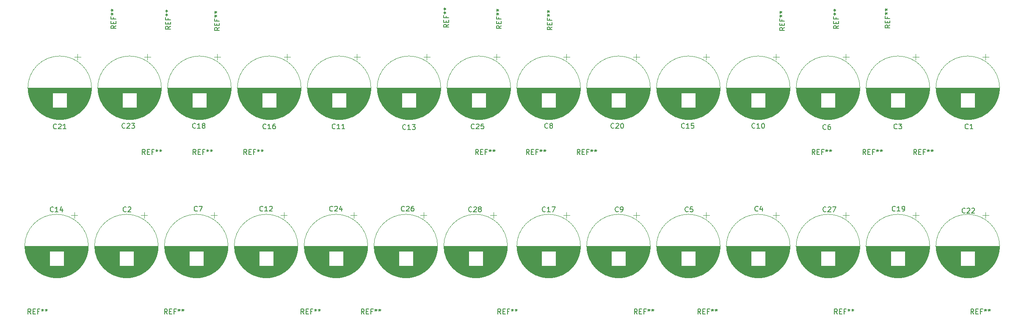
<source format=gto>
G04 #@! TF.GenerationSoftware,KiCad,Pcbnew,(5.1.9)-1*
G04 #@! TF.CreationDate,2021-04-16T15:08:48+02:00*
G04 #@! TF.ProjectId,dc_link,64635f6c-696e-46b2-9e6b-696361645f70,rev?*
G04 #@! TF.SameCoordinates,Original*
G04 #@! TF.FileFunction,Legend,Top*
G04 #@! TF.FilePolarity,Positive*
%FSLAX46Y46*%
G04 Gerber Fmt 4.6, Leading zero omitted, Abs format (unit mm)*
G04 Created by KiCad (PCBNEW (5.1.9)-1) date 2021-04-16 15:08:48*
%MOMM*%
%LPD*%
G01*
G04 APERTURE LIST*
%ADD10C,0.120000*%
%ADD11C,0.150000*%
G04 APERTURE END LIST*
D10*
X69235000Y-100925000D02*
G75*
G03*
X69235000Y-100925000I-6370000J0D01*
G01*
X69195000Y-100925000D02*
X56535000Y-100925000D01*
X69195000Y-100965000D02*
X56535000Y-100965000D01*
X69195000Y-101005000D02*
X56535000Y-101005000D01*
X69194000Y-101045000D02*
X56536000Y-101045000D01*
X69193000Y-101085000D02*
X56537000Y-101085000D01*
X69192000Y-101125000D02*
X56538000Y-101125000D01*
X69191000Y-101165000D02*
X56539000Y-101165000D01*
X69189000Y-101205000D02*
X56541000Y-101205000D01*
X69187000Y-101245000D02*
X56543000Y-101245000D01*
X69185000Y-101285000D02*
X56545000Y-101285000D01*
X69183000Y-101325000D02*
X56547000Y-101325000D01*
X69180000Y-101365000D02*
X56550000Y-101365000D01*
X69177000Y-101405000D02*
X56553000Y-101405000D01*
X69174000Y-101445000D02*
X56556000Y-101445000D01*
X69171000Y-101485000D02*
X56559000Y-101485000D01*
X69167000Y-101525000D02*
X56563000Y-101525000D01*
X69163000Y-101565000D02*
X56567000Y-101565000D01*
X69159000Y-101605000D02*
X56571000Y-101605000D01*
X69155000Y-101646000D02*
X56575000Y-101646000D01*
X69150000Y-101686000D02*
X56580000Y-101686000D01*
X69145000Y-101726000D02*
X56585000Y-101726000D01*
X69140000Y-101766000D02*
X56590000Y-101766000D01*
X69134000Y-101806000D02*
X56596000Y-101806000D01*
X69129000Y-101846000D02*
X56601000Y-101846000D01*
X69123000Y-101886000D02*
X56607000Y-101886000D01*
X69117000Y-101926000D02*
X56613000Y-101926000D01*
X69110000Y-101966000D02*
X56620000Y-101966000D01*
X69103000Y-102006000D02*
X64305000Y-102006000D01*
X61425000Y-102006000D02*
X56627000Y-102006000D01*
X69096000Y-102046000D02*
X64305000Y-102046000D01*
X61425000Y-102046000D02*
X56634000Y-102046000D01*
X69089000Y-102086000D02*
X64305000Y-102086000D01*
X61425000Y-102086000D02*
X56641000Y-102086000D01*
X69081000Y-102126000D02*
X64305000Y-102126000D01*
X61425000Y-102126000D02*
X56649000Y-102126000D01*
X69074000Y-102166000D02*
X64305000Y-102166000D01*
X61425000Y-102166000D02*
X56656000Y-102166000D01*
X69066000Y-102206000D02*
X64305000Y-102206000D01*
X61425000Y-102206000D02*
X56664000Y-102206000D01*
X69057000Y-102246000D02*
X64305000Y-102246000D01*
X61425000Y-102246000D02*
X56673000Y-102246000D01*
X69049000Y-102286000D02*
X64305000Y-102286000D01*
X61425000Y-102286000D02*
X56681000Y-102286000D01*
X69040000Y-102326000D02*
X64305000Y-102326000D01*
X61425000Y-102326000D02*
X56690000Y-102326000D01*
X69031000Y-102366000D02*
X64305000Y-102366000D01*
X61425000Y-102366000D02*
X56699000Y-102366000D01*
X69021000Y-102406000D02*
X64305000Y-102406000D01*
X61425000Y-102406000D02*
X56709000Y-102406000D01*
X69011000Y-102446000D02*
X64305000Y-102446000D01*
X61425000Y-102446000D02*
X56719000Y-102446000D01*
X69002000Y-102486000D02*
X64305000Y-102486000D01*
X61425000Y-102486000D02*
X56728000Y-102486000D01*
X68991000Y-102526000D02*
X64305000Y-102526000D01*
X61425000Y-102526000D02*
X56739000Y-102526000D01*
X68981000Y-102566000D02*
X64305000Y-102566000D01*
X61425000Y-102566000D02*
X56749000Y-102566000D01*
X68970000Y-102606000D02*
X64305000Y-102606000D01*
X61425000Y-102606000D02*
X56760000Y-102606000D01*
X68959000Y-102646000D02*
X64305000Y-102646000D01*
X61425000Y-102646000D02*
X56771000Y-102646000D01*
X68948000Y-102686000D02*
X64305000Y-102686000D01*
X61425000Y-102686000D02*
X56782000Y-102686000D01*
X68936000Y-102726000D02*
X64305000Y-102726000D01*
X61425000Y-102726000D02*
X56794000Y-102726000D01*
X68924000Y-102766000D02*
X64305000Y-102766000D01*
X61425000Y-102766000D02*
X56806000Y-102766000D01*
X68912000Y-102806000D02*
X64305000Y-102806000D01*
X61425000Y-102806000D02*
X56818000Y-102806000D01*
X68899000Y-102846000D02*
X64305000Y-102846000D01*
X61425000Y-102846000D02*
X56831000Y-102846000D01*
X68886000Y-102886000D02*
X64305000Y-102886000D01*
X61425000Y-102886000D02*
X56844000Y-102886000D01*
X68873000Y-102926000D02*
X64305000Y-102926000D01*
X61425000Y-102926000D02*
X56857000Y-102926000D01*
X68860000Y-102966000D02*
X64305000Y-102966000D01*
X61425000Y-102966000D02*
X56870000Y-102966000D01*
X68846000Y-103006000D02*
X64305000Y-103006000D01*
X61425000Y-103006000D02*
X56884000Y-103006000D01*
X68832000Y-103046000D02*
X64305000Y-103046000D01*
X61425000Y-103046000D02*
X56898000Y-103046000D01*
X68818000Y-103086000D02*
X64305000Y-103086000D01*
X61425000Y-103086000D02*
X56912000Y-103086000D01*
X68804000Y-103126000D02*
X64305000Y-103126000D01*
X61425000Y-103126000D02*
X56926000Y-103126000D01*
X68789000Y-103166000D02*
X64305000Y-103166000D01*
X61425000Y-103166000D02*
X56941000Y-103166000D01*
X68773000Y-103206000D02*
X64305000Y-103206000D01*
X61425000Y-103206000D02*
X56957000Y-103206000D01*
X68758000Y-103246000D02*
X64305000Y-103246000D01*
X61425000Y-103246000D02*
X56972000Y-103246000D01*
X68742000Y-103286000D02*
X64305000Y-103286000D01*
X61425000Y-103286000D02*
X56988000Y-103286000D01*
X68726000Y-103326000D02*
X64305000Y-103326000D01*
X61425000Y-103326000D02*
X57004000Y-103326000D01*
X68710000Y-103366000D02*
X64305000Y-103366000D01*
X61425000Y-103366000D02*
X57020000Y-103366000D01*
X68693000Y-103406000D02*
X64305000Y-103406000D01*
X61425000Y-103406000D02*
X57037000Y-103406000D01*
X68676000Y-103446000D02*
X64305000Y-103446000D01*
X61425000Y-103446000D02*
X57054000Y-103446000D01*
X68658000Y-103486000D02*
X64305000Y-103486000D01*
X61425000Y-103486000D02*
X57072000Y-103486000D01*
X68641000Y-103526000D02*
X64305000Y-103526000D01*
X61425000Y-103526000D02*
X57089000Y-103526000D01*
X68623000Y-103566000D02*
X64305000Y-103566000D01*
X61425000Y-103566000D02*
X57107000Y-103566000D01*
X68604000Y-103606000D02*
X64305000Y-103606000D01*
X61425000Y-103606000D02*
X57126000Y-103606000D01*
X68586000Y-103646000D02*
X64305000Y-103646000D01*
X61425000Y-103646000D02*
X57144000Y-103646000D01*
X68567000Y-103686000D02*
X64305000Y-103686000D01*
X61425000Y-103686000D02*
X57163000Y-103686000D01*
X68547000Y-103726000D02*
X64305000Y-103726000D01*
X61425000Y-103726000D02*
X57183000Y-103726000D01*
X68527000Y-103766000D02*
X64305000Y-103766000D01*
X61425000Y-103766000D02*
X57203000Y-103766000D01*
X68507000Y-103806000D02*
X64305000Y-103806000D01*
X61425000Y-103806000D02*
X57223000Y-103806000D01*
X68487000Y-103846000D02*
X64305000Y-103846000D01*
X61425000Y-103846000D02*
X57243000Y-103846000D01*
X68466000Y-103886000D02*
X64305000Y-103886000D01*
X61425000Y-103886000D02*
X57264000Y-103886000D01*
X68445000Y-103926000D02*
X64305000Y-103926000D01*
X61425000Y-103926000D02*
X57285000Y-103926000D01*
X68423000Y-103966000D02*
X64305000Y-103966000D01*
X61425000Y-103966000D02*
X57307000Y-103966000D01*
X68401000Y-104006000D02*
X64305000Y-104006000D01*
X61425000Y-104006000D02*
X57329000Y-104006000D01*
X68379000Y-104046000D02*
X64305000Y-104046000D01*
X61425000Y-104046000D02*
X57351000Y-104046000D01*
X68356000Y-104086000D02*
X64305000Y-104086000D01*
X61425000Y-104086000D02*
X57374000Y-104086000D01*
X68333000Y-104126000D02*
X64305000Y-104126000D01*
X61425000Y-104126000D02*
X57397000Y-104126000D01*
X68310000Y-104166000D02*
X64305000Y-104166000D01*
X61425000Y-104166000D02*
X57420000Y-104166000D01*
X68286000Y-104206000D02*
X64305000Y-104206000D01*
X61425000Y-104206000D02*
X57444000Y-104206000D01*
X68262000Y-104246000D02*
X64305000Y-104246000D01*
X61425000Y-104246000D02*
X57468000Y-104246000D01*
X68237000Y-104286000D02*
X64305000Y-104286000D01*
X61425000Y-104286000D02*
X57493000Y-104286000D01*
X68212000Y-104326000D02*
X64305000Y-104326000D01*
X61425000Y-104326000D02*
X57518000Y-104326000D01*
X68187000Y-104366000D02*
X64305000Y-104366000D01*
X61425000Y-104366000D02*
X57543000Y-104366000D01*
X68161000Y-104406000D02*
X64305000Y-104406000D01*
X61425000Y-104406000D02*
X57569000Y-104406000D01*
X68135000Y-104446000D02*
X64305000Y-104446000D01*
X61425000Y-104446000D02*
X57595000Y-104446000D01*
X68108000Y-104486000D02*
X64305000Y-104486000D01*
X61425000Y-104486000D02*
X57622000Y-104486000D01*
X68081000Y-104526000D02*
X64305000Y-104526000D01*
X61425000Y-104526000D02*
X57649000Y-104526000D01*
X68053000Y-104566000D02*
X64305000Y-104566000D01*
X61425000Y-104566000D02*
X57677000Y-104566000D01*
X68025000Y-104606000D02*
X64305000Y-104606000D01*
X61425000Y-104606000D02*
X57705000Y-104606000D01*
X67996000Y-104646000D02*
X64305000Y-104646000D01*
X61425000Y-104646000D02*
X57734000Y-104646000D01*
X67967000Y-104686000D02*
X64305000Y-104686000D01*
X61425000Y-104686000D02*
X57763000Y-104686000D01*
X67938000Y-104726000D02*
X64305000Y-104726000D01*
X61425000Y-104726000D02*
X57792000Y-104726000D01*
X67908000Y-104766000D02*
X64305000Y-104766000D01*
X61425000Y-104766000D02*
X57822000Y-104766000D01*
X67877000Y-104806000D02*
X64305000Y-104806000D01*
X61425000Y-104806000D02*
X57853000Y-104806000D01*
X67847000Y-104846000D02*
X64305000Y-104846000D01*
X61425000Y-104846000D02*
X57883000Y-104846000D01*
X67815000Y-104886000D02*
X57915000Y-104886000D01*
X67783000Y-104926000D02*
X57947000Y-104926000D01*
X67750000Y-104966000D02*
X57980000Y-104966000D01*
X67717000Y-105006000D02*
X58013000Y-105006000D01*
X67684000Y-105046000D02*
X58046000Y-105046000D01*
X67650000Y-105086000D02*
X58080000Y-105086000D01*
X67615000Y-105126000D02*
X58115000Y-105126000D01*
X67579000Y-105166000D02*
X58151000Y-105166000D01*
X67543000Y-105206000D02*
X58187000Y-105206000D01*
X67507000Y-105246000D02*
X58223000Y-105246000D01*
X67470000Y-105286000D02*
X58260000Y-105286000D01*
X67432000Y-105326000D02*
X58298000Y-105326000D01*
X67393000Y-105366000D02*
X58337000Y-105366000D01*
X67354000Y-105406000D02*
X58376000Y-105406000D01*
X67314000Y-105446000D02*
X58416000Y-105446000D01*
X67273000Y-105486000D02*
X58457000Y-105486000D01*
X67232000Y-105526000D02*
X58498000Y-105526000D01*
X67190000Y-105566000D02*
X58540000Y-105566000D01*
X67147000Y-105606000D02*
X58583000Y-105606000D01*
X67103000Y-105646000D02*
X58627000Y-105646000D01*
X67059000Y-105686000D02*
X58671000Y-105686000D01*
X67013000Y-105726000D02*
X58717000Y-105726000D01*
X66967000Y-105766000D02*
X58763000Y-105766000D01*
X66920000Y-105806000D02*
X58810000Y-105806000D01*
X66872000Y-105846000D02*
X58858000Y-105846000D01*
X66822000Y-105886000D02*
X58908000Y-105886000D01*
X66772000Y-105926000D02*
X58958000Y-105926000D01*
X66721000Y-105966000D02*
X59009000Y-105966000D01*
X66669000Y-106006000D02*
X59061000Y-106006000D01*
X66615000Y-106046000D02*
X59115000Y-106046000D01*
X66561000Y-106086000D02*
X59169000Y-106086000D01*
X66505000Y-106126000D02*
X59225000Y-106126000D01*
X66448000Y-106166000D02*
X59282000Y-106166000D01*
X66389000Y-106206000D02*
X59341000Y-106206000D01*
X66329000Y-106246000D02*
X59401000Y-106246000D01*
X66267000Y-106286000D02*
X59463000Y-106286000D01*
X66204000Y-106326000D02*
X59526000Y-106326000D01*
X66140000Y-106366000D02*
X59590000Y-106366000D01*
X66073000Y-106406000D02*
X59657000Y-106406000D01*
X66005000Y-106446000D02*
X59725000Y-106446000D01*
X65934000Y-106486000D02*
X59796000Y-106486000D01*
X65861000Y-106526000D02*
X59869000Y-106526000D01*
X65786000Y-106566000D02*
X59944000Y-106566000D01*
X65709000Y-106606000D02*
X60021000Y-106606000D01*
X65629000Y-106646000D02*
X60101000Y-106646000D01*
X65546000Y-106686000D02*
X60184000Y-106686000D01*
X65459000Y-106726000D02*
X60271000Y-106726000D01*
X65369000Y-106766000D02*
X60361000Y-106766000D01*
X65275000Y-106806000D02*
X60455000Y-106806000D01*
X65177000Y-106846000D02*
X60553000Y-106846000D01*
X65074000Y-106886000D02*
X60656000Y-106886000D01*
X64965000Y-106926000D02*
X60765000Y-106926000D01*
X64849000Y-106966000D02*
X60881000Y-106966000D01*
X64726000Y-107006000D02*
X61004000Y-107006000D01*
X64593000Y-107046000D02*
X61137000Y-107046000D01*
X64448000Y-107086000D02*
X61282000Y-107086000D01*
X64287000Y-107126000D02*
X61443000Y-107126000D01*
X64106000Y-107166000D02*
X61624000Y-107166000D01*
X63893000Y-107206000D02*
X61837000Y-107206000D01*
X63622000Y-107246000D02*
X62108000Y-107246000D01*
X63182000Y-107286000D02*
X62548000Y-107286000D01*
X66440000Y-94107918D02*
X66440000Y-95357918D01*
X67065000Y-94732918D02*
X65815000Y-94732918D01*
X55265000Y-100925000D02*
G75*
G03*
X55265000Y-100925000I-6370000J0D01*
G01*
X55225000Y-100925000D02*
X42565000Y-100925000D01*
X55225000Y-100965000D02*
X42565000Y-100965000D01*
X55225000Y-101005000D02*
X42565000Y-101005000D01*
X55224000Y-101045000D02*
X42566000Y-101045000D01*
X55223000Y-101085000D02*
X42567000Y-101085000D01*
X55222000Y-101125000D02*
X42568000Y-101125000D01*
X55221000Y-101165000D02*
X42569000Y-101165000D01*
X55219000Y-101205000D02*
X42571000Y-101205000D01*
X55217000Y-101245000D02*
X42573000Y-101245000D01*
X55215000Y-101285000D02*
X42575000Y-101285000D01*
X55213000Y-101325000D02*
X42577000Y-101325000D01*
X55210000Y-101365000D02*
X42580000Y-101365000D01*
X55207000Y-101405000D02*
X42583000Y-101405000D01*
X55204000Y-101445000D02*
X42586000Y-101445000D01*
X55201000Y-101485000D02*
X42589000Y-101485000D01*
X55197000Y-101525000D02*
X42593000Y-101525000D01*
X55193000Y-101565000D02*
X42597000Y-101565000D01*
X55189000Y-101605000D02*
X42601000Y-101605000D01*
X55185000Y-101646000D02*
X42605000Y-101646000D01*
X55180000Y-101686000D02*
X42610000Y-101686000D01*
X55175000Y-101726000D02*
X42615000Y-101726000D01*
X55170000Y-101766000D02*
X42620000Y-101766000D01*
X55164000Y-101806000D02*
X42626000Y-101806000D01*
X55159000Y-101846000D02*
X42631000Y-101846000D01*
X55153000Y-101886000D02*
X42637000Y-101886000D01*
X55147000Y-101926000D02*
X42643000Y-101926000D01*
X55140000Y-101966000D02*
X42650000Y-101966000D01*
X55133000Y-102006000D02*
X50335000Y-102006000D01*
X47455000Y-102006000D02*
X42657000Y-102006000D01*
X55126000Y-102046000D02*
X50335000Y-102046000D01*
X47455000Y-102046000D02*
X42664000Y-102046000D01*
X55119000Y-102086000D02*
X50335000Y-102086000D01*
X47455000Y-102086000D02*
X42671000Y-102086000D01*
X55111000Y-102126000D02*
X50335000Y-102126000D01*
X47455000Y-102126000D02*
X42679000Y-102126000D01*
X55104000Y-102166000D02*
X50335000Y-102166000D01*
X47455000Y-102166000D02*
X42686000Y-102166000D01*
X55096000Y-102206000D02*
X50335000Y-102206000D01*
X47455000Y-102206000D02*
X42694000Y-102206000D01*
X55087000Y-102246000D02*
X50335000Y-102246000D01*
X47455000Y-102246000D02*
X42703000Y-102246000D01*
X55079000Y-102286000D02*
X50335000Y-102286000D01*
X47455000Y-102286000D02*
X42711000Y-102286000D01*
X55070000Y-102326000D02*
X50335000Y-102326000D01*
X47455000Y-102326000D02*
X42720000Y-102326000D01*
X55061000Y-102366000D02*
X50335000Y-102366000D01*
X47455000Y-102366000D02*
X42729000Y-102366000D01*
X55051000Y-102406000D02*
X50335000Y-102406000D01*
X47455000Y-102406000D02*
X42739000Y-102406000D01*
X55041000Y-102446000D02*
X50335000Y-102446000D01*
X47455000Y-102446000D02*
X42749000Y-102446000D01*
X55032000Y-102486000D02*
X50335000Y-102486000D01*
X47455000Y-102486000D02*
X42758000Y-102486000D01*
X55021000Y-102526000D02*
X50335000Y-102526000D01*
X47455000Y-102526000D02*
X42769000Y-102526000D01*
X55011000Y-102566000D02*
X50335000Y-102566000D01*
X47455000Y-102566000D02*
X42779000Y-102566000D01*
X55000000Y-102606000D02*
X50335000Y-102606000D01*
X47455000Y-102606000D02*
X42790000Y-102606000D01*
X54989000Y-102646000D02*
X50335000Y-102646000D01*
X47455000Y-102646000D02*
X42801000Y-102646000D01*
X54978000Y-102686000D02*
X50335000Y-102686000D01*
X47455000Y-102686000D02*
X42812000Y-102686000D01*
X54966000Y-102726000D02*
X50335000Y-102726000D01*
X47455000Y-102726000D02*
X42824000Y-102726000D01*
X54954000Y-102766000D02*
X50335000Y-102766000D01*
X47455000Y-102766000D02*
X42836000Y-102766000D01*
X54942000Y-102806000D02*
X50335000Y-102806000D01*
X47455000Y-102806000D02*
X42848000Y-102806000D01*
X54929000Y-102846000D02*
X50335000Y-102846000D01*
X47455000Y-102846000D02*
X42861000Y-102846000D01*
X54916000Y-102886000D02*
X50335000Y-102886000D01*
X47455000Y-102886000D02*
X42874000Y-102886000D01*
X54903000Y-102926000D02*
X50335000Y-102926000D01*
X47455000Y-102926000D02*
X42887000Y-102926000D01*
X54890000Y-102966000D02*
X50335000Y-102966000D01*
X47455000Y-102966000D02*
X42900000Y-102966000D01*
X54876000Y-103006000D02*
X50335000Y-103006000D01*
X47455000Y-103006000D02*
X42914000Y-103006000D01*
X54862000Y-103046000D02*
X50335000Y-103046000D01*
X47455000Y-103046000D02*
X42928000Y-103046000D01*
X54848000Y-103086000D02*
X50335000Y-103086000D01*
X47455000Y-103086000D02*
X42942000Y-103086000D01*
X54834000Y-103126000D02*
X50335000Y-103126000D01*
X47455000Y-103126000D02*
X42956000Y-103126000D01*
X54819000Y-103166000D02*
X50335000Y-103166000D01*
X47455000Y-103166000D02*
X42971000Y-103166000D01*
X54803000Y-103206000D02*
X50335000Y-103206000D01*
X47455000Y-103206000D02*
X42987000Y-103206000D01*
X54788000Y-103246000D02*
X50335000Y-103246000D01*
X47455000Y-103246000D02*
X43002000Y-103246000D01*
X54772000Y-103286000D02*
X50335000Y-103286000D01*
X47455000Y-103286000D02*
X43018000Y-103286000D01*
X54756000Y-103326000D02*
X50335000Y-103326000D01*
X47455000Y-103326000D02*
X43034000Y-103326000D01*
X54740000Y-103366000D02*
X50335000Y-103366000D01*
X47455000Y-103366000D02*
X43050000Y-103366000D01*
X54723000Y-103406000D02*
X50335000Y-103406000D01*
X47455000Y-103406000D02*
X43067000Y-103406000D01*
X54706000Y-103446000D02*
X50335000Y-103446000D01*
X47455000Y-103446000D02*
X43084000Y-103446000D01*
X54688000Y-103486000D02*
X50335000Y-103486000D01*
X47455000Y-103486000D02*
X43102000Y-103486000D01*
X54671000Y-103526000D02*
X50335000Y-103526000D01*
X47455000Y-103526000D02*
X43119000Y-103526000D01*
X54653000Y-103566000D02*
X50335000Y-103566000D01*
X47455000Y-103566000D02*
X43137000Y-103566000D01*
X54634000Y-103606000D02*
X50335000Y-103606000D01*
X47455000Y-103606000D02*
X43156000Y-103606000D01*
X54616000Y-103646000D02*
X50335000Y-103646000D01*
X47455000Y-103646000D02*
X43174000Y-103646000D01*
X54597000Y-103686000D02*
X50335000Y-103686000D01*
X47455000Y-103686000D02*
X43193000Y-103686000D01*
X54577000Y-103726000D02*
X50335000Y-103726000D01*
X47455000Y-103726000D02*
X43213000Y-103726000D01*
X54557000Y-103766000D02*
X50335000Y-103766000D01*
X47455000Y-103766000D02*
X43233000Y-103766000D01*
X54537000Y-103806000D02*
X50335000Y-103806000D01*
X47455000Y-103806000D02*
X43253000Y-103806000D01*
X54517000Y-103846000D02*
X50335000Y-103846000D01*
X47455000Y-103846000D02*
X43273000Y-103846000D01*
X54496000Y-103886000D02*
X50335000Y-103886000D01*
X47455000Y-103886000D02*
X43294000Y-103886000D01*
X54475000Y-103926000D02*
X50335000Y-103926000D01*
X47455000Y-103926000D02*
X43315000Y-103926000D01*
X54453000Y-103966000D02*
X50335000Y-103966000D01*
X47455000Y-103966000D02*
X43337000Y-103966000D01*
X54431000Y-104006000D02*
X50335000Y-104006000D01*
X47455000Y-104006000D02*
X43359000Y-104006000D01*
X54409000Y-104046000D02*
X50335000Y-104046000D01*
X47455000Y-104046000D02*
X43381000Y-104046000D01*
X54386000Y-104086000D02*
X50335000Y-104086000D01*
X47455000Y-104086000D02*
X43404000Y-104086000D01*
X54363000Y-104126000D02*
X50335000Y-104126000D01*
X47455000Y-104126000D02*
X43427000Y-104126000D01*
X54340000Y-104166000D02*
X50335000Y-104166000D01*
X47455000Y-104166000D02*
X43450000Y-104166000D01*
X54316000Y-104206000D02*
X50335000Y-104206000D01*
X47455000Y-104206000D02*
X43474000Y-104206000D01*
X54292000Y-104246000D02*
X50335000Y-104246000D01*
X47455000Y-104246000D02*
X43498000Y-104246000D01*
X54267000Y-104286000D02*
X50335000Y-104286000D01*
X47455000Y-104286000D02*
X43523000Y-104286000D01*
X54242000Y-104326000D02*
X50335000Y-104326000D01*
X47455000Y-104326000D02*
X43548000Y-104326000D01*
X54217000Y-104366000D02*
X50335000Y-104366000D01*
X47455000Y-104366000D02*
X43573000Y-104366000D01*
X54191000Y-104406000D02*
X50335000Y-104406000D01*
X47455000Y-104406000D02*
X43599000Y-104406000D01*
X54165000Y-104446000D02*
X50335000Y-104446000D01*
X47455000Y-104446000D02*
X43625000Y-104446000D01*
X54138000Y-104486000D02*
X50335000Y-104486000D01*
X47455000Y-104486000D02*
X43652000Y-104486000D01*
X54111000Y-104526000D02*
X50335000Y-104526000D01*
X47455000Y-104526000D02*
X43679000Y-104526000D01*
X54083000Y-104566000D02*
X50335000Y-104566000D01*
X47455000Y-104566000D02*
X43707000Y-104566000D01*
X54055000Y-104606000D02*
X50335000Y-104606000D01*
X47455000Y-104606000D02*
X43735000Y-104606000D01*
X54026000Y-104646000D02*
X50335000Y-104646000D01*
X47455000Y-104646000D02*
X43764000Y-104646000D01*
X53997000Y-104686000D02*
X50335000Y-104686000D01*
X47455000Y-104686000D02*
X43793000Y-104686000D01*
X53968000Y-104726000D02*
X50335000Y-104726000D01*
X47455000Y-104726000D02*
X43822000Y-104726000D01*
X53938000Y-104766000D02*
X50335000Y-104766000D01*
X47455000Y-104766000D02*
X43852000Y-104766000D01*
X53907000Y-104806000D02*
X50335000Y-104806000D01*
X47455000Y-104806000D02*
X43883000Y-104806000D01*
X53877000Y-104846000D02*
X50335000Y-104846000D01*
X47455000Y-104846000D02*
X43913000Y-104846000D01*
X53845000Y-104886000D02*
X43945000Y-104886000D01*
X53813000Y-104926000D02*
X43977000Y-104926000D01*
X53780000Y-104966000D02*
X44010000Y-104966000D01*
X53747000Y-105006000D02*
X44043000Y-105006000D01*
X53714000Y-105046000D02*
X44076000Y-105046000D01*
X53680000Y-105086000D02*
X44110000Y-105086000D01*
X53645000Y-105126000D02*
X44145000Y-105126000D01*
X53609000Y-105166000D02*
X44181000Y-105166000D01*
X53573000Y-105206000D02*
X44217000Y-105206000D01*
X53537000Y-105246000D02*
X44253000Y-105246000D01*
X53500000Y-105286000D02*
X44290000Y-105286000D01*
X53462000Y-105326000D02*
X44328000Y-105326000D01*
X53423000Y-105366000D02*
X44367000Y-105366000D01*
X53384000Y-105406000D02*
X44406000Y-105406000D01*
X53344000Y-105446000D02*
X44446000Y-105446000D01*
X53303000Y-105486000D02*
X44487000Y-105486000D01*
X53262000Y-105526000D02*
X44528000Y-105526000D01*
X53220000Y-105566000D02*
X44570000Y-105566000D01*
X53177000Y-105606000D02*
X44613000Y-105606000D01*
X53133000Y-105646000D02*
X44657000Y-105646000D01*
X53089000Y-105686000D02*
X44701000Y-105686000D01*
X53043000Y-105726000D02*
X44747000Y-105726000D01*
X52997000Y-105766000D02*
X44793000Y-105766000D01*
X52950000Y-105806000D02*
X44840000Y-105806000D01*
X52902000Y-105846000D02*
X44888000Y-105846000D01*
X52852000Y-105886000D02*
X44938000Y-105886000D01*
X52802000Y-105926000D02*
X44988000Y-105926000D01*
X52751000Y-105966000D02*
X45039000Y-105966000D01*
X52699000Y-106006000D02*
X45091000Y-106006000D01*
X52645000Y-106046000D02*
X45145000Y-106046000D01*
X52591000Y-106086000D02*
X45199000Y-106086000D01*
X52535000Y-106126000D02*
X45255000Y-106126000D01*
X52478000Y-106166000D02*
X45312000Y-106166000D01*
X52419000Y-106206000D02*
X45371000Y-106206000D01*
X52359000Y-106246000D02*
X45431000Y-106246000D01*
X52297000Y-106286000D02*
X45493000Y-106286000D01*
X52234000Y-106326000D02*
X45556000Y-106326000D01*
X52170000Y-106366000D02*
X45620000Y-106366000D01*
X52103000Y-106406000D02*
X45687000Y-106406000D01*
X52035000Y-106446000D02*
X45755000Y-106446000D01*
X51964000Y-106486000D02*
X45826000Y-106486000D01*
X51891000Y-106526000D02*
X45899000Y-106526000D01*
X51816000Y-106566000D02*
X45974000Y-106566000D01*
X51739000Y-106606000D02*
X46051000Y-106606000D01*
X51659000Y-106646000D02*
X46131000Y-106646000D01*
X51576000Y-106686000D02*
X46214000Y-106686000D01*
X51489000Y-106726000D02*
X46301000Y-106726000D01*
X51399000Y-106766000D02*
X46391000Y-106766000D01*
X51305000Y-106806000D02*
X46485000Y-106806000D01*
X51207000Y-106846000D02*
X46583000Y-106846000D01*
X51104000Y-106886000D02*
X46686000Y-106886000D01*
X50995000Y-106926000D02*
X46795000Y-106926000D01*
X50879000Y-106966000D02*
X46911000Y-106966000D01*
X50756000Y-107006000D02*
X47034000Y-107006000D01*
X50623000Y-107046000D02*
X47167000Y-107046000D01*
X50478000Y-107086000D02*
X47312000Y-107086000D01*
X50317000Y-107126000D02*
X47473000Y-107126000D01*
X50136000Y-107166000D02*
X47654000Y-107166000D01*
X49923000Y-107206000D02*
X47867000Y-107206000D01*
X49652000Y-107246000D02*
X48138000Y-107246000D01*
X49212000Y-107286000D02*
X48578000Y-107286000D01*
X52470000Y-94107918D02*
X52470000Y-95357918D01*
X53095000Y-94732918D02*
X51845000Y-94732918D01*
X136915000Y-94732918D02*
X135665000Y-94732918D01*
X136290000Y-94107918D02*
X136290000Y-95357918D01*
X133032000Y-107286000D02*
X132398000Y-107286000D01*
X133472000Y-107246000D02*
X131958000Y-107246000D01*
X133743000Y-107206000D02*
X131687000Y-107206000D01*
X133956000Y-107166000D02*
X131474000Y-107166000D01*
X134137000Y-107126000D02*
X131293000Y-107126000D01*
X134298000Y-107086000D02*
X131132000Y-107086000D01*
X134443000Y-107046000D02*
X130987000Y-107046000D01*
X134576000Y-107006000D02*
X130854000Y-107006000D01*
X134699000Y-106966000D02*
X130731000Y-106966000D01*
X134815000Y-106926000D02*
X130615000Y-106926000D01*
X134924000Y-106886000D02*
X130506000Y-106886000D01*
X135027000Y-106846000D02*
X130403000Y-106846000D01*
X135125000Y-106806000D02*
X130305000Y-106806000D01*
X135219000Y-106766000D02*
X130211000Y-106766000D01*
X135309000Y-106726000D02*
X130121000Y-106726000D01*
X135396000Y-106686000D02*
X130034000Y-106686000D01*
X135479000Y-106646000D02*
X129951000Y-106646000D01*
X135559000Y-106606000D02*
X129871000Y-106606000D01*
X135636000Y-106566000D02*
X129794000Y-106566000D01*
X135711000Y-106526000D02*
X129719000Y-106526000D01*
X135784000Y-106486000D02*
X129646000Y-106486000D01*
X135855000Y-106446000D02*
X129575000Y-106446000D01*
X135923000Y-106406000D02*
X129507000Y-106406000D01*
X135990000Y-106366000D02*
X129440000Y-106366000D01*
X136054000Y-106326000D02*
X129376000Y-106326000D01*
X136117000Y-106286000D02*
X129313000Y-106286000D01*
X136179000Y-106246000D02*
X129251000Y-106246000D01*
X136239000Y-106206000D02*
X129191000Y-106206000D01*
X136298000Y-106166000D02*
X129132000Y-106166000D01*
X136355000Y-106126000D02*
X129075000Y-106126000D01*
X136411000Y-106086000D02*
X129019000Y-106086000D01*
X136465000Y-106046000D02*
X128965000Y-106046000D01*
X136519000Y-106006000D02*
X128911000Y-106006000D01*
X136571000Y-105966000D02*
X128859000Y-105966000D01*
X136622000Y-105926000D02*
X128808000Y-105926000D01*
X136672000Y-105886000D02*
X128758000Y-105886000D01*
X136722000Y-105846000D02*
X128708000Y-105846000D01*
X136770000Y-105806000D02*
X128660000Y-105806000D01*
X136817000Y-105766000D02*
X128613000Y-105766000D01*
X136863000Y-105726000D02*
X128567000Y-105726000D01*
X136909000Y-105686000D02*
X128521000Y-105686000D01*
X136953000Y-105646000D02*
X128477000Y-105646000D01*
X136997000Y-105606000D02*
X128433000Y-105606000D01*
X137040000Y-105566000D02*
X128390000Y-105566000D01*
X137082000Y-105526000D02*
X128348000Y-105526000D01*
X137123000Y-105486000D02*
X128307000Y-105486000D01*
X137164000Y-105446000D02*
X128266000Y-105446000D01*
X137204000Y-105406000D02*
X128226000Y-105406000D01*
X137243000Y-105366000D02*
X128187000Y-105366000D01*
X137282000Y-105326000D02*
X128148000Y-105326000D01*
X137320000Y-105286000D02*
X128110000Y-105286000D01*
X137357000Y-105246000D02*
X128073000Y-105246000D01*
X137393000Y-105206000D02*
X128037000Y-105206000D01*
X137429000Y-105166000D02*
X128001000Y-105166000D01*
X137465000Y-105126000D02*
X127965000Y-105126000D01*
X137500000Y-105086000D02*
X127930000Y-105086000D01*
X137534000Y-105046000D02*
X127896000Y-105046000D01*
X137567000Y-105006000D02*
X127863000Y-105006000D01*
X137600000Y-104966000D02*
X127830000Y-104966000D01*
X137633000Y-104926000D02*
X127797000Y-104926000D01*
X137665000Y-104886000D02*
X127765000Y-104886000D01*
X131275000Y-104846000D02*
X127733000Y-104846000D01*
X137697000Y-104846000D02*
X134155000Y-104846000D01*
X131275000Y-104806000D02*
X127703000Y-104806000D01*
X137727000Y-104806000D02*
X134155000Y-104806000D01*
X131275000Y-104766000D02*
X127672000Y-104766000D01*
X137758000Y-104766000D02*
X134155000Y-104766000D01*
X131275000Y-104726000D02*
X127642000Y-104726000D01*
X137788000Y-104726000D02*
X134155000Y-104726000D01*
X131275000Y-104686000D02*
X127613000Y-104686000D01*
X137817000Y-104686000D02*
X134155000Y-104686000D01*
X131275000Y-104646000D02*
X127584000Y-104646000D01*
X137846000Y-104646000D02*
X134155000Y-104646000D01*
X131275000Y-104606000D02*
X127555000Y-104606000D01*
X137875000Y-104606000D02*
X134155000Y-104606000D01*
X131275000Y-104566000D02*
X127527000Y-104566000D01*
X137903000Y-104566000D02*
X134155000Y-104566000D01*
X131275000Y-104526000D02*
X127499000Y-104526000D01*
X137931000Y-104526000D02*
X134155000Y-104526000D01*
X131275000Y-104486000D02*
X127472000Y-104486000D01*
X137958000Y-104486000D02*
X134155000Y-104486000D01*
X131275000Y-104446000D02*
X127445000Y-104446000D01*
X137985000Y-104446000D02*
X134155000Y-104446000D01*
X131275000Y-104406000D02*
X127419000Y-104406000D01*
X138011000Y-104406000D02*
X134155000Y-104406000D01*
X131275000Y-104366000D02*
X127393000Y-104366000D01*
X138037000Y-104366000D02*
X134155000Y-104366000D01*
X131275000Y-104326000D02*
X127368000Y-104326000D01*
X138062000Y-104326000D02*
X134155000Y-104326000D01*
X131275000Y-104286000D02*
X127343000Y-104286000D01*
X138087000Y-104286000D02*
X134155000Y-104286000D01*
X131275000Y-104246000D02*
X127318000Y-104246000D01*
X138112000Y-104246000D02*
X134155000Y-104246000D01*
X131275000Y-104206000D02*
X127294000Y-104206000D01*
X138136000Y-104206000D02*
X134155000Y-104206000D01*
X131275000Y-104166000D02*
X127270000Y-104166000D01*
X138160000Y-104166000D02*
X134155000Y-104166000D01*
X131275000Y-104126000D02*
X127247000Y-104126000D01*
X138183000Y-104126000D02*
X134155000Y-104126000D01*
X131275000Y-104086000D02*
X127224000Y-104086000D01*
X138206000Y-104086000D02*
X134155000Y-104086000D01*
X131275000Y-104046000D02*
X127201000Y-104046000D01*
X138229000Y-104046000D02*
X134155000Y-104046000D01*
X131275000Y-104006000D02*
X127179000Y-104006000D01*
X138251000Y-104006000D02*
X134155000Y-104006000D01*
X131275000Y-103966000D02*
X127157000Y-103966000D01*
X138273000Y-103966000D02*
X134155000Y-103966000D01*
X131275000Y-103926000D02*
X127135000Y-103926000D01*
X138295000Y-103926000D02*
X134155000Y-103926000D01*
X131275000Y-103886000D02*
X127114000Y-103886000D01*
X138316000Y-103886000D02*
X134155000Y-103886000D01*
X131275000Y-103846000D02*
X127093000Y-103846000D01*
X138337000Y-103846000D02*
X134155000Y-103846000D01*
X131275000Y-103806000D02*
X127073000Y-103806000D01*
X138357000Y-103806000D02*
X134155000Y-103806000D01*
X131275000Y-103766000D02*
X127053000Y-103766000D01*
X138377000Y-103766000D02*
X134155000Y-103766000D01*
X131275000Y-103726000D02*
X127033000Y-103726000D01*
X138397000Y-103726000D02*
X134155000Y-103726000D01*
X131275000Y-103686000D02*
X127013000Y-103686000D01*
X138417000Y-103686000D02*
X134155000Y-103686000D01*
X131275000Y-103646000D02*
X126994000Y-103646000D01*
X138436000Y-103646000D02*
X134155000Y-103646000D01*
X131275000Y-103606000D02*
X126976000Y-103606000D01*
X138454000Y-103606000D02*
X134155000Y-103606000D01*
X131275000Y-103566000D02*
X126957000Y-103566000D01*
X138473000Y-103566000D02*
X134155000Y-103566000D01*
X131275000Y-103526000D02*
X126939000Y-103526000D01*
X138491000Y-103526000D02*
X134155000Y-103526000D01*
X131275000Y-103486000D02*
X126922000Y-103486000D01*
X138508000Y-103486000D02*
X134155000Y-103486000D01*
X131275000Y-103446000D02*
X126904000Y-103446000D01*
X138526000Y-103446000D02*
X134155000Y-103446000D01*
X131275000Y-103406000D02*
X126887000Y-103406000D01*
X138543000Y-103406000D02*
X134155000Y-103406000D01*
X131275000Y-103366000D02*
X126870000Y-103366000D01*
X138560000Y-103366000D02*
X134155000Y-103366000D01*
X131275000Y-103326000D02*
X126854000Y-103326000D01*
X138576000Y-103326000D02*
X134155000Y-103326000D01*
X131275000Y-103286000D02*
X126838000Y-103286000D01*
X138592000Y-103286000D02*
X134155000Y-103286000D01*
X131275000Y-103246000D02*
X126822000Y-103246000D01*
X138608000Y-103246000D02*
X134155000Y-103246000D01*
X131275000Y-103206000D02*
X126807000Y-103206000D01*
X138623000Y-103206000D02*
X134155000Y-103206000D01*
X131275000Y-103166000D02*
X126791000Y-103166000D01*
X138639000Y-103166000D02*
X134155000Y-103166000D01*
X131275000Y-103126000D02*
X126776000Y-103126000D01*
X138654000Y-103126000D02*
X134155000Y-103126000D01*
X131275000Y-103086000D02*
X126762000Y-103086000D01*
X138668000Y-103086000D02*
X134155000Y-103086000D01*
X131275000Y-103046000D02*
X126748000Y-103046000D01*
X138682000Y-103046000D02*
X134155000Y-103046000D01*
X131275000Y-103006000D02*
X126734000Y-103006000D01*
X138696000Y-103006000D02*
X134155000Y-103006000D01*
X131275000Y-102966000D02*
X126720000Y-102966000D01*
X138710000Y-102966000D02*
X134155000Y-102966000D01*
X131275000Y-102926000D02*
X126707000Y-102926000D01*
X138723000Y-102926000D02*
X134155000Y-102926000D01*
X131275000Y-102886000D02*
X126694000Y-102886000D01*
X138736000Y-102886000D02*
X134155000Y-102886000D01*
X131275000Y-102846000D02*
X126681000Y-102846000D01*
X138749000Y-102846000D02*
X134155000Y-102846000D01*
X131275000Y-102806000D02*
X126668000Y-102806000D01*
X138762000Y-102806000D02*
X134155000Y-102806000D01*
X131275000Y-102766000D02*
X126656000Y-102766000D01*
X138774000Y-102766000D02*
X134155000Y-102766000D01*
X131275000Y-102726000D02*
X126644000Y-102726000D01*
X138786000Y-102726000D02*
X134155000Y-102726000D01*
X131275000Y-102686000D02*
X126632000Y-102686000D01*
X138798000Y-102686000D02*
X134155000Y-102686000D01*
X131275000Y-102646000D02*
X126621000Y-102646000D01*
X138809000Y-102646000D02*
X134155000Y-102646000D01*
X131275000Y-102606000D02*
X126610000Y-102606000D01*
X138820000Y-102606000D02*
X134155000Y-102606000D01*
X131275000Y-102566000D02*
X126599000Y-102566000D01*
X138831000Y-102566000D02*
X134155000Y-102566000D01*
X131275000Y-102526000D02*
X126589000Y-102526000D01*
X138841000Y-102526000D02*
X134155000Y-102526000D01*
X131275000Y-102486000D02*
X126578000Y-102486000D01*
X138852000Y-102486000D02*
X134155000Y-102486000D01*
X131275000Y-102446000D02*
X126569000Y-102446000D01*
X138861000Y-102446000D02*
X134155000Y-102446000D01*
X131275000Y-102406000D02*
X126559000Y-102406000D01*
X138871000Y-102406000D02*
X134155000Y-102406000D01*
X131275000Y-102366000D02*
X126549000Y-102366000D01*
X138881000Y-102366000D02*
X134155000Y-102366000D01*
X131275000Y-102326000D02*
X126540000Y-102326000D01*
X138890000Y-102326000D02*
X134155000Y-102326000D01*
X131275000Y-102286000D02*
X126531000Y-102286000D01*
X138899000Y-102286000D02*
X134155000Y-102286000D01*
X131275000Y-102246000D02*
X126523000Y-102246000D01*
X138907000Y-102246000D02*
X134155000Y-102246000D01*
X131275000Y-102206000D02*
X126514000Y-102206000D01*
X138916000Y-102206000D02*
X134155000Y-102206000D01*
X131275000Y-102166000D02*
X126506000Y-102166000D01*
X138924000Y-102166000D02*
X134155000Y-102166000D01*
X131275000Y-102126000D02*
X126499000Y-102126000D01*
X138931000Y-102126000D02*
X134155000Y-102126000D01*
X131275000Y-102086000D02*
X126491000Y-102086000D01*
X138939000Y-102086000D02*
X134155000Y-102086000D01*
X131275000Y-102046000D02*
X126484000Y-102046000D01*
X138946000Y-102046000D02*
X134155000Y-102046000D01*
X131275000Y-102006000D02*
X126477000Y-102006000D01*
X138953000Y-102006000D02*
X134155000Y-102006000D01*
X138960000Y-101966000D02*
X126470000Y-101966000D01*
X138967000Y-101926000D02*
X126463000Y-101926000D01*
X138973000Y-101886000D02*
X126457000Y-101886000D01*
X138979000Y-101846000D02*
X126451000Y-101846000D01*
X138984000Y-101806000D02*
X126446000Y-101806000D01*
X138990000Y-101766000D02*
X126440000Y-101766000D01*
X138995000Y-101726000D02*
X126435000Y-101726000D01*
X139000000Y-101686000D02*
X126430000Y-101686000D01*
X139005000Y-101646000D02*
X126425000Y-101646000D01*
X139009000Y-101605000D02*
X126421000Y-101605000D01*
X139013000Y-101565000D02*
X126417000Y-101565000D01*
X139017000Y-101525000D02*
X126413000Y-101525000D01*
X139021000Y-101485000D02*
X126409000Y-101485000D01*
X139024000Y-101445000D02*
X126406000Y-101445000D01*
X139027000Y-101405000D02*
X126403000Y-101405000D01*
X139030000Y-101365000D02*
X126400000Y-101365000D01*
X139033000Y-101325000D02*
X126397000Y-101325000D01*
X139035000Y-101285000D02*
X126395000Y-101285000D01*
X139037000Y-101245000D02*
X126393000Y-101245000D01*
X139039000Y-101205000D02*
X126391000Y-101205000D01*
X139041000Y-101165000D02*
X126389000Y-101165000D01*
X139042000Y-101125000D02*
X126388000Y-101125000D01*
X139043000Y-101085000D02*
X126387000Y-101085000D01*
X139044000Y-101045000D02*
X126386000Y-101045000D01*
X139045000Y-101005000D02*
X126385000Y-101005000D01*
X139045000Y-100965000D02*
X126385000Y-100965000D01*
X139045000Y-100925000D02*
X126385000Y-100925000D01*
X139085000Y-100925000D02*
G75*
G03*
X139085000Y-100925000I-6370000J0D01*
G01*
X207400000Y-94732918D02*
X206150000Y-94732918D01*
X206775000Y-94107918D02*
X206775000Y-95357918D01*
X203517000Y-107286000D02*
X202883000Y-107286000D01*
X203957000Y-107246000D02*
X202443000Y-107246000D01*
X204228000Y-107206000D02*
X202172000Y-107206000D01*
X204441000Y-107166000D02*
X201959000Y-107166000D01*
X204622000Y-107126000D02*
X201778000Y-107126000D01*
X204783000Y-107086000D02*
X201617000Y-107086000D01*
X204928000Y-107046000D02*
X201472000Y-107046000D01*
X205061000Y-107006000D02*
X201339000Y-107006000D01*
X205184000Y-106966000D02*
X201216000Y-106966000D01*
X205300000Y-106926000D02*
X201100000Y-106926000D01*
X205409000Y-106886000D02*
X200991000Y-106886000D01*
X205512000Y-106846000D02*
X200888000Y-106846000D01*
X205610000Y-106806000D02*
X200790000Y-106806000D01*
X205704000Y-106766000D02*
X200696000Y-106766000D01*
X205794000Y-106726000D02*
X200606000Y-106726000D01*
X205881000Y-106686000D02*
X200519000Y-106686000D01*
X205964000Y-106646000D02*
X200436000Y-106646000D01*
X206044000Y-106606000D02*
X200356000Y-106606000D01*
X206121000Y-106566000D02*
X200279000Y-106566000D01*
X206196000Y-106526000D02*
X200204000Y-106526000D01*
X206269000Y-106486000D02*
X200131000Y-106486000D01*
X206340000Y-106446000D02*
X200060000Y-106446000D01*
X206408000Y-106406000D02*
X199992000Y-106406000D01*
X206475000Y-106366000D02*
X199925000Y-106366000D01*
X206539000Y-106326000D02*
X199861000Y-106326000D01*
X206602000Y-106286000D02*
X199798000Y-106286000D01*
X206664000Y-106246000D02*
X199736000Y-106246000D01*
X206724000Y-106206000D02*
X199676000Y-106206000D01*
X206783000Y-106166000D02*
X199617000Y-106166000D01*
X206840000Y-106126000D02*
X199560000Y-106126000D01*
X206896000Y-106086000D02*
X199504000Y-106086000D01*
X206950000Y-106046000D02*
X199450000Y-106046000D01*
X207004000Y-106006000D02*
X199396000Y-106006000D01*
X207056000Y-105966000D02*
X199344000Y-105966000D01*
X207107000Y-105926000D02*
X199293000Y-105926000D01*
X207157000Y-105886000D02*
X199243000Y-105886000D01*
X207207000Y-105846000D02*
X199193000Y-105846000D01*
X207255000Y-105806000D02*
X199145000Y-105806000D01*
X207302000Y-105766000D02*
X199098000Y-105766000D01*
X207348000Y-105726000D02*
X199052000Y-105726000D01*
X207394000Y-105686000D02*
X199006000Y-105686000D01*
X207438000Y-105646000D02*
X198962000Y-105646000D01*
X207482000Y-105606000D02*
X198918000Y-105606000D01*
X207525000Y-105566000D02*
X198875000Y-105566000D01*
X207567000Y-105526000D02*
X198833000Y-105526000D01*
X207608000Y-105486000D02*
X198792000Y-105486000D01*
X207649000Y-105446000D02*
X198751000Y-105446000D01*
X207689000Y-105406000D02*
X198711000Y-105406000D01*
X207728000Y-105366000D02*
X198672000Y-105366000D01*
X207767000Y-105326000D02*
X198633000Y-105326000D01*
X207805000Y-105286000D02*
X198595000Y-105286000D01*
X207842000Y-105246000D02*
X198558000Y-105246000D01*
X207878000Y-105206000D02*
X198522000Y-105206000D01*
X207914000Y-105166000D02*
X198486000Y-105166000D01*
X207950000Y-105126000D02*
X198450000Y-105126000D01*
X207985000Y-105086000D02*
X198415000Y-105086000D01*
X208019000Y-105046000D02*
X198381000Y-105046000D01*
X208052000Y-105006000D02*
X198348000Y-105006000D01*
X208085000Y-104966000D02*
X198315000Y-104966000D01*
X208118000Y-104926000D02*
X198282000Y-104926000D01*
X208150000Y-104886000D02*
X198250000Y-104886000D01*
X201760000Y-104846000D02*
X198218000Y-104846000D01*
X208182000Y-104846000D02*
X204640000Y-104846000D01*
X201760000Y-104806000D02*
X198188000Y-104806000D01*
X208212000Y-104806000D02*
X204640000Y-104806000D01*
X201760000Y-104766000D02*
X198157000Y-104766000D01*
X208243000Y-104766000D02*
X204640000Y-104766000D01*
X201760000Y-104726000D02*
X198127000Y-104726000D01*
X208273000Y-104726000D02*
X204640000Y-104726000D01*
X201760000Y-104686000D02*
X198098000Y-104686000D01*
X208302000Y-104686000D02*
X204640000Y-104686000D01*
X201760000Y-104646000D02*
X198069000Y-104646000D01*
X208331000Y-104646000D02*
X204640000Y-104646000D01*
X201760000Y-104606000D02*
X198040000Y-104606000D01*
X208360000Y-104606000D02*
X204640000Y-104606000D01*
X201760000Y-104566000D02*
X198012000Y-104566000D01*
X208388000Y-104566000D02*
X204640000Y-104566000D01*
X201760000Y-104526000D02*
X197984000Y-104526000D01*
X208416000Y-104526000D02*
X204640000Y-104526000D01*
X201760000Y-104486000D02*
X197957000Y-104486000D01*
X208443000Y-104486000D02*
X204640000Y-104486000D01*
X201760000Y-104446000D02*
X197930000Y-104446000D01*
X208470000Y-104446000D02*
X204640000Y-104446000D01*
X201760000Y-104406000D02*
X197904000Y-104406000D01*
X208496000Y-104406000D02*
X204640000Y-104406000D01*
X201760000Y-104366000D02*
X197878000Y-104366000D01*
X208522000Y-104366000D02*
X204640000Y-104366000D01*
X201760000Y-104326000D02*
X197853000Y-104326000D01*
X208547000Y-104326000D02*
X204640000Y-104326000D01*
X201760000Y-104286000D02*
X197828000Y-104286000D01*
X208572000Y-104286000D02*
X204640000Y-104286000D01*
X201760000Y-104246000D02*
X197803000Y-104246000D01*
X208597000Y-104246000D02*
X204640000Y-104246000D01*
X201760000Y-104206000D02*
X197779000Y-104206000D01*
X208621000Y-104206000D02*
X204640000Y-104206000D01*
X201760000Y-104166000D02*
X197755000Y-104166000D01*
X208645000Y-104166000D02*
X204640000Y-104166000D01*
X201760000Y-104126000D02*
X197732000Y-104126000D01*
X208668000Y-104126000D02*
X204640000Y-104126000D01*
X201760000Y-104086000D02*
X197709000Y-104086000D01*
X208691000Y-104086000D02*
X204640000Y-104086000D01*
X201760000Y-104046000D02*
X197686000Y-104046000D01*
X208714000Y-104046000D02*
X204640000Y-104046000D01*
X201760000Y-104006000D02*
X197664000Y-104006000D01*
X208736000Y-104006000D02*
X204640000Y-104006000D01*
X201760000Y-103966000D02*
X197642000Y-103966000D01*
X208758000Y-103966000D02*
X204640000Y-103966000D01*
X201760000Y-103926000D02*
X197620000Y-103926000D01*
X208780000Y-103926000D02*
X204640000Y-103926000D01*
X201760000Y-103886000D02*
X197599000Y-103886000D01*
X208801000Y-103886000D02*
X204640000Y-103886000D01*
X201760000Y-103846000D02*
X197578000Y-103846000D01*
X208822000Y-103846000D02*
X204640000Y-103846000D01*
X201760000Y-103806000D02*
X197558000Y-103806000D01*
X208842000Y-103806000D02*
X204640000Y-103806000D01*
X201760000Y-103766000D02*
X197538000Y-103766000D01*
X208862000Y-103766000D02*
X204640000Y-103766000D01*
X201760000Y-103726000D02*
X197518000Y-103726000D01*
X208882000Y-103726000D02*
X204640000Y-103726000D01*
X201760000Y-103686000D02*
X197498000Y-103686000D01*
X208902000Y-103686000D02*
X204640000Y-103686000D01*
X201760000Y-103646000D02*
X197479000Y-103646000D01*
X208921000Y-103646000D02*
X204640000Y-103646000D01*
X201760000Y-103606000D02*
X197461000Y-103606000D01*
X208939000Y-103606000D02*
X204640000Y-103606000D01*
X201760000Y-103566000D02*
X197442000Y-103566000D01*
X208958000Y-103566000D02*
X204640000Y-103566000D01*
X201760000Y-103526000D02*
X197424000Y-103526000D01*
X208976000Y-103526000D02*
X204640000Y-103526000D01*
X201760000Y-103486000D02*
X197407000Y-103486000D01*
X208993000Y-103486000D02*
X204640000Y-103486000D01*
X201760000Y-103446000D02*
X197389000Y-103446000D01*
X209011000Y-103446000D02*
X204640000Y-103446000D01*
X201760000Y-103406000D02*
X197372000Y-103406000D01*
X209028000Y-103406000D02*
X204640000Y-103406000D01*
X201760000Y-103366000D02*
X197355000Y-103366000D01*
X209045000Y-103366000D02*
X204640000Y-103366000D01*
X201760000Y-103326000D02*
X197339000Y-103326000D01*
X209061000Y-103326000D02*
X204640000Y-103326000D01*
X201760000Y-103286000D02*
X197323000Y-103286000D01*
X209077000Y-103286000D02*
X204640000Y-103286000D01*
X201760000Y-103246000D02*
X197307000Y-103246000D01*
X209093000Y-103246000D02*
X204640000Y-103246000D01*
X201760000Y-103206000D02*
X197292000Y-103206000D01*
X209108000Y-103206000D02*
X204640000Y-103206000D01*
X201760000Y-103166000D02*
X197276000Y-103166000D01*
X209124000Y-103166000D02*
X204640000Y-103166000D01*
X201760000Y-103126000D02*
X197261000Y-103126000D01*
X209139000Y-103126000D02*
X204640000Y-103126000D01*
X201760000Y-103086000D02*
X197247000Y-103086000D01*
X209153000Y-103086000D02*
X204640000Y-103086000D01*
X201760000Y-103046000D02*
X197233000Y-103046000D01*
X209167000Y-103046000D02*
X204640000Y-103046000D01*
X201760000Y-103006000D02*
X197219000Y-103006000D01*
X209181000Y-103006000D02*
X204640000Y-103006000D01*
X201760000Y-102966000D02*
X197205000Y-102966000D01*
X209195000Y-102966000D02*
X204640000Y-102966000D01*
X201760000Y-102926000D02*
X197192000Y-102926000D01*
X209208000Y-102926000D02*
X204640000Y-102926000D01*
X201760000Y-102886000D02*
X197179000Y-102886000D01*
X209221000Y-102886000D02*
X204640000Y-102886000D01*
X201760000Y-102846000D02*
X197166000Y-102846000D01*
X209234000Y-102846000D02*
X204640000Y-102846000D01*
X201760000Y-102806000D02*
X197153000Y-102806000D01*
X209247000Y-102806000D02*
X204640000Y-102806000D01*
X201760000Y-102766000D02*
X197141000Y-102766000D01*
X209259000Y-102766000D02*
X204640000Y-102766000D01*
X201760000Y-102726000D02*
X197129000Y-102726000D01*
X209271000Y-102726000D02*
X204640000Y-102726000D01*
X201760000Y-102686000D02*
X197117000Y-102686000D01*
X209283000Y-102686000D02*
X204640000Y-102686000D01*
X201760000Y-102646000D02*
X197106000Y-102646000D01*
X209294000Y-102646000D02*
X204640000Y-102646000D01*
X201760000Y-102606000D02*
X197095000Y-102606000D01*
X209305000Y-102606000D02*
X204640000Y-102606000D01*
X201760000Y-102566000D02*
X197084000Y-102566000D01*
X209316000Y-102566000D02*
X204640000Y-102566000D01*
X201760000Y-102526000D02*
X197074000Y-102526000D01*
X209326000Y-102526000D02*
X204640000Y-102526000D01*
X201760000Y-102486000D02*
X197063000Y-102486000D01*
X209337000Y-102486000D02*
X204640000Y-102486000D01*
X201760000Y-102446000D02*
X197054000Y-102446000D01*
X209346000Y-102446000D02*
X204640000Y-102446000D01*
X201760000Y-102406000D02*
X197044000Y-102406000D01*
X209356000Y-102406000D02*
X204640000Y-102406000D01*
X201760000Y-102366000D02*
X197034000Y-102366000D01*
X209366000Y-102366000D02*
X204640000Y-102366000D01*
X201760000Y-102326000D02*
X197025000Y-102326000D01*
X209375000Y-102326000D02*
X204640000Y-102326000D01*
X201760000Y-102286000D02*
X197016000Y-102286000D01*
X209384000Y-102286000D02*
X204640000Y-102286000D01*
X201760000Y-102246000D02*
X197008000Y-102246000D01*
X209392000Y-102246000D02*
X204640000Y-102246000D01*
X201760000Y-102206000D02*
X196999000Y-102206000D01*
X209401000Y-102206000D02*
X204640000Y-102206000D01*
X201760000Y-102166000D02*
X196991000Y-102166000D01*
X209409000Y-102166000D02*
X204640000Y-102166000D01*
X201760000Y-102126000D02*
X196984000Y-102126000D01*
X209416000Y-102126000D02*
X204640000Y-102126000D01*
X201760000Y-102086000D02*
X196976000Y-102086000D01*
X209424000Y-102086000D02*
X204640000Y-102086000D01*
X201760000Y-102046000D02*
X196969000Y-102046000D01*
X209431000Y-102046000D02*
X204640000Y-102046000D01*
X201760000Y-102006000D02*
X196962000Y-102006000D01*
X209438000Y-102006000D02*
X204640000Y-102006000D01*
X209445000Y-101966000D02*
X196955000Y-101966000D01*
X209452000Y-101926000D02*
X196948000Y-101926000D01*
X209458000Y-101886000D02*
X196942000Y-101886000D01*
X209464000Y-101846000D02*
X196936000Y-101846000D01*
X209469000Y-101806000D02*
X196931000Y-101806000D01*
X209475000Y-101766000D02*
X196925000Y-101766000D01*
X209480000Y-101726000D02*
X196920000Y-101726000D01*
X209485000Y-101686000D02*
X196915000Y-101686000D01*
X209490000Y-101646000D02*
X196910000Y-101646000D01*
X209494000Y-101605000D02*
X196906000Y-101605000D01*
X209498000Y-101565000D02*
X196902000Y-101565000D01*
X209502000Y-101525000D02*
X196898000Y-101525000D01*
X209506000Y-101485000D02*
X196894000Y-101485000D01*
X209509000Y-101445000D02*
X196891000Y-101445000D01*
X209512000Y-101405000D02*
X196888000Y-101405000D01*
X209515000Y-101365000D02*
X196885000Y-101365000D01*
X209518000Y-101325000D02*
X196882000Y-101325000D01*
X209520000Y-101285000D02*
X196880000Y-101285000D01*
X209522000Y-101245000D02*
X196878000Y-101245000D01*
X209524000Y-101205000D02*
X196876000Y-101205000D01*
X209526000Y-101165000D02*
X196874000Y-101165000D01*
X209527000Y-101125000D02*
X196873000Y-101125000D01*
X209528000Y-101085000D02*
X196872000Y-101085000D01*
X209529000Y-101045000D02*
X196871000Y-101045000D01*
X209530000Y-101005000D02*
X196870000Y-101005000D01*
X209530000Y-100965000D02*
X196870000Y-100965000D01*
X209530000Y-100925000D02*
X196870000Y-100925000D01*
X209570000Y-100925000D02*
G75*
G03*
X209570000Y-100925000I-6370000J0D01*
G01*
X122945000Y-94732918D02*
X121695000Y-94732918D01*
X122320000Y-94107918D02*
X122320000Y-95357918D01*
X119062000Y-107286000D02*
X118428000Y-107286000D01*
X119502000Y-107246000D02*
X117988000Y-107246000D01*
X119773000Y-107206000D02*
X117717000Y-107206000D01*
X119986000Y-107166000D02*
X117504000Y-107166000D01*
X120167000Y-107126000D02*
X117323000Y-107126000D01*
X120328000Y-107086000D02*
X117162000Y-107086000D01*
X120473000Y-107046000D02*
X117017000Y-107046000D01*
X120606000Y-107006000D02*
X116884000Y-107006000D01*
X120729000Y-106966000D02*
X116761000Y-106966000D01*
X120845000Y-106926000D02*
X116645000Y-106926000D01*
X120954000Y-106886000D02*
X116536000Y-106886000D01*
X121057000Y-106846000D02*
X116433000Y-106846000D01*
X121155000Y-106806000D02*
X116335000Y-106806000D01*
X121249000Y-106766000D02*
X116241000Y-106766000D01*
X121339000Y-106726000D02*
X116151000Y-106726000D01*
X121426000Y-106686000D02*
X116064000Y-106686000D01*
X121509000Y-106646000D02*
X115981000Y-106646000D01*
X121589000Y-106606000D02*
X115901000Y-106606000D01*
X121666000Y-106566000D02*
X115824000Y-106566000D01*
X121741000Y-106526000D02*
X115749000Y-106526000D01*
X121814000Y-106486000D02*
X115676000Y-106486000D01*
X121885000Y-106446000D02*
X115605000Y-106446000D01*
X121953000Y-106406000D02*
X115537000Y-106406000D01*
X122020000Y-106366000D02*
X115470000Y-106366000D01*
X122084000Y-106326000D02*
X115406000Y-106326000D01*
X122147000Y-106286000D02*
X115343000Y-106286000D01*
X122209000Y-106246000D02*
X115281000Y-106246000D01*
X122269000Y-106206000D02*
X115221000Y-106206000D01*
X122328000Y-106166000D02*
X115162000Y-106166000D01*
X122385000Y-106126000D02*
X115105000Y-106126000D01*
X122441000Y-106086000D02*
X115049000Y-106086000D01*
X122495000Y-106046000D02*
X114995000Y-106046000D01*
X122549000Y-106006000D02*
X114941000Y-106006000D01*
X122601000Y-105966000D02*
X114889000Y-105966000D01*
X122652000Y-105926000D02*
X114838000Y-105926000D01*
X122702000Y-105886000D02*
X114788000Y-105886000D01*
X122752000Y-105846000D02*
X114738000Y-105846000D01*
X122800000Y-105806000D02*
X114690000Y-105806000D01*
X122847000Y-105766000D02*
X114643000Y-105766000D01*
X122893000Y-105726000D02*
X114597000Y-105726000D01*
X122939000Y-105686000D02*
X114551000Y-105686000D01*
X122983000Y-105646000D02*
X114507000Y-105646000D01*
X123027000Y-105606000D02*
X114463000Y-105606000D01*
X123070000Y-105566000D02*
X114420000Y-105566000D01*
X123112000Y-105526000D02*
X114378000Y-105526000D01*
X123153000Y-105486000D02*
X114337000Y-105486000D01*
X123194000Y-105446000D02*
X114296000Y-105446000D01*
X123234000Y-105406000D02*
X114256000Y-105406000D01*
X123273000Y-105366000D02*
X114217000Y-105366000D01*
X123312000Y-105326000D02*
X114178000Y-105326000D01*
X123350000Y-105286000D02*
X114140000Y-105286000D01*
X123387000Y-105246000D02*
X114103000Y-105246000D01*
X123423000Y-105206000D02*
X114067000Y-105206000D01*
X123459000Y-105166000D02*
X114031000Y-105166000D01*
X123495000Y-105126000D02*
X113995000Y-105126000D01*
X123530000Y-105086000D02*
X113960000Y-105086000D01*
X123564000Y-105046000D02*
X113926000Y-105046000D01*
X123597000Y-105006000D02*
X113893000Y-105006000D01*
X123630000Y-104966000D02*
X113860000Y-104966000D01*
X123663000Y-104926000D02*
X113827000Y-104926000D01*
X123695000Y-104886000D02*
X113795000Y-104886000D01*
X117305000Y-104846000D02*
X113763000Y-104846000D01*
X123727000Y-104846000D02*
X120185000Y-104846000D01*
X117305000Y-104806000D02*
X113733000Y-104806000D01*
X123757000Y-104806000D02*
X120185000Y-104806000D01*
X117305000Y-104766000D02*
X113702000Y-104766000D01*
X123788000Y-104766000D02*
X120185000Y-104766000D01*
X117305000Y-104726000D02*
X113672000Y-104726000D01*
X123818000Y-104726000D02*
X120185000Y-104726000D01*
X117305000Y-104686000D02*
X113643000Y-104686000D01*
X123847000Y-104686000D02*
X120185000Y-104686000D01*
X117305000Y-104646000D02*
X113614000Y-104646000D01*
X123876000Y-104646000D02*
X120185000Y-104646000D01*
X117305000Y-104606000D02*
X113585000Y-104606000D01*
X123905000Y-104606000D02*
X120185000Y-104606000D01*
X117305000Y-104566000D02*
X113557000Y-104566000D01*
X123933000Y-104566000D02*
X120185000Y-104566000D01*
X117305000Y-104526000D02*
X113529000Y-104526000D01*
X123961000Y-104526000D02*
X120185000Y-104526000D01*
X117305000Y-104486000D02*
X113502000Y-104486000D01*
X123988000Y-104486000D02*
X120185000Y-104486000D01*
X117305000Y-104446000D02*
X113475000Y-104446000D01*
X124015000Y-104446000D02*
X120185000Y-104446000D01*
X117305000Y-104406000D02*
X113449000Y-104406000D01*
X124041000Y-104406000D02*
X120185000Y-104406000D01*
X117305000Y-104366000D02*
X113423000Y-104366000D01*
X124067000Y-104366000D02*
X120185000Y-104366000D01*
X117305000Y-104326000D02*
X113398000Y-104326000D01*
X124092000Y-104326000D02*
X120185000Y-104326000D01*
X117305000Y-104286000D02*
X113373000Y-104286000D01*
X124117000Y-104286000D02*
X120185000Y-104286000D01*
X117305000Y-104246000D02*
X113348000Y-104246000D01*
X124142000Y-104246000D02*
X120185000Y-104246000D01*
X117305000Y-104206000D02*
X113324000Y-104206000D01*
X124166000Y-104206000D02*
X120185000Y-104206000D01*
X117305000Y-104166000D02*
X113300000Y-104166000D01*
X124190000Y-104166000D02*
X120185000Y-104166000D01*
X117305000Y-104126000D02*
X113277000Y-104126000D01*
X124213000Y-104126000D02*
X120185000Y-104126000D01*
X117305000Y-104086000D02*
X113254000Y-104086000D01*
X124236000Y-104086000D02*
X120185000Y-104086000D01*
X117305000Y-104046000D02*
X113231000Y-104046000D01*
X124259000Y-104046000D02*
X120185000Y-104046000D01*
X117305000Y-104006000D02*
X113209000Y-104006000D01*
X124281000Y-104006000D02*
X120185000Y-104006000D01*
X117305000Y-103966000D02*
X113187000Y-103966000D01*
X124303000Y-103966000D02*
X120185000Y-103966000D01*
X117305000Y-103926000D02*
X113165000Y-103926000D01*
X124325000Y-103926000D02*
X120185000Y-103926000D01*
X117305000Y-103886000D02*
X113144000Y-103886000D01*
X124346000Y-103886000D02*
X120185000Y-103886000D01*
X117305000Y-103846000D02*
X113123000Y-103846000D01*
X124367000Y-103846000D02*
X120185000Y-103846000D01*
X117305000Y-103806000D02*
X113103000Y-103806000D01*
X124387000Y-103806000D02*
X120185000Y-103806000D01*
X117305000Y-103766000D02*
X113083000Y-103766000D01*
X124407000Y-103766000D02*
X120185000Y-103766000D01*
X117305000Y-103726000D02*
X113063000Y-103726000D01*
X124427000Y-103726000D02*
X120185000Y-103726000D01*
X117305000Y-103686000D02*
X113043000Y-103686000D01*
X124447000Y-103686000D02*
X120185000Y-103686000D01*
X117305000Y-103646000D02*
X113024000Y-103646000D01*
X124466000Y-103646000D02*
X120185000Y-103646000D01*
X117305000Y-103606000D02*
X113006000Y-103606000D01*
X124484000Y-103606000D02*
X120185000Y-103606000D01*
X117305000Y-103566000D02*
X112987000Y-103566000D01*
X124503000Y-103566000D02*
X120185000Y-103566000D01*
X117305000Y-103526000D02*
X112969000Y-103526000D01*
X124521000Y-103526000D02*
X120185000Y-103526000D01*
X117305000Y-103486000D02*
X112952000Y-103486000D01*
X124538000Y-103486000D02*
X120185000Y-103486000D01*
X117305000Y-103446000D02*
X112934000Y-103446000D01*
X124556000Y-103446000D02*
X120185000Y-103446000D01*
X117305000Y-103406000D02*
X112917000Y-103406000D01*
X124573000Y-103406000D02*
X120185000Y-103406000D01*
X117305000Y-103366000D02*
X112900000Y-103366000D01*
X124590000Y-103366000D02*
X120185000Y-103366000D01*
X117305000Y-103326000D02*
X112884000Y-103326000D01*
X124606000Y-103326000D02*
X120185000Y-103326000D01*
X117305000Y-103286000D02*
X112868000Y-103286000D01*
X124622000Y-103286000D02*
X120185000Y-103286000D01*
X117305000Y-103246000D02*
X112852000Y-103246000D01*
X124638000Y-103246000D02*
X120185000Y-103246000D01*
X117305000Y-103206000D02*
X112837000Y-103206000D01*
X124653000Y-103206000D02*
X120185000Y-103206000D01*
X117305000Y-103166000D02*
X112821000Y-103166000D01*
X124669000Y-103166000D02*
X120185000Y-103166000D01*
X117305000Y-103126000D02*
X112806000Y-103126000D01*
X124684000Y-103126000D02*
X120185000Y-103126000D01*
X117305000Y-103086000D02*
X112792000Y-103086000D01*
X124698000Y-103086000D02*
X120185000Y-103086000D01*
X117305000Y-103046000D02*
X112778000Y-103046000D01*
X124712000Y-103046000D02*
X120185000Y-103046000D01*
X117305000Y-103006000D02*
X112764000Y-103006000D01*
X124726000Y-103006000D02*
X120185000Y-103006000D01*
X117305000Y-102966000D02*
X112750000Y-102966000D01*
X124740000Y-102966000D02*
X120185000Y-102966000D01*
X117305000Y-102926000D02*
X112737000Y-102926000D01*
X124753000Y-102926000D02*
X120185000Y-102926000D01*
X117305000Y-102886000D02*
X112724000Y-102886000D01*
X124766000Y-102886000D02*
X120185000Y-102886000D01*
X117305000Y-102846000D02*
X112711000Y-102846000D01*
X124779000Y-102846000D02*
X120185000Y-102846000D01*
X117305000Y-102806000D02*
X112698000Y-102806000D01*
X124792000Y-102806000D02*
X120185000Y-102806000D01*
X117305000Y-102766000D02*
X112686000Y-102766000D01*
X124804000Y-102766000D02*
X120185000Y-102766000D01*
X117305000Y-102726000D02*
X112674000Y-102726000D01*
X124816000Y-102726000D02*
X120185000Y-102726000D01*
X117305000Y-102686000D02*
X112662000Y-102686000D01*
X124828000Y-102686000D02*
X120185000Y-102686000D01*
X117305000Y-102646000D02*
X112651000Y-102646000D01*
X124839000Y-102646000D02*
X120185000Y-102646000D01*
X117305000Y-102606000D02*
X112640000Y-102606000D01*
X124850000Y-102606000D02*
X120185000Y-102606000D01*
X117305000Y-102566000D02*
X112629000Y-102566000D01*
X124861000Y-102566000D02*
X120185000Y-102566000D01*
X117305000Y-102526000D02*
X112619000Y-102526000D01*
X124871000Y-102526000D02*
X120185000Y-102526000D01*
X117305000Y-102486000D02*
X112608000Y-102486000D01*
X124882000Y-102486000D02*
X120185000Y-102486000D01*
X117305000Y-102446000D02*
X112599000Y-102446000D01*
X124891000Y-102446000D02*
X120185000Y-102446000D01*
X117305000Y-102406000D02*
X112589000Y-102406000D01*
X124901000Y-102406000D02*
X120185000Y-102406000D01*
X117305000Y-102366000D02*
X112579000Y-102366000D01*
X124911000Y-102366000D02*
X120185000Y-102366000D01*
X117305000Y-102326000D02*
X112570000Y-102326000D01*
X124920000Y-102326000D02*
X120185000Y-102326000D01*
X117305000Y-102286000D02*
X112561000Y-102286000D01*
X124929000Y-102286000D02*
X120185000Y-102286000D01*
X117305000Y-102246000D02*
X112553000Y-102246000D01*
X124937000Y-102246000D02*
X120185000Y-102246000D01*
X117305000Y-102206000D02*
X112544000Y-102206000D01*
X124946000Y-102206000D02*
X120185000Y-102206000D01*
X117305000Y-102166000D02*
X112536000Y-102166000D01*
X124954000Y-102166000D02*
X120185000Y-102166000D01*
X117305000Y-102126000D02*
X112529000Y-102126000D01*
X124961000Y-102126000D02*
X120185000Y-102126000D01*
X117305000Y-102086000D02*
X112521000Y-102086000D01*
X124969000Y-102086000D02*
X120185000Y-102086000D01*
X117305000Y-102046000D02*
X112514000Y-102046000D01*
X124976000Y-102046000D02*
X120185000Y-102046000D01*
X117305000Y-102006000D02*
X112507000Y-102006000D01*
X124983000Y-102006000D02*
X120185000Y-102006000D01*
X124990000Y-101966000D02*
X112500000Y-101966000D01*
X124997000Y-101926000D02*
X112493000Y-101926000D01*
X125003000Y-101886000D02*
X112487000Y-101886000D01*
X125009000Y-101846000D02*
X112481000Y-101846000D01*
X125014000Y-101806000D02*
X112476000Y-101806000D01*
X125020000Y-101766000D02*
X112470000Y-101766000D01*
X125025000Y-101726000D02*
X112465000Y-101726000D01*
X125030000Y-101686000D02*
X112460000Y-101686000D01*
X125035000Y-101646000D02*
X112455000Y-101646000D01*
X125039000Y-101605000D02*
X112451000Y-101605000D01*
X125043000Y-101565000D02*
X112447000Y-101565000D01*
X125047000Y-101525000D02*
X112443000Y-101525000D01*
X125051000Y-101485000D02*
X112439000Y-101485000D01*
X125054000Y-101445000D02*
X112436000Y-101445000D01*
X125057000Y-101405000D02*
X112433000Y-101405000D01*
X125060000Y-101365000D02*
X112430000Y-101365000D01*
X125063000Y-101325000D02*
X112427000Y-101325000D01*
X125065000Y-101285000D02*
X112425000Y-101285000D01*
X125067000Y-101245000D02*
X112423000Y-101245000D01*
X125069000Y-101205000D02*
X112421000Y-101205000D01*
X125071000Y-101165000D02*
X112419000Y-101165000D01*
X125072000Y-101125000D02*
X112418000Y-101125000D01*
X125073000Y-101085000D02*
X112417000Y-101085000D01*
X125074000Y-101045000D02*
X112416000Y-101045000D01*
X125075000Y-101005000D02*
X112415000Y-101005000D01*
X125075000Y-100965000D02*
X112415000Y-100965000D01*
X125075000Y-100925000D02*
X112415000Y-100925000D01*
X125115000Y-100925000D02*
G75*
G03*
X125115000Y-100925000I-6370000J0D01*
G01*
X139720000Y-69175000D02*
G75*
G03*
X139720000Y-69175000I-6370000J0D01*
G01*
X139680000Y-69175000D02*
X127020000Y-69175000D01*
X139680000Y-69215000D02*
X127020000Y-69215000D01*
X139680000Y-69255000D02*
X127020000Y-69255000D01*
X139679000Y-69295000D02*
X127021000Y-69295000D01*
X139678000Y-69335000D02*
X127022000Y-69335000D01*
X139677000Y-69375000D02*
X127023000Y-69375000D01*
X139676000Y-69415000D02*
X127024000Y-69415000D01*
X139674000Y-69455000D02*
X127026000Y-69455000D01*
X139672000Y-69495000D02*
X127028000Y-69495000D01*
X139670000Y-69535000D02*
X127030000Y-69535000D01*
X139668000Y-69575000D02*
X127032000Y-69575000D01*
X139665000Y-69615000D02*
X127035000Y-69615000D01*
X139662000Y-69655000D02*
X127038000Y-69655000D01*
X139659000Y-69695000D02*
X127041000Y-69695000D01*
X139656000Y-69735000D02*
X127044000Y-69735000D01*
X139652000Y-69775000D02*
X127048000Y-69775000D01*
X139648000Y-69815000D02*
X127052000Y-69815000D01*
X139644000Y-69855000D02*
X127056000Y-69855000D01*
X139640000Y-69896000D02*
X127060000Y-69896000D01*
X139635000Y-69936000D02*
X127065000Y-69936000D01*
X139630000Y-69976000D02*
X127070000Y-69976000D01*
X139625000Y-70016000D02*
X127075000Y-70016000D01*
X139619000Y-70056000D02*
X127081000Y-70056000D01*
X139614000Y-70096000D02*
X127086000Y-70096000D01*
X139608000Y-70136000D02*
X127092000Y-70136000D01*
X139602000Y-70176000D02*
X127098000Y-70176000D01*
X139595000Y-70216000D02*
X127105000Y-70216000D01*
X139588000Y-70256000D02*
X134790000Y-70256000D01*
X131910000Y-70256000D02*
X127112000Y-70256000D01*
X139581000Y-70296000D02*
X134790000Y-70296000D01*
X131910000Y-70296000D02*
X127119000Y-70296000D01*
X139574000Y-70336000D02*
X134790000Y-70336000D01*
X131910000Y-70336000D02*
X127126000Y-70336000D01*
X139566000Y-70376000D02*
X134790000Y-70376000D01*
X131910000Y-70376000D02*
X127134000Y-70376000D01*
X139559000Y-70416000D02*
X134790000Y-70416000D01*
X131910000Y-70416000D02*
X127141000Y-70416000D01*
X139551000Y-70456000D02*
X134790000Y-70456000D01*
X131910000Y-70456000D02*
X127149000Y-70456000D01*
X139542000Y-70496000D02*
X134790000Y-70496000D01*
X131910000Y-70496000D02*
X127158000Y-70496000D01*
X139534000Y-70536000D02*
X134790000Y-70536000D01*
X131910000Y-70536000D02*
X127166000Y-70536000D01*
X139525000Y-70576000D02*
X134790000Y-70576000D01*
X131910000Y-70576000D02*
X127175000Y-70576000D01*
X139516000Y-70616000D02*
X134790000Y-70616000D01*
X131910000Y-70616000D02*
X127184000Y-70616000D01*
X139506000Y-70656000D02*
X134790000Y-70656000D01*
X131910000Y-70656000D02*
X127194000Y-70656000D01*
X139496000Y-70696000D02*
X134790000Y-70696000D01*
X131910000Y-70696000D02*
X127204000Y-70696000D01*
X139487000Y-70736000D02*
X134790000Y-70736000D01*
X131910000Y-70736000D02*
X127213000Y-70736000D01*
X139476000Y-70776000D02*
X134790000Y-70776000D01*
X131910000Y-70776000D02*
X127224000Y-70776000D01*
X139466000Y-70816000D02*
X134790000Y-70816000D01*
X131910000Y-70816000D02*
X127234000Y-70816000D01*
X139455000Y-70856000D02*
X134790000Y-70856000D01*
X131910000Y-70856000D02*
X127245000Y-70856000D01*
X139444000Y-70896000D02*
X134790000Y-70896000D01*
X131910000Y-70896000D02*
X127256000Y-70896000D01*
X139433000Y-70936000D02*
X134790000Y-70936000D01*
X131910000Y-70936000D02*
X127267000Y-70936000D01*
X139421000Y-70976000D02*
X134790000Y-70976000D01*
X131910000Y-70976000D02*
X127279000Y-70976000D01*
X139409000Y-71016000D02*
X134790000Y-71016000D01*
X131910000Y-71016000D02*
X127291000Y-71016000D01*
X139397000Y-71056000D02*
X134790000Y-71056000D01*
X131910000Y-71056000D02*
X127303000Y-71056000D01*
X139384000Y-71096000D02*
X134790000Y-71096000D01*
X131910000Y-71096000D02*
X127316000Y-71096000D01*
X139371000Y-71136000D02*
X134790000Y-71136000D01*
X131910000Y-71136000D02*
X127329000Y-71136000D01*
X139358000Y-71176000D02*
X134790000Y-71176000D01*
X131910000Y-71176000D02*
X127342000Y-71176000D01*
X139345000Y-71216000D02*
X134790000Y-71216000D01*
X131910000Y-71216000D02*
X127355000Y-71216000D01*
X139331000Y-71256000D02*
X134790000Y-71256000D01*
X131910000Y-71256000D02*
X127369000Y-71256000D01*
X139317000Y-71296000D02*
X134790000Y-71296000D01*
X131910000Y-71296000D02*
X127383000Y-71296000D01*
X139303000Y-71336000D02*
X134790000Y-71336000D01*
X131910000Y-71336000D02*
X127397000Y-71336000D01*
X139289000Y-71376000D02*
X134790000Y-71376000D01*
X131910000Y-71376000D02*
X127411000Y-71376000D01*
X139274000Y-71416000D02*
X134790000Y-71416000D01*
X131910000Y-71416000D02*
X127426000Y-71416000D01*
X139258000Y-71456000D02*
X134790000Y-71456000D01*
X131910000Y-71456000D02*
X127442000Y-71456000D01*
X139243000Y-71496000D02*
X134790000Y-71496000D01*
X131910000Y-71496000D02*
X127457000Y-71496000D01*
X139227000Y-71536000D02*
X134790000Y-71536000D01*
X131910000Y-71536000D02*
X127473000Y-71536000D01*
X139211000Y-71576000D02*
X134790000Y-71576000D01*
X131910000Y-71576000D02*
X127489000Y-71576000D01*
X139195000Y-71616000D02*
X134790000Y-71616000D01*
X131910000Y-71616000D02*
X127505000Y-71616000D01*
X139178000Y-71656000D02*
X134790000Y-71656000D01*
X131910000Y-71656000D02*
X127522000Y-71656000D01*
X139161000Y-71696000D02*
X134790000Y-71696000D01*
X131910000Y-71696000D02*
X127539000Y-71696000D01*
X139143000Y-71736000D02*
X134790000Y-71736000D01*
X131910000Y-71736000D02*
X127557000Y-71736000D01*
X139126000Y-71776000D02*
X134790000Y-71776000D01*
X131910000Y-71776000D02*
X127574000Y-71776000D01*
X139108000Y-71816000D02*
X134790000Y-71816000D01*
X131910000Y-71816000D02*
X127592000Y-71816000D01*
X139089000Y-71856000D02*
X134790000Y-71856000D01*
X131910000Y-71856000D02*
X127611000Y-71856000D01*
X139071000Y-71896000D02*
X134790000Y-71896000D01*
X131910000Y-71896000D02*
X127629000Y-71896000D01*
X139052000Y-71936000D02*
X134790000Y-71936000D01*
X131910000Y-71936000D02*
X127648000Y-71936000D01*
X139032000Y-71976000D02*
X134790000Y-71976000D01*
X131910000Y-71976000D02*
X127668000Y-71976000D01*
X139012000Y-72016000D02*
X134790000Y-72016000D01*
X131910000Y-72016000D02*
X127688000Y-72016000D01*
X138992000Y-72056000D02*
X134790000Y-72056000D01*
X131910000Y-72056000D02*
X127708000Y-72056000D01*
X138972000Y-72096000D02*
X134790000Y-72096000D01*
X131910000Y-72096000D02*
X127728000Y-72096000D01*
X138951000Y-72136000D02*
X134790000Y-72136000D01*
X131910000Y-72136000D02*
X127749000Y-72136000D01*
X138930000Y-72176000D02*
X134790000Y-72176000D01*
X131910000Y-72176000D02*
X127770000Y-72176000D01*
X138908000Y-72216000D02*
X134790000Y-72216000D01*
X131910000Y-72216000D02*
X127792000Y-72216000D01*
X138886000Y-72256000D02*
X134790000Y-72256000D01*
X131910000Y-72256000D02*
X127814000Y-72256000D01*
X138864000Y-72296000D02*
X134790000Y-72296000D01*
X131910000Y-72296000D02*
X127836000Y-72296000D01*
X138841000Y-72336000D02*
X134790000Y-72336000D01*
X131910000Y-72336000D02*
X127859000Y-72336000D01*
X138818000Y-72376000D02*
X134790000Y-72376000D01*
X131910000Y-72376000D02*
X127882000Y-72376000D01*
X138795000Y-72416000D02*
X134790000Y-72416000D01*
X131910000Y-72416000D02*
X127905000Y-72416000D01*
X138771000Y-72456000D02*
X134790000Y-72456000D01*
X131910000Y-72456000D02*
X127929000Y-72456000D01*
X138747000Y-72496000D02*
X134790000Y-72496000D01*
X131910000Y-72496000D02*
X127953000Y-72496000D01*
X138722000Y-72536000D02*
X134790000Y-72536000D01*
X131910000Y-72536000D02*
X127978000Y-72536000D01*
X138697000Y-72576000D02*
X134790000Y-72576000D01*
X131910000Y-72576000D02*
X128003000Y-72576000D01*
X138672000Y-72616000D02*
X134790000Y-72616000D01*
X131910000Y-72616000D02*
X128028000Y-72616000D01*
X138646000Y-72656000D02*
X134790000Y-72656000D01*
X131910000Y-72656000D02*
X128054000Y-72656000D01*
X138620000Y-72696000D02*
X134790000Y-72696000D01*
X131910000Y-72696000D02*
X128080000Y-72696000D01*
X138593000Y-72736000D02*
X134790000Y-72736000D01*
X131910000Y-72736000D02*
X128107000Y-72736000D01*
X138566000Y-72776000D02*
X134790000Y-72776000D01*
X131910000Y-72776000D02*
X128134000Y-72776000D01*
X138538000Y-72816000D02*
X134790000Y-72816000D01*
X131910000Y-72816000D02*
X128162000Y-72816000D01*
X138510000Y-72856000D02*
X134790000Y-72856000D01*
X131910000Y-72856000D02*
X128190000Y-72856000D01*
X138481000Y-72896000D02*
X134790000Y-72896000D01*
X131910000Y-72896000D02*
X128219000Y-72896000D01*
X138452000Y-72936000D02*
X134790000Y-72936000D01*
X131910000Y-72936000D02*
X128248000Y-72936000D01*
X138423000Y-72976000D02*
X134790000Y-72976000D01*
X131910000Y-72976000D02*
X128277000Y-72976000D01*
X138393000Y-73016000D02*
X134790000Y-73016000D01*
X131910000Y-73016000D02*
X128307000Y-73016000D01*
X138362000Y-73056000D02*
X134790000Y-73056000D01*
X131910000Y-73056000D02*
X128338000Y-73056000D01*
X138332000Y-73096000D02*
X134790000Y-73096000D01*
X131910000Y-73096000D02*
X128368000Y-73096000D01*
X138300000Y-73136000D02*
X128400000Y-73136000D01*
X138268000Y-73176000D02*
X128432000Y-73176000D01*
X138235000Y-73216000D02*
X128465000Y-73216000D01*
X138202000Y-73256000D02*
X128498000Y-73256000D01*
X138169000Y-73296000D02*
X128531000Y-73296000D01*
X138135000Y-73336000D02*
X128565000Y-73336000D01*
X138100000Y-73376000D02*
X128600000Y-73376000D01*
X138064000Y-73416000D02*
X128636000Y-73416000D01*
X138028000Y-73456000D02*
X128672000Y-73456000D01*
X137992000Y-73496000D02*
X128708000Y-73496000D01*
X137955000Y-73536000D02*
X128745000Y-73536000D01*
X137917000Y-73576000D02*
X128783000Y-73576000D01*
X137878000Y-73616000D02*
X128822000Y-73616000D01*
X137839000Y-73656000D02*
X128861000Y-73656000D01*
X137799000Y-73696000D02*
X128901000Y-73696000D01*
X137758000Y-73736000D02*
X128942000Y-73736000D01*
X137717000Y-73776000D02*
X128983000Y-73776000D01*
X137675000Y-73816000D02*
X129025000Y-73816000D01*
X137632000Y-73856000D02*
X129068000Y-73856000D01*
X137588000Y-73896000D02*
X129112000Y-73896000D01*
X137544000Y-73936000D02*
X129156000Y-73936000D01*
X137498000Y-73976000D02*
X129202000Y-73976000D01*
X137452000Y-74016000D02*
X129248000Y-74016000D01*
X137405000Y-74056000D02*
X129295000Y-74056000D01*
X137357000Y-74096000D02*
X129343000Y-74096000D01*
X137307000Y-74136000D02*
X129393000Y-74136000D01*
X137257000Y-74176000D02*
X129443000Y-74176000D01*
X137206000Y-74216000D02*
X129494000Y-74216000D01*
X137154000Y-74256000D02*
X129546000Y-74256000D01*
X137100000Y-74296000D02*
X129600000Y-74296000D01*
X137046000Y-74336000D02*
X129654000Y-74336000D01*
X136990000Y-74376000D02*
X129710000Y-74376000D01*
X136933000Y-74416000D02*
X129767000Y-74416000D01*
X136874000Y-74456000D02*
X129826000Y-74456000D01*
X136814000Y-74496000D02*
X129886000Y-74496000D01*
X136752000Y-74536000D02*
X129948000Y-74536000D01*
X136689000Y-74576000D02*
X130011000Y-74576000D01*
X136625000Y-74616000D02*
X130075000Y-74616000D01*
X136558000Y-74656000D02*
X130142000Y-74656000D01*
X136490000Y-74696000D02*
X130210000Y-74696000D01*
X136419000Y-74736000D02*
X130281000Y-74736000D01*
X136346000Y-74776000D02*
X130354000Y-74776000D01*
X136271000Y-74816000D02*
X130429000Y-74816000D01*
X136194000Y-74856000D02*
X130506000Y-74856000D01*
X136114000Y-74896000D02*
X130586000Y-74896000D01*
X136031000Y-74936000D02*
X130669000Y-74936000D01*
X135944000Y-74976000D02*
X130756000Y-74976000D01*
X135854000Y-75016000D02*
X130846000Y-75016000D01*
X135760000Y-75056000D02*
X130940000Y-75056000D01*
X135662000Y-75096000D02*
X131038000Y-75096000D01*
X135559000Y-75136000D02*
X131141000Y-75136000D01*
X135450000Y-75176000D02*
X131250000Y-75176000D01*
X135334000Y-75216000D02*
X131366000Y-75216000D01*
X135211000Y-75256000D02*
X131489000Y-75256000D01*
X135078000Y-75296000D02*
X131622000Y-75296000D01*
X134933000Y-75336000D02*
X131767000Y-75336000D01*
X134772000Y-75376000D02*
X131928000Y-75376000D01*
X134591000Y-75416000D02*
X132109000Y-75416000D01*
X134378000Y-75456000D02*
X132322000Y-75456000D01*
X134107000Y-75496000D02*
X132593000Y-75496000D01*
X133667000Y-75536000D02*
X133033000Y-75536000D01*
X136925000Y-62357918D02*
X136925000Y-63607918D01*
X137550000Y-62982918D02*
X136300000Y-62982918D01*
X108975000Y-94732918D02*
X107725000Y-94732918D01*
X108350000Y-94107918D02*
X108350000Y-95357918D01*
X105092000Y-107286000D02*
X104458000Y-107286000D01*
X105532000Y-107246000D02*
X104018000Y-107246000D01*
X105803000Y-107206000D02*
X103747000Y-107206000D01*
X106016000Y-107166000D02*
X103534000Y-107166000D01*
X106197000Y-107126000D02*
X103353000Y-107126000D01*
X106358000Y-107086000D02*
X103192000Y-107086000D01*
X106503000Y-107046000D02*
X103047000Y-107046000D01*
X106636000Y-107006000D02*
X102914000Y-107006000D01*
X106759000Y-106966000D02*
X102791000Y-106966000D01*
X106875000Y-106926000D02*
X102675000Y-106926000D01*
X106984000Y-106886000D02*
X102566000Y-106886000D01*
X107087000Y-106846000D02*
X102463000Y-106846000D01*
X107185000Y-106806000D02*
X102365000Y-106806000D01*
X107279000Y-106766000D02*
X102271000Y-106766000D01*
X107369000Y-106726000D02*
X102181000Y-106726000D01*
X107456000Y-106686000D02*
X102094000Y-106686000D01*
X107539000Y-106646000D02*
X102011000Y-106646000D01*
X107619000Y-106606000D02*
X101931000Y-106606000D01*
X107696000Y-106566000D02*
X101854000Y-106566000D01*
X107771000Y-106526000D02*
X101779000Y-106526000D01*
X107844000Y-106486000D02*
X101706000Y-106486000D01*
X107915000Y-106446000D02*
X101635000Y-106446000D01*
X107983000Y-106406000D02*
X101567000Y-106406000D01*
X108050000Y-106366000D02*
X101500000Y-106366000D01*
X108114000Y-106326000D02*
X101436000Y-106326000D01*
X108177000Y-106286000D02*
X101373000Y-106286000D01*
X108239000Y-106246000D02*
X101311000Y-106246000D01*
X108299000Y-106206000D02*
X101251000Y-106206000D01*
X108358000Y-106166000D02*
X101192000Y-106166000D01*
X108415000Y-106126000D02*
X101135000Y-106126000D01*
X108471000Y-106086000D02*
X101079000Y-106086000D01*
X108525000Y-106046000D02*
X101025000Y-106046000D01*
X108579000Y-106006000D02*
X100971000Y-106006000D01*
X108631000Y-105966000D02*
X100919000Y-105966000D01*
X108682000Y-105926000D02*
X100868000Y-105926000D01*
X108732000Y-105886000D02*
X100818000Y-105886000D01*
X108782000Y-105846000D02*
X100768000Y-105846000D01*
X108830000Y-105806000D02*
X100720000Y-105806000D01*
X108877000Y-105766000D02*
X100673000Y-105766000D01*
X108923000Y-105726000D02*
X100627000Y-105726000D01*
X108969000Y-105686000D02*
X100581000Y-105686000D01*
X109013000Y-105646000D02*
X100537000Y-105646000D01*
X109057000Y-105606000D02*
X100493000Y-105606000D01*
X109100000Y-105566000D02*
X100450000Y-105566000D01*
X109142000Y-105526000D02*
X100408000Y-105526000D01*
X109183000Y-105486000D02*
X100367000Y-105486000D01*
X109224000Y-105446000D02*
X100326000Y-105446000D01*
X109264000Y-105406000D02*
X100286000Y-105406000D01*
X109303000Y-105366000D02*
X100247000Y-105366000D01*
X109342000Y-105326000D02*
X100208000Y-105326000D01*
X109380000Y-105286000D02*
X100170000Y-105286000D01*
X109417000Y-105246000D02*
X100133000Y-105246000D01*
X109453000Y-105206000D02*
X100097000Y-105206000D01*
X109489000Y-105166000D02*
X100061000Y-105166000D01*
X109525000Y-105126000D02*
X100025000Y-105126000D01*
X109560000Y-105086000D02*
X99990000Y-105086000D01*
X109594000Y-105046000D02*
X99956000Y-105046000D01*
X109627000Y-105006000D02*
X99923000Y-105006000D01*
X109660000Y-104966000D02*
X99890000Y-104966000D01*
X109693000Y-104926000D02*
X99857000Y-104926000D01*
X109725000Y-104886000D02*
X99825000Y-104886000D01*
X103335000Y-104846000D02*
X99793000Y-104846000D01*
X109757000Y-104846000D02*
X106215000Y-104846000D01*
X103335000Y-104806000D02*
X99763000Y-104806000D01*
X109787000Y-104806000D02*
X106215000Y-104806000D01*
X103335000Y-104766000D02*
X99732000Y-104766000D01*
X109818000Y-104766000D02*
X106215000Y-104766000D01*
X103335000Y-104726000D02*
X99702000Y-104726000D01*
X109848000Y-104726000D02*
X106215000Y-104726000D01*
X103335000Y-104686000D02*
X99673000Y-104686000D01*
X109877000Y-104686000D02*
X106215000Y-104686000D01*
X103335000Y-104646000D02*
X99644000Y-104646000D01*
X109906000Y-104646000D02*
X106215000Y-104646000D01*
X103335000Y-104606000D02*
X99615000Y-104606000D01*
X109935000Y-104606000D02*
X106215000Y-104606000D01*
X103335000Y-104566000D02*
X99587000Y-104566000D01*
X109963000Y-104566000D02*
X106215000Y-104566000D01*
X103335000Y-104526000D02*
X99559000Y-104526000D01*
X109991000Y-104526000D02*
X106215000Y-104526000D01*
X103335000Y-104486000D02*
X99532000Y-104486000D01*
X110018000Y-104486000D02*
X106215000Y-104486000D01*
X103335000Y-104446000D02*
X99505000Y-104446000D01*
X110045000Y-104446000D02*
X106215000Y-104446000D01*
X103335000Y-104406000D02*
X99479000Y-104406000D01*
X110071000Y-104406000D02*
X106215000Y-104406000D01*
X103335000Y-104366000D02*
X99453000Y-104366000D01*
X110097000Y-104366000D02*
X106215000Y-104366000D01*
X103335000Y-104326000D02*
X99428000Y-104326000D01*
X110122000Y-104326000D02*
X106215000Y-104326000D01*
X103335000Y-104286000D02*
X99403000Y-104286000D01*
X110147000Y-104286000D02*
X106215000Y-104286000D01*
X103335000Y-104246000D02*
X99378000Y-104246000D01*
X110172000Y-104246000D02*
X106215000Y-104246000D01*
X103335000Y-104206000D02*
X99354000Y-104206000D01*
X110196000Y-104206000D02*
X106215000Y-104206000D01*
X103335000Y-104166000D02*
X99330000Y-104166000D01*
X110220000Y-104166000D02*
X106215000Y-104166000D01*
X103335000Y-104126000D02*
X99307000Y-104126000D01*
X110243000Y-104126000D02*
X106215000Y-104126000D01*
X103335000Y-104086000D02*
X99284000Y-104086000D01*
X110266000Y-104086000D02*
X106215000Y-104086000D01*
X103335000Y-104046000D02*
X99261000Y-104046000D01*
X110289000Y-104046000D02*
X106215000Y-104046000D01*
X103335000Y-104006000D02*
X99239000Y-104006000D01*
X110311000Y-104006000D02*
X106215000Y-104006000D01*
X103335000Y-103966000D02*
X99217000Y-103966000D01*
X110333000Y-103966000D02*
X106215000Y-103966000D01*
X103335000Y-103926000D02*
X99195000Y-103926000D01*
X110355000Y-103926000D02*
X106215000Y-103926000D01*
X103335000Y-103886000D02*
X99174000Y-103886000D01*
X110376000Y-103886000D02*
X106215000Y-103886000D01*
X103335000Y-103846000D02*
X99153000Y-103846000D01*
X110397000Y-103846000D02*
X106215000Y-103846000D01*
X103335000Y-103806000D02*
X99133000Y-103806000D01*
X110417000Y-103806000D02*
X106215000Y-103806000D01*
X103335000Y-103766000D02*
X99113000Y-103766000D01*
X110437000Y-103766000D02*
X106215000Y-103766000D01*
X103335000Y-103726000D02*
X99093000Y-103726000D01*
X110457000Y-103726000D02*
X106215000Y-103726000D01*
X103335000Y-103686000D02*
X99073000Y-103686000D01*
X110477000Y-103686000D02*
X106215000Y-103686000D01*
X103335000Y-103646000D02*
X99054000Y-103646000D01*
X110496000Y-103646000D02*
X106215000Y-103646000D01*
X103335000Y-103606000D02*
X99036000Y-103606000D01*
X110514000Y-103606000D02*
X106215000Y-103606000D01*
X103335000Y-103566000D02*
X99017000Y-103566000D01*
X110533000Y-103566000D02*
X106215000Y-103566000D01*
X103335000Y-103526000D02*
X98999000Y-103526000D01*
X110551000Y-103526000D02*
X106215000Y-103526000D01*
X103335000Y-103486000D02*
X98982000Y-103486000D01*
X110568000Y-103486000D02*
X106215000Y-103486000D01*
X103335000Y-103446000D02*
X98964000Y-103446000D01*
X110586000Y-103446000D02*
X106215000Y-103446000D01*
X103335000Y-103406000D02*
X98947000Y-103406000D01*
X110603000Y-103406000D02*
X106215000Y-103406000D01*
X103335000Y-103366000D02*
X98930000Y-103366000D01*
X110620000Y-103366000D02*
X106215000Y-103366000D01*
X103335000Y-103326000D02*
X98914000Y-103326000D01*
X110636000Y-103326000D02*
X106215000Y-103326000D01*
X103335000Y-103286000D02*
X98898000Y-103286000D01*
X110652000Y-103286000D02*
X106215000Y-103286000D01*
X103335000Y-103246000D02*
X98882000Y-103246000D01*
X110668000Y-103246000D02*
X106215000Y-103246000D01*
X103335000Y-103206000D02*
X98867000Y-103206000D01*
X110683000Y-103206000D02*
X106215000Y-103206000D01*
X103335000Y-103166000D02*
X98851000Y-103166000D01*
X110699000Y-103166000D02*
X106215000Y-103166000D01*
X103335000Y-103126000D02*
X98836000Y-103126000D01*
X110714000Y-103126000D02*
X106215000Y-103126000D01*
X103335000Y-103086000D02*
X98822000Y-103086000D01*
X110728000Y-103086000D02*
X106215000Y-103086000D01*
X103335000Y-103046000D02*
X98808000Y-103046000D01*
X110742000Y-103046000D02*
X106215000Y-103046000D01*
X103335000Y-103006000D02*
X98794000Y-103006000D01*
X110756000Y-103006000D02*
X106215000Y-103006000D01*
X103335000Y-102966000D02*
X98780000Y-102966000D01*
X110770000Y-102966000D02*
X106215000Y-102966000D01*
X103335000Y-102926000D02*
X98767000Y-102926000D01*
X110783000Y-102926000D02*
X106215000Y-102926000D01*
X103335000Y-102886000D02*
X98754000Y-102886000D01*
X110796000Y-102886000D02*
X106215000Y-102886000D01*
X103335000Y-102846000D02*
X98741000Y-102846000D01*
X110809000Y-102846000D02*
X106215000Y-102846000D01*
X103335000Y-102806000D02*
X98728000Y-102806000D01*
X110822000Y-102806000D02*
X106215000Y-102806000D01*
X103335000Y-102766000D02*
X98716000Y-102766000D01*
X110834000Y-102766000D02*
X106215000Y-102766000D01*
X103335000Y-102726000D02*
X98704000Y-102726000D01*
X110846000Y-102726000D02*
X106215000Y-102726000D01*
X103335000Y-102686000D02*
X98692000Y-102686000D01*
X110858000Y-102686000D02*
X106215000Y-102686000D01*
X103335000Y-102646000D02*
X98681000Y-102646000D01*
X110869000Y-102646000D02*
X106215000Y-102646000D01*
X103335000Y-102606000D02*
X98670000Y-102606000D01*
X110880000Y-102606000D02*
X106215000Y-102606000D01*
X103335000Y-102566000D02*
X98659000Y-102566000D01*
X110891000Y-102566000D02*
X106215000Y-102566000D01*
X103335000Y-102526000D02*
X98649000Y-102526000D01*
X110901000Y-102526000D02*
X106215000Y-102526000D01*
X103335000Y-102486000D02*
X98638000Y-102486000D01*
X110912000Y-102486000D02*
X106215000Y-102486000D01*
X103335000Y-102446000D02*
X98629000Y-102446000D01*
X110921000Y-102446000D02*
X106215000Y-102446000D01*
X103335000Y-102406000D02*
X98619000Y-102406000D01*
X110931000Y-102406000D02*
X106215000Y-102406000D01*
X103335000Y-102366000D02*
X98609000Y-102366000D01*
X110941000Y-102366000D02*
X106215000Y-102366000D01*
X103335000Y-102326000D02*
X98600000Y-102326000D01*
X110950000Y-102326000D02*
X106215000Y-102326000D01*
X103335000Y-102286000D02*
X98591000Y-102286000D01*
X110959000Y-102286000D02*
X106215000Y-102286000D01*
X103335000Y-102246000D02*
X98583000Y-102246000D01*
X110967000Y-102246000D02*
X106215000Y-102246000D01*
X103335000Y-102206000D02*
X98574000Y-102206000D01*
X110976000Y-102206000D02*
X106215000Y-102206000D01*
X103335000Y-102166000D02*
X98566000Y-102166000D01*
X110984000Y-102166000D02*
X106215000Y-102166000D01*
X103335000Y-102126000D02*
X98559000Y-102126000D01*
X110991000Y-102126000D02*
X106215000Y-102126000D01*
X103335000Y-102086000D02*
X98551000Y-102086000D01*
X110999000Y-102086000D02*
X106215000Y-102086000D01*
X103335000Y-102046000D02*
X98544000Y-102046000D01*
X111006000Y-102046000D02*
X106215000Y-102046000D01*
X103335000Y-102006000D02*
X98537000Y-102006000D01*
X111013000Y-102006000D02*
X106215000Y-102006000D01*
X111020000Y-101966000D02*
X98530000Y-101966000D01*
X111027000Y-101926000D02*
X98523000Y-101926000D01*
X111033000Y-101886000D02*
X98517000Y-101886000D01*
X111039000Y-101846000D02*
X98511000Y-101846000D01*
X111044000Y-101806000D02*
X98506000Y-101806000D01*
X111050000Y-101766000D02*
X98500000Y-101766000D01*
X111055000Y-101726000D02*
X98495000Y-101726000D01*
X111060000Y-101686000D02*
X98490000Y-101686000D01*
X111065000Y-101646000D02*
X98485000Y-101646000D01*
X111069000Y-101605000D02*
X98481000Y-101605000D01*
X111073000Y-101565000D02*
X98477000Y-101565000D01*
X111077000Y-101525000D02*
X98473000Y-101525000D01*
X111081000Y-101485000D02*
X98469000Y-101485000D01*
X111084000Y-101445000D02*
X98466000Y-101445000D01*
X111087000Y-101405000D02*
X98463000Y-101405000D01*
X111090000Y-101365000D02*
X98460000Y-101365000D01*
X111093000Y-101325000D02*
X98457000Y-101325000D01*
X111095000Y-101285000D02*
X98455000Y-101285000D01*
X111097000Y-101245000D02*
X98453000Y-101245000D01*
X111099000Y-101205000D02*
X98451000Y-101205000D01*
X111101000Y-101165000D02*
X98449000Y-101165000D01*
X111102000Y-101125000D02*
X98448000Y-101125000D01*
X111103000Y-101085000D02*
X98447000Y-101085000D01*
X111104000Y-101045000D02*
X98446000Y-101045000D01*
X111105000Y-101005000D02*
X98445000Y-101005000D01*
X111105000Y-100965000D02*
X98445000Y-100965000D01*
X111105000Y-100925000D02*
X98445000Y-100925000D01*
X111145000Y-100925000D02*
G75*
G03*
X111145000Y-100925000I-6370000J0D01*
G01*
X69870000Y-69175000D02*
G75*
G03*
X69870000Y-69175000I-6370000J0D01*
G01*
X69830000Y-69175000D02*
X57170000Y-69175000D01*
X69830000Y-69215000D02*
X57170000Y-69215000D01*
X69830000Y-69255000D02*
X57170000Y-69255000D01*
X69829000Y-69295000D02*
X57171000Y-69295000D01*
X69828000Y-69335000D02*
X57172000Y-69335000D01*
X69827000Y-69375000D02*
X57173000Y-69375000D01*
X69826000Y-69415000D02*
X57174000Y-69415000D01*
X69824000Y-69455000D02*
X57176000Y-69455000D01*
X69822000Y-69495000D02*
X57178000Y-69495000D01*
X69820000Y-69535000D02*
X57180000Y-69535000D01*
X69818000Y-69575000D02*
X57182000Y-69575000D01*
X69815000Y-69615000D02*
X57185000Y-69615000D01*
X69812000Y-69655000D02*
X57188000Y-69655000D01*
X69809000Y-69695000D02*
X57191000Y-69695000D01*
X69806000Y-69735000D02*
X57194000Y-69735000D01*
X69802000Y-69775000D02*
X57198000Y-69775000D01*
X69798000Y-69815000D02*
X57202000Y-69815000D01*
X69794000Y-69855000D02*
X57206000Y-69855000D01*
X69790000Y-69896000D02*
X57210000Y-69896000D01*
X69785000Y-69936000D02*
X57215000Y-69936000D01*
X69780000Y-69976000D02*
X57220000Y-69976000D01*
X69775000Y-70016000D02*
X57225000Y-70016000D01*
X69769000Y-70056000D02*
X57231000Y-70056000D01*
X69764000Y-70096000D02*
X57236000Y-70096000D01*
X69758000Y-70136000D02*
X57242000Y-70136000D01*
X69752000Y-70176000D02*
X57248000Y-70176000D01*
X69745000Y-70216000D02*
X57255000Y-70216000D01*
X69738000Y-70256000D02*
X64940000Y-70256000D01*
X62060000Y-70256000D02*
X57262000Y-70256000D01*
X69731000Y-70296000D02*
X64940000Y-70296000D01*
X62060000Y-70296000D02*
X57269000Y-70296000D01*
X69724000Y-70336000D02*
X64940000Y-70336000D01*
X62060000Y-70336000D02*
X57276000Y-70336000D01*
X69716000Y-70376000D02*
X64940000Y-70376000D01*
X62060000Y-70376000D02*
X57284000Y-70376000D01*
X69709000Y-70416000D02*
X64940000Y-70416000D01*
X62060000Y-70416000D02*
X57291000Y-70416000D01*
X69701000Y-70456000D02*
X64940000Y-70456000D01*
X62060000Y-70456000D02*
X57299000Y-70456000D01*
X69692000Y-70496000D02*
X64940000Y-70496000D01*
X62060000Y-70496000D02*
X57308000Y-70496000D01*
X69684000Y-70536000D02*
X64940000Y-70536000D01*
X62060000Y-70536000D02*
X57316000Y-70536000D01*
X69675000Y-70576000D02*
X64940000Y-70576000D01*
X62060000Y-70576000D02*
X57325000Y-70576000D01*
X69666000Y-70616000D02*
X64940000Y-70616000D01*
X62060000Y-70616000D02*
X57334000Y-70616000D01*
X69656000Y-70656000D02*
X64940000Y-70656000D01*
X62060000Y-70656000D02*
X57344000Y-70656000D01*
X69646000Y-70696000D02*
X64940000Y-70696000D01*
X62060000Y-70696000D02*
X57354000Y-70696000D01*
X69637000Y-70736000D02*
X64940000Y-70736000D01*
X62060000Y-70736000D02*
X57363000Y-70736000D01*
X69626000Y-70776000D02*
X64940000Y-70776000D01*
X62060000Y-70776000D02*
X57374000Y-70776000D01*
X69616000Y-70816000D02*
X64940000Y-70816000D01*
X62060000Y-70816000D02*
X57384000Y-70816000D01*
X69605000Y-70856000D02*
X64940000Y-70856000D01*
X62060000Y-70856000D02*
X57395000Y-70856000D01*
X69594000Y-70896000D02*
X64940000Y-70896000D01*
X62060000Y-70896000D02*
X57406000Y-70896000D01*
X69583000Y-70936000D02*
X64940000Y-70936000D01*
X62060000Y-70936000D02*
X57417000Y-70936000D01*
X69571000Y-70976000D02*
X64940000Y-70976000D01*
X62060000Y-70976000D02*
X57429000Y-70976000D01*
X69559000Y-71016000D02*
X64940000Y-71016000D01*
X62060000Y-71016000D02*
X57441000Y-71016000D01*
X69547000Y-71056000D02*
X64940000Y-71056000D01*
X62060000Y-71056000D02*
X57453000Y-71056000D01*
X69534000Y-71096000D02*
X64940000Y-71096000D01*
X62060000Y-71096000D02*
X57466000Y-71096000D01*
X69521000Y-71136000D02*
X64940000Y-71136000D01*
X62060000Y-71136000D02*
X57479000Y-71136000D01*
X69508000Y-71176000D02*
X64940000Y-71176000D01*
X62060000Y-71176000D02*
X57492000Y-71176000D01*
X69495000Y-71216000D02*
X64940000Y-71216000D01*
X62060000Y-71216000D02*
X57505000Y-71216000D01*
X69481000Y-71256000D02*
X64940000Y-71256000D01*
X62060000Y-71256000D02*
X57519000Y-71256000D01*
X69467000Y-71296000D02*
X64940000Y-71296000D01*
X62060000Y-71296000D02*
X57533000Y-71296000D01*
X69453000Y-71336000D02*
X64940000Y-71336000D01*
X62060000Y-71336000D02*
X57547000Y-71336000D01*
X69439000Y-71376000D02*
X64940000Y-71376000D01*
X62060000Y-71376000D02*
X57561000Y-71376000D01*
X69424000Y-71416000D02*
X64940000Y-71416000D01*
X62060000Y-71416000D02*
X57576000Y-71416000D01*
X69408000Y-71456000D02*
X64940000Y-71456000D01*
X62060000Y-71456000D02*
X57592000Y-71456000D01*
X69393000Y-71496000D02*
X64940000Y-71496000D01*
X62060000Y-71496000D02*
X57607000Y-71496000D01*
X69377000Y-71536000D02*
X64940000Y-71536000D01*
X62060000Y-71536000D02*
X57623000Y-71536000D01*
X69361000Y-71576000D02*
X64940000Y-71576000D01*
X62060000Y-71576000D02*
X57639000Y-71576000D01*
X69345000Y-71616000D02*
X64940000Y-71616000D01*
X62060000Y-71616000D02*
X57655000Y-71616000D01*
X69328000Y-71656000D02*
X64940000Y-71656000D01*
X62060000Y-71656000D02*
X57672000Y-71656000D01*
X69311000Y-71696000D02*
X64940000Y-71696000D01*
X62060000Y-71696000D02*
X57689000Y-71696000D01*
X69293000Y-71736000D02*
X64940000Y-71736000D01*
X62060000Y-71736000D02*
X57707000Y-71736000D01*
X69276000Y-71776000D02*
X64940000Y-71776000D01*
X62060000Y-71776000D02*
X57724000Y-71776000D01*
X69258000Y-71816000D02*
X64940000Y-71816000D01*
X62060000Y-71816000D02*
X57742000Y-71816000D01*
X69239000Y-71856000D02*
X64940000Y-71856000D01*
X62060000Y-71856000D02*
X57761000Y-71856000D01*
X69221000Y-71896000D02*
X64940000Y-71896000D01*
X62060000Y-71896000D02*
X57779000Y-71896000D01*
X69202000Y-71936000D02*
X64940000Y-71936000D01*
X62060000Y-71936000D02*
X57798000Y-71936000D01*
X69182000Y-71976000D02*
X64940000Y-71976000D01*
X62060000Y-71976000D02*
X57818000Y-71976000D01*
X69162000Y-72016000D02*
X64940000Y-72016000D01*
X62060000Y-72016000D02*
X57838000Y-72016000D01*
X69142000Y-72056000D02*
X64940000Y-72056000D01*
X62060000Y-72056000D02*
X57858000Y-72056000D01*
X69122000Y-72096000D02*
X64940000Y-72096000D01*
X62060000Y-72096000D02*
X57878000Y-72096000D01*
X69101000Y-72136000D02*
X64940000Y-72136000D01*
X62060000Y-72136000D02*
X57899000Y-72136000D01*
X69080000Y-72176000D02*
X64940000Y-72176000D01*
X62060000Y-72176000D02*
X57920000Y-72176000D01*
X69058000Y-72216000D02*
X64940000Y-72216000D01*
X62060000Y-72216000D02*
X57942000Y-72216000D01*
X69036000Y-72256000D02*
X64940000Y-72256000D01*
X62060000Y-72256000D02*
X57964000Y-72256000D01*
X69014000Y-72296000D02*
X64940000Y-72296000D01*
X62060000Y-72296000D02*
X57986000Y-72296000D01*
X68991000Y-72336000D02*
X64940000Y-72336000D01*
X62060000Y-72336000D02*
X58009000Y-72336000D01*
X68968000Y-72376000D02*
X64940000Y-72376000D01*
X62060000Y-72376000D02*
X58032000Y-72376000D01*
X68945000Y-72416000D02*
X64940000Y-72416000D01*
X62060000Y-72416000D02*
X58055000Y-72416000D01*
X68921000Y-72456000D02*
X64940000Y-72456000D01*
X62060000Y-72456000D02*
X58079000Y-72456000D01*
X68897000Y-72496000D02*
X64940000Y-72496000D01*
X62060000Y-72496000D02*
X58103000Y-72496000D01*
X68872000Y-72536000D02*
X64940000Y-72536000D01*
X62060000Y-72536000D02*
X58128000Y-72536000D01*
X68847000Y-72576000D02*
X64940000Y-72576000D01*
X62060000Y-72576000D02*
X58153000Y-72576000D01*
X68822000Y-72616000D02*
X64940000Y-72616000D01*
X62060000Y-72616000D02*
X58178000Y-72616000D01*
X68796000Y-72656000D02*
X64940000Y-72656000D01*
X62060000Y-72656000D02*
X58204000Y-72656000D01*
X68770000Y-72696000D02*
X64940000Y-72696000D01*
X62060000Y-72696000D02*
X58230000Y-72696000D01*
X68743000Y-72736000D02*
X64940000Y-72736000D01*
X62060000Y-72736000D02*
X58257000Y-72736000D01*
X68716000Y-72776000D02*
X64940000Y-72776000D01*
X62060000Y-72776000D02*
X58284000Y-72776000D01*
X68688000Y-72816000D02*
X64940000Y-72816000D01*
X62060000Y-72816000D02*
X58312000Y-72816000D01*
X68660000Y-72856000D02*
X64940000Y-72856000D01*
X62060000Y-72856000D02*
X58340000Y-72856000D01*
X68631000Y-72896000D02*
X64940000Y-72896000D01*
X62060000Y-72896000D02*
X58369000Y-72896000D01*
X68602000Y-72936000D02*
X64940000Y-72936000D01*
X62060000Y-72936000D02*
X58398000Y-72936000D01*
X68573000Y-72976000D02*
X64940000Y-72976000D01*
X62060000Y-72976000D02*
X58427000Y-72976000D01*
X68543000Y-73016000D02*
X64940000Y-73016000D01*
X62060000Y-73016000D02*
X58457000Y-73016000D01*
X68512000Y-73056000D02*
X64940000Y-73056000D01*
X62060000Y-73056000D02*
X58488000Y-73056000D01*
X68482000Y-73096000D02*
X64940000Y-73096000D01*
X62060000Y-73096000D02*
X58518000Y-73096000D01*
X68450000Y-73136000D02*
X58550000Y-73136000D01*
X68418000Y-73176000D02*
X58582000Y-73176000D01*
X68385000Y-73216000D02*
X58615000Y-73216000D01*
X68352000Y-73256000D02*
X58648000Y-73256000D01*
X68319000Y-73296000D02*
X58681000Y-73296000D01*
X68285000Y-73336000D02*
X58715000Y-73336000D01*
X68250000Y-73376000D02*
X58750000Y-73376000D01*
X68214000Y-73416000D02*
X58786000Y-73416000D01*
X68178000Y-73456000D02*
X58822000Y-73456000D01*
X68142000Y-73496000D02*
X58858000Y-73496000D01*
X68105000Y-73536000D02*
X58895000Y-73536000D01*
X68067000Y-73576000D02*
X58933000Y-73576000D01*
X68028000Y-73616000D02*
X58972000Y-73616000D01*
X67989000Y-73656000D02*
X59011000Y-73656000D01*
X67949000Y-73696000D02*
X59051000Y-73696000D01*
X67908000Y-73736000D02*
X59092000Y-73736000D01*
X67867000Y-73776000D02*
X59133000Y-73776000D01*
X67825000Y-73816000D02*
X59175000Y-73816000D01*
X67782000Y-73856000D02*
X59218000Y-73856000D01*
X67738000Y-73896000D02*
X59262000Y-73896000D01*
X67694000Y-73936000D02*
X59306000Y-73936000D01*
X67648000Y-73976000D02*
X59352000Y-73976000D01*
X67602000Y-74016000D02*
X59398000Y-74016000D01*
X67555000Y-74056000D02*
X59445000Y-74056000D01*
X67507000Y-74096000D02*
X59493000Y-74096000D01*
X67457000Y-74136000D02*
X59543000Y-74136000D01*
X67407000Y-74176000D02*
X59593000Y-74176000D01*
X67356000Y-74216000D02*
X59644000Y-74216000D01*
X67304000Y-74256000D02*
X59696000Y-74256000D01*
X67250000Y-74296000D02*
X59750000Y-74296000D01*
X67196000Y-74336000D02*
X59804000Y-74336000D01*
X67140000Y-74376000D02*
X59860000Y-74376000D01*
X67083000Y-74416000D02*
X59917000Y-74416000D01*
X67024000Y-74456000D02*
X59976000Y-74456000D01*
X66964000Y-74496000D02*
X60036000Y-74496000D01*
X66902000Y-74536000D02*
X60098000Y-74536000D01*
X66839000Y-74576000D02*
X60161000Y-74576000D01*
X66775000Y-74616000D02*
X60225000Y-74616000D01*
X66708000Y-74656000D02*
X60292000Y-74656000D01*
X66640000Y-74696000D02*
X60360000Y-74696000D01*
X66569000Y-74736000D02*
X60431000Y-74736000D01*
X66496000Y-74776000D02*
X60504000Y-74776000D01*
X66421000Y-74816000D02*
X60579000Y-74816000D01*
X66344000Y-74856000D02*
X60656000Y-74856000D01*
X66264000Y-74896000D02*
X60736000Y-74896000D01*
X66181000Y-74936000D02*
X60819000Y-74936000D01*
X66094000Y-74976000D02*
X60906000Y-74976000D01*
X66004000Y-75016000D02*
X60996000Y-75016000D01*
X65910000Y-75056000D02*
X61090000Y-75056000D01*
X65812000Y-75096000D02*
X61188000Y-75096000D01*
X65709000Y-75136000D02*
X61291000Y-75136000D01*
X65600000Y-75176000D02*
X61400000Y-75176000D01*
X65484000Y-75216000D02*
X61516000Y-75216000D01*
X65361000Y-75256000D02*
X61639000Y-75256000D01*
X65228000Y-75296000D02*
X61772000Y-75296000D01*
X65083000Y-75336000D02*
X61917000Y-75336000D01*
X64922000Y-75376000D02*
X62078000Y-75376000D01*
X64741000Y-75416000D02*
X62259000Y-75416000D01*
X64528000Y-75456000D02*
X62472000Y-75456000D01*
X64257000Y-75496000D02*
X62743000Y-75496000D01*
X63817000Y-75536000D02*
X63183000Y-75536000D01*
X67075000Y-62357918D02*
X67075000Y-63607918D01*
X67700000Y-62982918D02*
X66450000Y-62982918D01*
X235340000Y-94732918D02*
X234090000Y-94732918D01*
X234715000Y-94107918D02*
X234715000Y-95357918D01*
X231457000Y-107286000D02*
X230823000Y-107286000D01*
X231897000Y-107246000D02*
X230383000Y-107246000D01*
X232168000Y-107206000D02*
X230112000Y-107206000D01*
X232381000Y-107166000D02*
X229899000Y-107166000D01*
X232562000Y-107126000D02*
X229718000Y-107126000D01*
X232723000Y-107086000D02*
X229557000Y-107086000D01*
X232868000Y-107046000D02*
X229412000Y-107046000D01*
X233001000Y-107006000D02*
X229279000Y-107006000D01*
X233124000Y-106966000D02*
X229156000Y-106966000D01*
X233240000Y-106926000D02*
X229040000Y-106926000D01*
X233349000Y-106886000D02*
X228931000Y-106886000D01*
X233452000Y-106846000D02*
X228828000Y-106846000D01*
X233550000Y-106806000D02*
X228730000Y-106806000D01*
X233644000Y-106766000D02*
X228636000Y-106766000D01*
X233734000Y-106726000D02*
X228546000Y-106726000D01*
X233821000Y-106686000D02*
X228459000Y-106686000D01*
X233904000Y-106646000D02*
X228376000Y-106646000D01*
X233984000Y-106606000D02*
X228296000Y-106606000D01*
X234061000Y-106566000D02*
X228219000Y-106566000D01*
X234136000Y-106526000D02*
X228144000Y-106526000D01*
X234209000Y-106486000D02*
X228071000Y-106486000D01*
X234280000Y-106446000D02*
X228000000Y-106446000D01*
X234348000Y-106406000D02*
X227932000Y-106406000D01*
X234415000Y-106366000D02*
X227865000Y-106366000D01*
X234479000Y-106326000D02*
X227801000Y-106326000D01*
X234542000Y-106286000D02*
X227738000Y-106286000D01*
X234604000Y-106246000D02*
X227676000Y-106246000D01*
X234664000Y-106206000D02*
X227616000Y-106206000D01*
X234723000Y-106166000D02*
X227557000Y-106166000D01*
X234780000Y-106126000D02*
X227500000Y-106126000D01*
X234836000Y-106086000D02*
X227444000Y-106086000D01*
X234890000Y-106046000D02*
X227390000Y-106046000D01*
X234944000Y-106006000D02*
X227336000Y-106006000D01*
X234996000Y-105966000D02*
X227284000Y-105966000D01*
X235047000Y-105926000D02*
X227233000Y-105926000D01*
X235097000Y-105886000D02*
X227183000Y-105886000D01*
X235147000Y-105846000D02*
X227133000Y-105846000D01*
X235195000Y-105806000D02*
X227085000Y-105806000D01*
X235242000Y-105766000D02*
X227038000Y-105766000D01*
X235288000Y-105726000D02*
X226992000Y-105726000D01*
X235334000Y-105686000D02*
X226946000Y-105686000D01*
X235378000Y-105646000D02*
X226902000Y-105646000D01*
X235422000Y-105606000D02*
X226858000Y-105606000D01*
X235465000Y-105566000D02*
X226815000Y-105566000D01*
X235507000Y-105526000D02*
X226773000Y-105526000D01*
X235548000Y-105486000D02*
X226732000Y-105486000D01*
X235589000Y-105446000D02*
X226691000Y-105446000D01*
X235629000Y-105406000D02*
X226651000Y-105406000D01*
X235668000Y-105366000D02*
X226612000Y-105366000D01*
X235707000Y-105326000D02*
X226573000Y-105326000D01*
X235745000Y-105286000D02*
X226535000Y-105286000D01*
X235782000Y-105246000D02*
X226498000Y-105246000D01*
X235818000Y-105206000D02*
X226462000Y-105206000D01*
X235854000Y-105166000D02*
X226426000Y-105166000D01*
X235890000Y-105126000D02*
X226390000Y-105126000D01*
X235925000Y-105086000D02*
X226355000Y-105086000D01*
X235959000Y-105046000D02*
X226321000Y-105046000D01*
X235992000Y-105006000D02*
X226288000Y-105006000D01*
X236025000Y-104966000D02*
X226255000Y-104966000D01*
X236058000Y-104926000D02*
X226222000Y-104926000D01*
X236090000Y-104886000D02*
X226190000Y-104886000D01*
X229700000Y-104846000D02*
X226158000Y-104846000D01*
X236122000Y-104846000D02*
X232580000Y-104846000D01*
X229700000Y-104806000D02*
X226128000Y-104806000D01*
X236152000Y-104806000D02*
X232580000Y-104806000D01*
X229700000Y-104766000D02*
X226097000Y-104766000D01*
X236183000Y-104766000D02*
X232580000Y-104766000D01*
X229700000Y-104726000D02*
X226067000Y-104726000D01*
X236213000Y-104726000D02*
X232580000Y-104726000D01*
X229700000Y-104686000D02*
X226038000Y-104686000D01*
X236242000Y-104686000D02*
X232580000Y-104686000D01*
X229700000Y-104646000D02*
X226009000Y-104646000D01*
X236271000Y-104646000D02*
X232580000Y-104646000D01*
X229700000Y-104606000D02*
X225980000Y-104606000D01*
X236300000Y-104606000D02*
X232580000Y-104606000D01*
X229700000Y-104566000D02*
X225952000Y-104566000D01*
X236328000Y-104566000D02*
X232580000Y-104566000D01*
X229700000Y-104526000D02*
X225924000Y-104526000D01*
X236356000Y-104526000D02*
X232580000Y-104526000D01*
X229700000Y-104486000D02*
X225897000Y-104486000D01*
X236383000Y-104486000D02*
X232580000Y-104486000D01*
X229700000Y-104446000D02*
X225870000Y-104446000D01*
X236410000Y-104446000D02*
X232580000Y-104446000D01*
X229700000Y-104406000D02*
X225844000Y-104406000D01*
X236436000Y-104406000D02*
X232580000Y-104406000D01*
X229700000Y-104366000D02*
X225818000Y-104366000D01*
X236462000Y-104366000D02*
X232580000Y-104366000D01*
X229700000Y-104326000D02*
X225793000Y-104326000D01*
X236487000Y-104326000D02*
X232580000Y-104326000D01*
X229700000Y-104286000D02*
X225768000Y-104286000D01*
X236512000Y-104286000D02*
X232580000Y-104286000D01*
X229700000Y-104246000D02*
X225743000Y-104246000D01*
X236537000Y-104246000D02*
X232580000Y-104246000D01*
X229700000Y-104206000D02*
X225719000Y-104206000D01*
X236561000Y-104206000D02*
X232580000Y-104206000D01*
X229700000Y-104166000D02*
X225695000Y-104166000D01*
X236585000Y-104166000D02*
X232580000Y-104166000D01*
X229700000Y-104126000D02*
X225672000Y-104126000D01*
X236608000Y-104126000D02*
X232580000Y-104126000D01*
X229700000Y-104086000D02*
X225649000Y-104086000D01*
X236631000Y-104086000D02*
X232580000Y-104086000D01*
X229700000Y-104046000D02*
X225626000Y-104046000D01*
X236654000Y-104046000D02*
X232580000Y-104046000D01*
X229700000Y-104006000D02*
X225604000Y-104006000D01*
X236676000Y-104006000D02*
X232580000Y-104006000D01*
X229700000Y-103966000D02*
X225582000Y-103966000D01*
X236698000Y-103966000D02*
X232580000Y-103966000D01*
X229700000Y-103926000D02*
X225560000Y-103926000D01*
X236720000Y-103926000D02*
X232580000Y-103926000D01*
X229700000Y-103886000D02*
X225539000Y-103886000D01*
X236741000Y-103886000D02*
X232580000Y-103886000D01*
X229700000Y-103846000D02*
X225518000Y-103846000D01*
X236762000Y-103846000D02*
X232580000Y-103846000D01*
X229700000Y-103806000D02*
X225498000Y-103806000D01*
X236782000Y-103806000D02*
X232580000Y-103806000D01*
X229700000Y-103766000D02*
X225478000Y-103766000D01*
X236802000Y-103766000D02*
X232580000Y-103766000D01*
X229700000Y-103726000D02*
X225458000Y-103726000D01*
X236822000Y-103726000D02*
X232580000Y-103726000D01*
X229700000Y-103686000D02*
X225438000Y-103686000D01*
X236842000Y-103686000D02*
X232580000Y-103686000D01*
X229700000Y-103646000D02*
X225419000Y-103646000D01*
X236861000Y-103646000D02*
X232580000Y-103646000D01*
X229700000Y-103606000D02*
X225401000Y-103606000D01*
X236879000Y-103606000D02*
X232580000Y-103606000D01*
X229700000Y-103566000D02*
X225382000Y-103566000D01*
X236898000Y-103566000D02*
X232580000Y-103566000D01*
X229700000Y-103526000D02*
X225364000Y-103526000D01*
X236916000Y-103526000D02*
X232580000Y-103526000D01*
X229700000Y-103486000D02*
X225347000Y-103486000D01*
X236933000Y-103486000D02*
X232580000Y-103486000D01*
X229700000Y-103446000D02*
X225329000Y-103446000D01*
X236951000Y-103446000D02*
X232580000Y-103446000D01*
X229700000Y-103406000D02*
X225312000Y-103406000D01*
X236968000Y-103406000D02*
X232580000Y-103406000D01*
X229700000Y-103366000D02*
X225295000Y-103366000D01*
X236985000Y-103366000D02*
X232580000Y-103366000D01*
X229700000Y-103326000D02*
X225279000Y-103326000D01*
X237001000Y-103326000D02*
X232580000Y-103326000D01*
X229700000Y-103286000D02*
X225263000Y-103286000D01*
X237017000Y-103286000D02*
X232580000Y-103286000D01*
X229700000Y-103246000D02*
X225247000Y-103246000D01*
X237033000Y-103246000D02*
X232580000Y-103246000D01*
X229700000Y-103206000D02*
X225232000Y-103206000D01*
X237048000Y-103206000D02*
X232580000Y-103206000D01*
X229700000Y-103166000D02*
X225216000Y-103166000D01*
X237064000Y-103166000D02*
X232580000Y-103166000D01*
X229700000Y-103126000D02*
X225201000Y-103126000D01*
X237079000Y-103126000D02*
X232580000Y-103126000D01*
X229700000Y-103086000D02*
X225187000Y-103086000D01*
X237093000Y-103086000D02*
X232580000Y-103086000D01*
X229700000Y-103046000D02*
X225173000Y-103046000D01*
X237107000Y-103046000D02*
X232580000Y-103046000D01*
X229700000Y-103006000D02*
X225159000Y-103006000D01*
X237121000Y-103006000D02*
X232580000Y-103006000D01*
X229700000Y-102966000D02*
X225145000Y-102966000D01*
X237135000Y-102966000D02*
X232580000Y-102966000D01*
X229700000Y-102926000D02*
X225132000Y-102926000D01*
X237148000Y-102926000D02*
X232580000Y-102926000D01*
X229700000Y-102886000D02*
X225119000Y-102886000D01*
X237161000Y-102886000D02*
X232580000Y-102886000D01*
X229700000Y-102846000D02*
X225106000Y-102846000D01*
X237174000Y-102846000D02*
X232580000Y-102846000D01*
X229700000Y-102806000D02*
X225093000Y-102806000D01*
X237187000Y-102806000D02*
X232580000Y-102806000D01*
X229700000Y-102766000D02*
X225081000Y-102766000D01*
X237199000Y-102766000D02*
X232580000Y-102766000D01*
X229700000Y-102726000D02*
X225069000Y-102726000D01*
X237211000Y-102726000D02*
X232580000Y-102726000D01*
X229700000Y-102686000D02*
X225057000Y-102686000D01*
X237223000Y-102686000D02*
X232580000Y-102686000D01*
X229700000Y-102646000D02*
X225046000Y-102646000D01*
X237234000Y-102646000D02*
X232580000Y-102646000D01*
X229700000Y-102606000D02*
X225035000Y-102606000D01*
X237245000Y-102606000D02*
X232580000Y-102606000D01*
X229700000Y-102566000D02*
X225024000Y-102566000D01*
X237256000Y-102566000D02*
X232580000Y-102566000D01*
X229700000Y-102526000D02*
X225014000Y-102526000D01*
X237266000Y-102526000D02*
X232580000Y-102526000D01*
X229700000Y-102486000D02*
X225003000Y-102486000D01*
X237277000Y-102486000D02*
X232580000Y-102486000D01*
X229700000Y-102446000D02*
X224994000Y-102446000D01*
X237286000Y-102446000D02*
X232580000Y-102446000D01*
X229700000Y-102406000D02*
X224984000Y-102406000D01*
X237296000Y-102406000D02*
X232580000Y-102406000D01*
X229700000Y-102366000D02*
X224974000Y-102366000D01*
X237306000Y-102366000D02*
X232580000Y-102366000D01*
X229700000Y-102326000D02*
X224965000Y-102326000D01*
X237315000Y-102326000D02*
X232580000Y-102326000D01*
X229700000Y-102286000D02*
X224956000Y-102286000D01*
X237324000Y-102286000D02*
X232580000Y-102286000D01*
X229700000Y-102246000D02*
X224948000Y-102246000D01*
X237332000Y-102246000D02*
X232580000Y-102246000D01*
X229700000Y-102206000D02*
X224939000Y-102206000D01*
X237341000Y-102206000D02*
X232580000Y-102206000D01*
X229700000Y-102166000D02*
X224931000Y-102166000D01*
X237349000Y-102166000D02*
X232580000Y-102166000D01*
X229700000Y-102126000D02*
X224924000Y-102126000D01*
X237356000Y-102126000D02*
X232580000Y-102126000D01*
X229700000Y-102086000D02*
X224916000Y-102086000D01*
X237364000Y-102086000D02*
X232580000Y-102086000D01*
X229700000Y-102046000D02*
X224909000Y-102046000D01*
X237371000Y-102046000D02*
X232580000Y-102046000D01*
X229700000Y-102006000D02*
X224902000Y-102006000D01*
X237378000Y-102006000D02*
X232580000Y-102006000D01*
X237385000Y-101966000D02*
X224895000Y-101966000D01*
X237392000Y-101926000D02*
X224888000Y-101926000D01*
X237398000Y-101886000D02*
X224882000Y-101886000D01*
X237404000Y-101846000D02*
X224876000Y-101846000D01*
X237409000Y-101806000D02*
X224871000Y-101806000D01*
X237415000Y-101766000D02*
X224865000Y-101766000D01*
X237420000Y-101726000D02*
X224860000Y-101726000D01*
X237425000Y-101686000D02*
X224855000Y-101686000D01*
X237430000Y-101646000D02*
X224850000Y-101646000D01*
X237434000Y-101605000D02*
X224846000Y-101605000D01*
X237438000Y-101565000D02*
X224842000Y-101565000D01*
X237442000Y-101525000D02*
X224838000Y-101525000D01*
X237446000Y-101485000D02*
X224834000Y-101485000D01*
X237449000Y-101445000D02*
X224831000Y-101445000D01*
X237452000Y-101405000D02*
X224828000Y-101405000D01*
X237455000Y-101365000D02*
X224825000Y-101365000D01*
X237458000Y-101325000D02*
X224822000Y-101325000D01*
X237460000Y-101285000D02*
X224820000Y-101285000D01*
X237462000Y-101245000D02*
X224818000Y-101245000D01*
X237464000Y-101205000D02*
X224816000Y-101205000D01*
X237466000Y-101165000D02*
X224814000Y-101165000D01*
X237467000Y-101125000D02*
X224813000Y-101125000D01*
X237468000Y-101085000D02*
X224812000Y-101085000D01*
X237469000Y-101045000D02*
X224811000Y-101045000D01*
X237470000Y-101005000D02*
X224810000Y-101005000D01*
X237470000Y-100965000D02*
X224810000Y-100965000D01*
X237470000Y-100925000D02*
X224810000Y-100925000D01*
X237510000Y-100925000D02*
G75*
G03*
X237510000Y-100925000I-6370000J0D01*
G01*
X55900000Y-69175000D02*
G75*
G03*
X55900000Y-69175000I-6370000J0D01*
G01*
X55860000Y-69175000D02*
X43200000Y-69175000D01*
X55860000Y-69215000D02*
X43200000Y-69215000D01*
X55860000Y-69255000D02*
X43200000Y-69255000D01*
X55859000Y-69295000D02*
X43201000Y-69295000D01*
X55858000Y-69335000D02*
X43202000Y-69335000D01*
X55857000Y-69375000D02*
X43203000Y-69375000D01*
X55856000Y-69415000D02*
X43204000Y-69415000D01*
X55854000Y-69455000D02*
X43206000Y-69455000D01*
X55852000Y-69495000D02*
X43208000Y-69495000D01*
X55850000Y-69535000D02*
X43210000Y-69535000D01*
X55848000Y-69575000D02*
X43212000Y-69575000D01*
X55845000Y-69615000D02*
X43215000Y-69615000D01*
X55842000Y-69655000D02*
X43218000Y-69655000D01*
X55839000Y-69695000D02*
X43221000Y-69695000D01*
X55836000Y-69735000D02*
X43224000Y-69735000D01*
X55832000Y-69775000D02*
X43228000Y-69775000D01*
X55828000Y-69815000D02*
X43232000Y-69815000D01*
X55824000Y-69855000D02*
X43236000Y-69855000D01*
X55820000Y-69896000D02*
X43240000Y-69896000D01*
X55815000Y-69936000D02*
X43245000Y-69936000D01*
X55810000Y-69976000D02*
X43250000Y-69976000D01*
X55805000Y-70016000D02*
X43255000Y-70016000D01*
X55799000Y-70056000D02*
X43261000Y-70056000D01*
X55794000Y-70096000D02*
X43266000Y-70096000D01*
X55788000Y-70136000D02*
X43272000Y-70136000D01*
X55782000Y-70176000D02*
X43278000Y-70176000D01*
X55775000Y-70216000D02*
X43285000Y-70216000D01*
X55768000Y-70256000D02*
X50970000Y-70256000D01*
X48090000Y-70256000D02*
X43292000Y-70256000D01*
X55761000Y-70296000D02*
X50970000Y-70296000D01*
X48090000Y-70296000D02*
X43299000Y-70296000D01*
X55754000Y-70336000D02*
X50970000Y-70336000D01*
X48090000Y-70336000D02*
X43306000Y-70336000D01*
X55746000Y-70376000D02*
X50970000Y-70376000D01*
X48090000Y-70376000D02*
X43314000Y-70376000D01*
X55739000Y-70416000D02*
X50970000Y-70416000D01*
X48090000Y-70416000D02*
X43321000Y-70416000D01*
X55731000Y-70456000D02*
X50970000Y-70456000D01*
X48090000Y-70456000D02*
X43329000Y-70456000D01*
X55722000Y-70496000D02*
X50970000Y-70496000D01*
X48090000Y-70496000D02*
X43338000Y-70496000D01*
X55714000Y-70536000D02*
X50970000Y-70536000D01*
X48090000Y-70536000D02*
X43346000Y-70536000D01*
X55705000Y-70576000D02*
X50970000Y-70576000D01*
X48090000Y-70576000D02*
X43355000Y-70576000D01*
X55696000Y-70616000D02*
X50970000Y-70616000D01*
X48090000Y-70616000D02*
X43364000Y-70616000D01*
X55686000Y-70656000D02*
X50970000Y-70656000D01*
X48090000Y-70656000D02*
X43374000Y-70656000D01*
X55676000Y-70696000D02*
X50970000Y-70696000D01*
X48090000Y-70696000D02*
X43384000Y-70696000D01*
X55667000Y-70736000D02*
X50970000Y-70736000D01*
X48090000Y-70736000D02*
X43393000Y-70736000D01*
X55656000Y-70776000D02*
X50970000Y-70776000D01*
X48090000Y-70776000D02*
X43404000Y-70776000D01*
X55646000Y-70816000D02*
X50970000Y-70816000D01*
X48090000Y-70816000D02*
X43414000Y-70816000D01*
X55635000Y-70856000D02*
X50970000Y-70856000D01*
X48090000Y-70856000D02*
X43425000Y-70856000D01*
X55624000Y-70896000D02*
X50970000Y-70896000D01*
X48090000Y-70896000D02*
X43436000Y-70896000D01*
X55613000Y-70936000D02*
X50970000Y-70936000D01*
X48090000Y-70936000D02*
X43447000Y-70936000D01*
X55601000Y-70976000D02*
X50970000Y-70976000D01*
X48090000Y-70976000D02*
X43459000Y-70976000D01*
X55589000Y-71016000D02*
X50970000Y-71016000D01*
X48090000Y-71016000D02*
X43471000Y-71016000D01*
X55577000Y-71056000D02*
X50970000Y-71056000D01*
X48090000Y-71056000D02*
X43483000Y-71056000D01*
X55564000Y-71096000D02*
X50970000Y-71096000D01*
X48090000Y-71096000D02*
X43496000Y-71096000D01*
X55551000Y-71136000D02*
X50970000Y-71136000D01*
X48090000Y-71136000D02*
X43509000Y-71136000D01*
X55538000Y-71176000D02*
X50970000Y-71176000D01*
X48090000Y-71176000D02*
X43522000Y-71176000D01*
X55525000Y-71216000D02*
X50970000Y-71216000D01*
X48090000Y-71216000D02*
X43535000Y-71216000D01*
X55511000Y-71256000D02*
X50970000Y-71256000D01*
X48090000Y-71256000D02*
X43549000Y-71256000D01*
X55497000Y-71296000D02*
X50970000Y-71296000D01*
X48090000Y-71296000D02*
X43563000Y-71296000D01*
X55483000Y-71336000D02*
X50970000Y-71336000D01*
X48090000Y-71336000D02*
X43577000Y-71336000D01*
X55469000Y-71376000D02*
X50970000Y-71376000D01*
X48090000Y-71376000D02*
X43591000Y-71376000D01*
X55454000Y-71416000D02*
X50970000Y-71416000D01*
X48090000Y-71416000D02*
X43606000Y-71416000D01*
X55438000Y-71456000D02*
X50970000Y-71456000D01*
X48090000Y-71456000D02*
X43622000Y-71456000D01*
X55423000Y-71496000D02*
X50970000Y-71496000D01*
X48090000Y-71496000D02*
X43637000Y-71496000D01*
X55407000Y-71536000D02*
X50970000Y-71536000D01*
X48090000Y-71536000D02*
X43653000Y-71536000D01*
X55391000Y-71576000D02*
X50970000Y-71576000D01*
X48090000Y-71576000D02*
X43669000Y-71576000D01*
X55375000Y-71616000D02*
X50970000Y-71616000D01*
X48090000Y-71616000D02*
X43685000Y-71616000D01*
X55358000Y-71656000D02*
X50970000Y-71656000D01*
X48090000Y-71656000D02*
X43702000Y-71656000D01*
X55341000Y-71696000D02*
X50970000Y-71696000D01*
X48090000Y-71696000D02*
X43719000Y-71696000D01*
X55323000Y-71736000D02*
X50970000Y-71736000D01*
X48090000Y-71736000D02*
X43737000Y-71736000D01*
X55306000Y-71776000D02*
X50970000Y-71776000D01*
X48090000Y-71776000D02*
X43754000Y-71776000D01*
X55288000Y-71816000D02*
X50970000Y-71816000D01*
X48090000Y-71816000D02*
X43772000Y-71816000D01*
X55269000Y-71856000D02*
X50970000Y-71856000D01*
X48090000Y-71856000D02*
X43791000Y-71856000D01*
X55251000Y-71896000D02*
X50970000Y-71896000D01*
X48090000Y-71896000D02*
X43809000Y-71896000D01*
X55232000Y-71936000D02*
X50970000Y-71936000D01*
X48090000Y-71936000D02*
X43828000Y-71936000D01*
X55212000Y-71976000D02*
X50970000Y-71976000D01*
X48090000Y-71976000D02*
X43848000Y-71976000D01*
X55192000Y-72016000D02*
X50970000Y-72016000D01*
X48090000Y-72016000D02*
X43868000Y-72016000D01*
X55172000Y-72056000D02*
X50970000Y-72056000D01*
X48090000Y-72056000D02*
X43888000Y-72056000D01*
X55152000Y-72096000D02*
X50970000Y-72096000D01*
X48090000Y-72096000D02*
X43908000Y-72096000D01*
X55131000Y-72136000D02*
X50970000Y-72136000D01*
X48090000Y-72136000D02*
X43929000Y-72136000D01*
X55110000Y-72176000D02*
X50970000Y-72176000D01*
X48090000Y-72176000D02*
X43950000Y-72176000D01*
X55088000Y-72216000D02*
X50970000Y-72216000D01*
X48090000Y-72216000D02*
X43972000Y-72216000D01*
X55066000Y-72256000D02*
X50970000Y-72256000D01*
X48090000Y-72256000D02*
X43994000Y-72256000D01*
X55044000Y-72296000D02*
X50970000Y-72296000D01*
X48090000Y-72296000D02*
X44016000Y-72296000D01*
X55021000Y-72336000D02*
X50970000Y-72336000D01*
X48090000Y-72336000D02*
X44039000Y-72336000D01*
X54998000Y-72376000D02*
X50970000Y-72376000D01*
X48090000Y-72376000D02*
X44062000Y-72376000D01*
X54975000Y-72416000D02*
X50970000Y-72416000D01*
X48090000Y-72416000D02*
X44085000Y-72416000D01*
X54951000Y-72456000D02*
X50970000Y-72456000D01*
X48090000Y-72456000D02*
X44109000Y-72456000D01*
X54927000Y-72496000D02*
X50970000Y-72496000D01*
X48090000Y-72496000D02*
X44133000Y-72496000D01*
X54902000Y-72536000D02*
X50970000Y-72536000D01*
X48090000Y-72536000D02*
X44158000Y-72536000D01*
X54877000Y-72576000D02*
X50970000Y-72576000D01*
X48090000Y-72576000D02*
X44183000Y-72576000D01*
X54852000Y-72616000D02*
X50970000Y-72616000D01*
X48090000Y-72616000D02*
X44208000Y-72616000D01*
X54826000Y-72656000D02*
X50970000Y-72656000D01*
X48090000Y-72656000D02*
X44234000Y-72656000D01*
X54800000Y-72696000D02*
X50970000Y-72696000D01*
X48090000Y-72696000D02*
X44260000Y-72696000D01*
X54773000Y-72736000D02*
X50970000Y-72736000D01*
X48090000Y-72736000D02*
X44287000Y-72736000D01*
X54746000Y-72776000D02*
X50970000Y-72776000D01*
X48090000Y-72776000D02*
X44314000Y-72776000D01*
X54718000Y-72816000D02*
X50970000Y-72816000D01*
X48090000Y-72816000D02*
X44342000Y-72816000D01*
X54690000Y-72856000D02*
X50970000Y-72856000D01*
X48090000Y-72856000D02*
X44370000Y-72856000D01*
X54661000Y-72896000D02*
X50970000Y-72896000D01*
X48090000Y-72896000D02*
X44399000Y-72896000D01*
X54632000Y-72936000D02*
X50970000Y-72936000D01*
X48090000Y-72936000D02*
X44428000Y-72936000D01*
X54603000Y-72976000D02*
X50970000Y-72976000D01*
X48090000Y-72976000D02*
X44457000Y-72976000D01*
X54573000Y-73016000D02*
X50970000Y-73016000D01*
X48090000Y-73016000D02*
X44487000Y-73016000D01*
X54542000Y-73056000D02*
X50970000Y-73056000D01*
X48090000Y-73056000D02*
X44518000Y-73056000D01*
X54512000Y-73096000D02*
X50970000Y-73096000D01*
X48090000Y-73096000D02*
X44548000Y-73096000D01*
X54480000Y-73136000D02*
X44580000Y-73136000D01*
X54448000Y-73176000D02*
X44612000Y-73176000D01*
X54415000Y-73216000D02*
X44645000Y-73216000D01*
X54382000Y-73256000D02*
X44678000Y-73256000D01*
X54349000Y-73296000D02*
X44711000Y-73296000D01*
X54315000Y-73336000D02*
X44745000Y-73336000D01*
X54280000Y-73376000D02*
X44780000Y-73376000D01*
X54244000Y-73416000D02*
X44816000Y-73416000D01*
X54208000Y-73456000D02*
X44852000Y-73456000D01*
X54172000Y-73496000D02*
X44888000Y-73496000D01*
X54135000Y-73536000D02*
X44925000Y-73536000D01*
X54097000Y-73576000D02*
X44963000Y-73576000D01*
X54058000Y-73616000D02*
X45002000Y-73616000D01*
X54019000Y-73656000D02*
X45041000Y-73656000D01*
X53979000Y-73696000D02*
X45081000Y-73696000D01*
X53938000Y-73736000D02*
X45122000Y-73736000D01*
X53897000Y-73776000D02*
X45163000Y-73776000D01*
X53855000Y-73816000D02*
X45205000Y-73816000D01*
X53812000Y-73856000D02*
X45248000Y-73856000D01*
X53768000Y-73896000D02*
X45292000Y-73896000D01*
X53724000Y-73936000D02*
X45336000Y-73936000D01*
X53678000Y-73976000D02*
X45382000Y-73976000D01*
X53632000Y-74016000D02*
X45428000Y-74016000D01*
X53585000Y-74056000D02*
X45475000Y-74056000D01*
X53537000Y-74096000D02*
X45523000Y-74096000D01*
X53487000Y-74136000D02*
X45573000Y-74136000D01*
X53437000Y-74176000D02*
X45623000Y-74176000D01*
X53386000Y-74216000D02*
X45674000Y-74216000D01*
X53334000Y-74256000D02*
X45726000Y-74256000D01*
X53280000Y-74296000D02*
X45780000Y-74296000D01*
X53226000Y-74336000D02*
X45834000Y-74336000D01*
X53170000Y-74376000D02*
X45890000Y-74376000D01*
X53113000Y-74416000D02*
X45947000Y-74416000D01*
X53054000Y-74456000D02*
X46006000Y-74456000D01*
X52994000Y-74496000D02*
X46066000Y-74496000D01*
X52932000Y-74536000D02*
X46128000Y-74536000D01*
X52869000Y-74576000D02*
X46191000Y-74576000D01*
X52805000Y-74616000D02*
X46255000Y-74616000D01*
X52738000Y-74656000D02*
X46322000Y-74656000D01*
X52670000Y-74696000D02*
X46390000Y-74696000D01*
X52599000Y-74736000D02*
X46461000Y-74736000D01*
X52526000Y-74776000D02*
X46534000Y-74776000D01*
X52451000Y-74816000D02*
X46609000Y-74816000D01*
X52374000Y-74856000D02*
X46686000Y-74856000D01*
X52294000Y-74896000D02*
X46766000Y-74896000D01*
X52211000Y-74936000D02*
X46849000Y-74936000D01*
X52124000Y-74976000D02*
X46936000Y-74976000D01*
X52034000Y-75016000D02*
X47026000Y-75016000D01*
X51940000Y-75056000D02*
X47120000Y-75056000D01*
X51842000Y-75096000D02*
X47218000Y-75096000D01*
X51739000Y-75136000D02*
X47321000Y-75136000D01*
X51630000Y-75176000D02*
X47430000Y-75176000D01*
X51514000Y-75216000D02*
X47546000Y-75216000D01*
X51391000Y-75256000D02*
X47669000Y-75256000D01*
X51258000Y-75296000D02*
X47802000Y-75296000D01*
X51113000Y-75336000D02*
X47947000Y-75336000D01*
X50952000Y-75376000D02*
X48108000Y-75376000D01*
X50771000Y-75416000D02*
X48289000Y-75416000D01*
X50558000Y-75456000D02*
X48502000Y-75456000D01*
X50287000Y-75496000D02*
X48773000Y-75496000D01*
X49847000Y-75536000D02*
X49213000Y-75536000D01*
X53105000Y-62357918D02*
X53105000Y-63607918D01*
X53730000Y-62982918D02*
X52480000Y-62982918D01*
X167660000Y-69175000D02*
G75*
G03*
X167660000Y-69175000I-6370000J0D01*
G01*
X167620000Y-69175000D02*
X154960000Y-69175000D01*
X167620000Y-69215000D02*
X154960000Y-69215000D01*
X167620000Y-69255000D02*
X154960000Y-69255000D01*
X167619000Y-69295000D02*
X154961000Y-69295000D01*
X167618000Y-69335000D02*
X154962000Y-69335000D01*
X167617000Y-69375000D02*
X154963000Y-69375000D01*
X167616000Y-69415000D02*
X154964000Y-69415000D01*
X167614000Y-69455000D02*
X154966000Y-69455000D01*
X167612000Y-69495000D02*
X154968000Y-69495000D01*
X167610000Y-69535000D02*
X154970000Y-69535000D01*
X167608000Y-69575000D02*
X154972000Y-69575000D01*
X167605000Y-69615000D02*
X154975000Y-69615000D01*
X167602000Y-69655000D02*
X154978000Y-69655000D01*
X167599000Y-69695000D02*
X154981000Y-69695000D01*
X167596000Y-69735000D02*
X154984000Y-69735000D01*
X167592000Y-69775000D02*
X154988000Y-69775000D01*
X167588000Y-69815000D02*
X154992000Y-69815000D01*
X167584000Y-69855000D02*
X154996000Y-69855000D01*
X167580000Y-69896000D02*
X155000000Y-69896000D01*
X167575000Y-69936000D02*
X155005000Y-69936000D01*
X167570000Y-69976000D02*
X155010000Y-69976000D01*
X167565000Y-70016000D02*
X155015000Y-70016000D01*
X167559000Y-70056000D02*
X155021000Y-70056000D01*
X167554000Y-70096000D02*
X155026000Y-70096000D01*
X167548000Y-70136000D02*
X155032000Y-70136000D01*
X167542000Y-70176000D02*
X155038000Y-70176000D01*
X167535000Y-70216000D02*
X155045000Y-70216000D01*
X167528000Y-70256000D02*
X162730000Y-70256000D01*
X159850000Y-70256000D02*
X155052000Y-70256000D01*
X167521000Y-70296000D02*
X162730000Y-70296000D01*
X159850000Y-70296000D02*
X155059000Y-70296000D01*
X167514000Y-70336000D02*
X162730000Y-70336000D01*
X159850000Y-70336000D02*
X155066000Y-70336000D01*
X167506000Y-70376000D02*
X162730000Y-70376000D01*
X159850000Y-70376000D02*
X155074000Y-70376000D01*
X167499000Y-70416000D02*
X162730000Y-70416000D01*
X159850000Y-70416000D02*
X155081000Y-70416000D01*
X167491000Y-70456000D02*
X162730000Y-70456000D01*
X159850000Y-70456000D02*
X155089000Y-70456000D01*
X167482000Y-70496000D02*
X162730000Y-70496000D01*
X159850000Y-70496000D02*
X155098000Y-70496000D01*
X167474000Y-70536000D02*
X162730000Y-70536000D01*
X159850000Y-70536000D02*
X155106000Y-70536000D01*
X167465000Y-70576000D02*
X162730000Y-70576000D01*
X159850000Y-70576000D02*
X155115000Y-70576000D01*
X167456000Y-70616000D02*
X162730000Y-70616000D01*
X159850000Y-70616000D02*
X155124000Y-70616000D01*
X167446000Y-70656000D02*
X162730000Y-70656000D01*
X159850000Y-70656000D02*
X155134000Y-70656000D01*
X167436000Y-70696000D02*
X162730000Y-70696000D01*
X159850000Y-70696000D02*
X155144000Y-70696000D01*
X167427000Y-70736000D02*
X162730000Y-70736000D01*
X159850000Y-70736000D02*
X155153000Y-70736000D01*
X167416000Y-70776000D02*
X162730000Y-70776000D01*
X159850000Y-70776000D02*
X155164000Y-70776000D01*
X167406000Y-70816000D02*
X162730000Y-70816000D01*
X159850000Y-70816000D02*
X155174000Y-70816000D01*
X167395000Y-70856000D02*
X162730000Y-70856000D01*
X159850000Y-70856000D02*
X155185000Y-70856000D01*
X167384000Y-70896000D02*
X162730000Y-70896000D01*
X159850000Y-70896000D02*
X155196000Y-70896000D01*
X167373000Y-70936000D02*
X162730000Y-70936000D01*
X159850000Y-70936000D02*
X155207000Y-70936000D01*
X167361000Y-70976000D02*
X162730000Y-70976000D01*
X159850000Y-70976000D02*
X155219000Y-70976000D01*
X167349000Y-71016000D02*
X162730000Y-71016000D01*
X159850000Y-71016000D02*
X155231000Y-71016000D01*
X167337000Y-71056000D02*
X162730000Y-71056000D01*
X159850000Y-71056000D02*
X155243000Y-71056000D01*
X167324000Y-71096000D02*
X162730000Y-71096000D01*
X159850000Y-71096000D02*
X155256000Y-71096000D01*
X167311000Y-71136000D02*
X162730000Y-71136000D01*
X159850000Y-71136000D02*
X155269000Y-71136000D01*
X167298000Y-71176000D02*
X162730000Y-71176000D01*
X159850000Y-71176000D02*
X155282000Y-71176000D01*
X167285000Y-71216000D02*
X162730000Y-71216000D01*
X159850000Y-71216000D02*
X155295000Y-71216000D01*
X167271000Y-71256000D02*
X162730000Y-71256000D01*
X159850000Y-71256000D02*
X155309000Y-71256000D01*
X167257000Y-71296000D02*
X162730000Y-71296000D01*
X159850000Y-71296000D02*
X155323000Y-71296000D01*
X167243000Y-71336000D02*
X162730000Y-71336000D01*
X159850000Y-71336000D02*
X155337000Y-71336000D01*
X167229000Y-71376000D02*
X162730000Y-71376000D01*
X159850000Y-71376000D02*
X155351000Y-71376000D01*
X167214000Y-71416000D02*
X162730000Y-71416000D01*
X159850000Y-71416000D02*
X155366000Y-71416000D01*
X167198000Y-71456000D02*
X162730000Y-71456000D01*
X159850000Y-71456000D02*
X155382000Y-71456000D01*
X167183000Y-71496000D02*
X162730000Y-71496000D01*
X159850000Y-71496000D02*
X155397000Y-71496000D01*
X167167000Y-71536000D02*
X162730000Y-71536000D01*
X159850000Y-71536000D02*
X155413000Y-71536000D01*
X167151000Y-71576000D02*
X162730000Y-71576000D01*
X159850000Y-71576000D02*
X155429000Y-71576000D01*
X167135000Y-71616000D02*
X162730000Y-71616000D01*
X159850000Y-71616000D02*
X155445000Y-71616000D01*
X167118000Y-71656000D02*
X162730000Y-71656000D01*
X159850000Y-71656000D02*
X155462000Y-71656000D01*
X167101000Y-71696000D02*
X162730000Y-71696000D01*
X159850000Y-71696000D02*
X155479000Y-71696000D01*
X167083000Y-71736000D02*
X162730000Y-71736000D01*
X159850000Y-71736000D02*
X155497000Y-71736000D01*
X167066000Y-71776000D02*
X162730000Y-71776000D01*
X159850000Y-71776000D02*
X155514000Y-71776000D01*
X167048000Y-71816000D02*
X162730000Y-71816000D01*
X159850000Y-71816000D02*
X155532000Y-71816000D01*
X167029000Y-71856000D02*
X162730000Y-71856000D01*
X159850000Y-71856000D02*
X155551000Y-71856000D01*
X167011000Y-71896000D02*
X162730000Y-71896000D01*
X159850000Y-71896000D02*
X155569000Y-71896000D01*
X166992000Y-71936000D02*
X162730000Y-71936000D01*
X159850000Y-71936000D02*
X155588000Y-71936000D01*
X166972000Y-71976000D02*
X162730000Y-71976000D01*
X159850000Y-71976000D02*
X155608000Y-71976000D01*
X166952000Y-72016000D02*
X162730000Y-72016000D01*
X159850000Y-72016000D02*
X155628000Y-72016000D01*
X166932000Y-72056000D02*
X162730000Y-72056000D01*
X159850000Y-72056000D02*
X155648000Y-72056000D01*
X166912000Y-72096000D02*
X162730000Y-72096000D01*
X159850000Y-72096000D02*
X155668000Y-72096000D01*
X166891000Y-72136000D02*
X162730000Y-72136000D01*
X159850000Y-72136000D02*
X155689000Y-72136000D01*
X166870000Y-72176000D02*
X162730000Y-72176000D01*
X159850000Y-72176000D02*
X155710000Y-72176000D01*
X166848000Y-72216000D02*
X162730000Y-72216000D01*
X159850000Y-72216000D02*
X155732000Y-72216000D01*
X166826000Y-72256000D02*
X162730000Y-72256000D01*
X159850000Y-72256000D02*
X155754000Y-72256000D01*
X166804000Y-72296000D02*
X162730000Y-72296000D01*
X159850000Y-72296000D02*
X155776000Y-72296000D01*
X166781000Y-72336000D02*
X162730000Y-72336000D01*
X159850000Y-72336000D02*
X155799000Y-72336000D01*
X166758000Y-72376000D02*
X162730000Y-72376000D01*
X159850000Y-72376000D02*
X155822000Y-72376000D01*
X166735000Y-72416000D02*
X162730000Y-72416000D01*
X159850000Y-72416000D02*
X155845000Y-72416000D01*
X166711000Y-72456000D02*
X162730000Y-72456000D01*
X159850000Y-72456000D02*
X155869000Y-72456000D01*
X166687000Y-72496000D02*
X162730000Y-72496000D01*
X159850000Y-72496000D02*
X155893000Y-72496000D01*
X166662000Y-72536000D02*
X162730000Y-72536000D01*
X159850000Y-72536000D02*
X155918000Y-72536000D01*
X166637000Y-72576000D02*
X162730000Y-72576000D01*
X159850000Y-72576000D02*
X155943000Y-72576000D01*
X166612000Y-72616000D02*
X162730000Y-72616000D01*
X159850000Y-72616000D02*
X155968000Y-72616000D01*
X166586000Y-72656000D02*
X162730000Y-72656000D01*
X159850000Y-72656000D02*
X155994000Y-72656000D01*
X166560000Y-72696000D02*
X162730000Y-72696000D01*
X159850000Y-72696000D02*
X156020000Y-72696000D01*
X166533000Y-72736000D02*
X162730000Y-72736000D01*
X159850000Y-72736000D02*
X156047000Y-72736000D01*
X166506000Y-72776000D02*
X162730000Y-72776000D01*
X159850000Y-72776000D02*
X156074000Y-72776000D01*
X166478000Y-72816000D02*
X162730000Y-72816000D01*
X159850000Y-72816000D02*
X156102000Y-72816000D01*
X166450000Y-72856000D02*
X162730000Y-72856000D01*
X159850000Y-72856000D02*
X156130000Y-72856000D01*
X166421000Y-72896000D02*
X162730000Y-72896000D01*
X159850000Y-72896000D02*
X156159000Y-72896000D01*
X166392000Y-72936000D02*
X162730000Y-72936000D01*
X159850000Y-72936000D02*
X156188000Y-72936000D01*
X166363000Y-72976000D02*
X162730000Y-72976000D01*
X159850000Y-72976000D02*
X156217000Y-72976000D01*
X166333000Y-73016000D02*
X162730000Y-73016000D01*
X159850000Y-73016000D02*
X156247000Y-73016000D01*
X166302000Y-73056000D02*
X162730000Y-73056000D01*
X159850000Y-73056000D02*
X156278000Y-73056000D01*
X166272000Y-73096000D02*
X162730000Y-73096000D01*
X159850000Y-73096000D02*
X156308000Y-73096000D01*
X166240000Y-73136000D02*
X156340000Y-73136000D01*
X166208000Y-73176000D02*
X156372000Y-73176000D01*
X166175000Y-73216000D02*
X156405000Y-73216000D01*
X166142000Y-73256000D02*
X156438000Y-73256000D01*
X166109000Y-73296000D02*
X156471000Y-73296000D01*
X166075000Y-73336000D02*
X156505000Y-73336000D01*
X166040000Y-73376000D02*
X156540000Y-73376000D01*
X166004000Y-73416000D02*
X156576000Y-73416000D01*
X165968000Y-73456000D02*
X156612000Y-73456000D01*
X165932000Y-73496000D02*
X156648000Y-73496000D01*
X165895000Y-73536000D02*
X156685000Y-73536000D01*
X165857000Y-73576000D02*
X156723000Y-73576000D01*
X165818000Y-73616000D02*
X156762000Y-73616000D01*
X165779000Y-73656000D02*
X156801000Y-73656000D01*
X165739000Y-73696000D02*
X156841000Y-73696000D01*
X165698000Y-73736000D02*
X156882000Y-73736000D01*
X165657000Y-73776000D02*
X156923000Y-73776000D01*
X165615000Y-73816000D02*
X156965000Y-73816000D01*
X165572000Y-73856000D02*
X157008000Y-73856000D01*
X165528000Y-73896000D02*
X157052000Y-73896000D01*
X165484000Y-73936000D02*
X157096000Y-73936000D01*
X165438000Y-73976000D02*
X157142000Y-73976000D01*
X165392000Y-74016000D02*
X157188000Y-74016000D01*
X165345000Y-74056000D02*
X157235000Y-74056000D01*
X165297000Y-74096000D02*
X157283000Y-74096000D01*
X165247000Y-74136000D02*
X157333000Y-74136000D01*
X165197000Y-74176000D02*
X157383000Y-74176000D01*
X165146000Y-74216000D02*
X157434000Y-74216000D01*
X165094000Y-74256000D02*
X157486000Y-74256000D01*
X165040000Y-74296000D02*
X157540000Y-74296000D01*
X164986000Y-74336000D02*
X157594000Y-74336000D01*
X164930000Y-74376000D02*
X157650000Y-74376000D01*
X164873000Y-74416000D02*
X157707000Y-74416000D01*
X164814000Y-74456000D02*
X157766000Y-74456000D01*
X164754000Y-74496000D02*
X157826000Y-74496000D01*
X164692000Y-74536000D02*
X157888000Y-74536000D01*
X164629000Y-74576000D02*
X157951000Y-74576000D01*
X164565000Y-74616000D02*
X158015000Y-74616000D01*
X164498000Y-74656000D02*
X158082000Y-74656000D01*
X164430000Y-74696000D02*
X158150000Y-74696000D01*
X164359000Y-74736000D02*
X158221000Y-74736000D01*
X164286000Y-74776000D02*
X158294000Y-74776000D01*
X164211000Y-74816000D02*
X158369000Y-74816000D01*
X164134000Y-74856000D02*
X158446000Y-74856000D01*
X164054000Y-74896000D02*
X158526000Y-74896000D01*
X163971000Y-74936000D02*
X158609000Y-74936000D01*
X163884000Y-74976000D02*
X158696000Y-74976000D01*
X163794000Y-75016000D02*
X158786000Y-75016000D01*
X163700000Y-75056000D02*
X158880000Y-75056000D01*
X163602000Y-75096000D02*
X158978000Y-75096000D01*
X163499000Y-75136000D02*
X159081000Y-75136000D01*
X163390000Y-75176000D02*
X159190000Y-75176000D01*
X163274000Y-75216000D02*
X159306000Y-75216000D01*
X163151000Y-75256000D02*
X159429000Y-75256000D01*
X163018000Y-75296000D02*
X159562000Y-75296000D01*
X162873000Y-75336000D02*
X159707000Y-75336000D01*
X162712000Y-75376000D02*
X159868000Y-75376000D01*
X162531000Y-75416000D02*
X160049000Y-75416000D01*
X162318000Y-75456000D02*
X160262000Y-75456000D01*
X162047000Y-75496000D02*
X160533000Y-75496000D01*
X161607000Y-75536000D02*
X160973000Y-75536000D01*
X164865000Y-62357918D02*
X164865000Y-63607918D01*
X165490000Y-62982918D02*
X164240000Y-62982918D01*
X221370000Y-94732918D02*
X220120000Y-94732918D01*
X220745000Y-94107918D02*
X220745000Y-95357918D01*
X217487000Y-107286000D02*
X216853000Y-107286000D01*
X217927000Y-107246000D02*
X216413000Y-107246000D01*
X218198000Y-107206000D02*
X216142000Y-107206000D01*
X218411000Y-107166000D02*
X215929000Y-107166000D01*
X218592000Y-107126000D02*
X215748000Y-107126000D01*
X218753000Y-107086000D02*
X215587000Y-107086000D01*
X218898000Y-107046000D02*
X215442000Y-107046000D01*
X219031000Y-107006000D02*
X215309000Y-107006000D01*
X219154000Y-106966000D02*
X215186000Y-106966000D01*
X219270000Y-106926000D02*
X215070000Y-106926000D01*
X219379000Y-106886000D02*
X214961000Y-106886000D01*
X219482000Y-106846000D02*
X214858000Y-106846000D01*
X219580000Y-106806000D02*
X214760000Y-106806000D01*
X219674000Y-106766000D02*
X214666000Y-106766000D01*
X219764000Y-106726000D02*
X214576000Y-106726000D01*
X219851000Y-106686000D02*
X214489000Y-106686000D01*
X219934000Y-106646000D02*
X214406000Y-106646000D01*
X220014000Y-106606000D02*
X214326000Y-106606000D01*
X220091000Y-106566000D02*
X214249000Y-106566000D01*
X220166000Y-106526000D02*
X214174000Y-106526000D01*
X220239000Y-106486000D02*
X214101000Y-106486000D01*
X220310000Y-106446000D02*
X214030000Y-106446000D01*
X220378000Y-106406000D02*
X213962000Y-106406000D01*
X220445000Y-106366000D02*
X213895000Y-106366000D01*
X220509000Y-106326000D02*
X213831000Y-106326000D01*
X220572000Y-106286000D02*
X213768000Y-106286000D01*
X220634000Y-106246000D02*
X213706000Y-106246000D01*
X220694000Y-106206000D02*
X213646000Y-106206000D01*
X220753000Y-106166000D02*
X213587000Y-106166000D01*
X220810000Y-106126000D02*
X213530000Y-106126000D01*
X220866000Y-106086000D02*
X213474000Y-106086000D01*
X220920000Y-106046000D02*
X213420000Y-106046000D01*
X220974000Y-106006000D02*
X213366000Y-106006000D01*
X221026000Y-105966000D02*
X213314000Y-105966000D01*
X221077000Y-105926000D02*
X213263000Y-105926000D01*
X221127000Y-105886000D02*
X213213000Y-105886000D01*
X221177000Y-105846000D02*
X213163000Y-105846000D01*
X221225000Y-105806000D02*
X213115000Y-105806000D01*
X221272000Y-105766000D02*
X213068000Y-105766000D01*
X221318000Y-105726000D02*
X213022000Y-105726000D01*
X221364000Y-105686000D02*
X212976000Y-105686000D01*
X221408000Y-105646000D02*
X212932000Y-105646000D01*
X221452000Y-105606000D02*
X212888000Y-105606000D01*
X221495000Y-105566000D02*
X212845000Y-105566000D01*
X221537000Y-105526000D02*
X212803000Y-105526000D01*
X221578000Y-105486000D02*
X212762000Y-105486000D01*
X221619000Y-105446000D02*
X212721000Y-105446000D01*
X221659000Y-105406000D02*
X212681000Y-105406000D01*
X221698000Y-105366000D02*
X212642000Y-105366000D01*
X221737000Y-105326000D02*
X212603000Y-105326000D01*
X221775000Y-105286000D02*
X212565000Y-105286000D01*
X221812000Y-105246000D02*
X212528000Y-105246000D01*
X221848000Y-105206000D02*
X212492000Y-105206000D01*
X221884000Y-105166000D02*
X212456000Y-105166000D01*
X221920000Y-105126000D02*
X212420000Y-105126000D01*
X221955000Y-105086000D02*
X212385000Y-105086000D01*
X221989000Y-105046000D02*
X212351000Y-105046000D01*
X222022000Y-105006000D02*
X212318000Y-105006000D01*
X222055000Y-104966000D02*
X212285000Y-104966000D01*
X222088000Y-104926000D02*
X212252000Y-104926000D01*
X222120000Y-104886000D02*
X212220000Y-104886000D01*
X215730000Y-104846000D02*
X212188000Y-104846000D01*
X222152000Y-104846000D02*
X218610000Y-104846000D01*
X215730000Y-104806000D02*
X212158000Y-104806000D01*
X222182000Y-104806000D02*
X218610000Y-104806000D01*
X215730000Y-104766000D02*
X212127000Y-104766000D01*
X222213000Y-104766000D02*
X218610000Y-104766000D01*
X215730000Y-104726000D02*
X212097000Y-104726000D01*
X222243000Y-104726000D02*
X218610000Y-104726000D01*
X215730000Y-104686000D02*
X212068000Y-104686000D01*
X222272000Y-104686000D02*
X218610000Y-104686000D01*
X215730000Y-104646000D02*
X212039000Y-104646000D01*
X222301000Y-104646000D02*
X218610000Y-104646000D01*
X215730000Y-104606000D02*
X212010000Y-104606000D01*
X222330000Y-104606000D02*
X218610000Y-104606000D01*
X215730000Y-104566000D02*
X211982000Y-104566000D01*
X222358000Y-104566000D02*
X218610000Y-104566000D01*
X215730000Y-104526000D02*
X211954000Y-104526000D01*
X222386000Y-104526000D02*
X218610000Y-104526000D01*
X215730000Y-104486000D02*
X211927000Y-104486000D01*
X222413000Y-104486000D02*
X218610000Y-104486000D01*
X215730000Y-104446000D02*
X211900000Y-104446000D01*
X222440000Y-104446000D02*
X218610000Y-104446000D01*
X215730000Y-104406000D02*
X211874000Y-104406000D01*
X222466000Y-104406000D02*
X218610000Y-104406000D01*
X215730000Y-104366000D02*
X211848000Y-104366000D01*
X222492000Y-104366000D02*
X218610000Y-104366000D01*
X215730000Y-104326000D02*
X211823000Y-104326000D01*
X222517000Y-104326000D02*
X218610000Y-104326000D01*
X215730000Y-104286000D02*
X211798000Y-104286000D01*
X222542000Y-104286000D02*
X218610000Y-104286000D01*
X215730000Y-104246000D02*
X211773000Y-104246000D01*
X222567000Y-104246000D02*
X218610000Y-104246000D01*
X215730000Y-104206000D02*
X211749000Y-104206000D01*
X222591000Y-104206000D02*
X218610000Y-104206000D01*
X215730000Y-104166000D02*
X211725000Y-104166000D01*
X222615000Y-104166000D02*
X218610000Y-104166000D01*
X215730000Y-104126000D02*
X211702000Y-104126000D01*
X222638000Y-104126000D02*
X218610000Y-104126000D01*
X215730000Y-104086000D02*
X211679000Y-104086000D01*
X222661000Y-104086000D02*
X218610000Y-104086000D01*
X215730000Y-104046000D02*
X211656000Y-104046000D01*
X222684000Y-104046000D02*
X218610000Y-104046000D01*
X215730000Y-104006000D02*
X211634000Y-104006000D01*
X222706000Y-104006000D02*
X218610000Y-104006000D01*
X215730000Y-103966000D02*
X211612000Y-103966000D01*
X222728000Y-103966000D02*
X218610000Y-103966000D01*
X215730000Y-103926000D02*
X211590000Y-103926000D01*
X222750000Y-103926000D02*
X218610000Y-103926000D01*
X215730000Y-103886000D02*
X211569000Y-103886000D01*
X222771000Y-103886000D02*
X218610000Y-103886000D01*
X215730000Y-103846000D02*
X211548000Y-103846000D01*
X222792000Y-103846000D02*
X218610000Y-103846000D01*
X215730000Y-103806000D02*
X211528000Y-103806000D01*
X222812000Y-103806000D02*
X218610000Y-103806000D01*
X215730000Y-103766000D02*
X211508000Y-103766000D01*
X222832000Y-103766000D02*
X218610000Y-103766000D01*
X215730000Y-103726000D02*
X211488000Y-103726000D01*
X222852000Y-103726000D02*
X218610000Y-103726000D01*
X215730000Y-103686000D02*
X211468000Y-103686000D01*
X222872000Y-103686000D02*
X218610000Y-103686000D01*
X215730000Y-103646000D02*
X211449000Y-103646000D01*
X222891000Y-103646000D02*
X218610000Y-103646000D01*
X215730000Y-103606000D02*
X211431000Y-103606000D01*
X222909000Y-103606000D02*
X218610000Y-103606000D01*
X215730000Y-103566000D02*
X211412000Y-103566000D01*
X222928000Y-103566000D02*
X218610000Y-103566000D01*
X215730000Y-103526000D02*
X211394000Y-103526000D01*
X222946000Y-103526000D02*
X218610000Y-103526000D01*
X215730000Y-103486000D02*
X211377000Y-103486000D01*
X222963000Y-103486000D02*
X218610000Y-103486000D01*
X215730000Y-103446000D02*
X211359000Y-103446000D01*
X222981000Y-103446000D02*
X218610000Y-103446000D01*
X215730000Y-103406000D02*
X211342000Y-103406000D01*
X222998000Y-103406000D02*
X218610000Y-103406000D01*
X215730000Y-103366000D02*
X211325000Y-103366000D01*
X223015000Y-103366000D02*
X218610000Y-103366000D01*
X215730000Y-103326000D02*
X211309000Y-103326000D01*
X223031000Y-103326000D02*
X218610000Y-103326000D01*
X215730000Y-103286000D02*
X211293000Y-103286000D01*
X223047000Y-103286000D02*
X218610000Y-103286000D01*
X215730000Y-103246000D02*
X211277000Y-103246000D01*
X223063000Y-103246000D02*
X218610000Y-103246000D01*
X215730000Y-103206000D02*
X211262000Y-103206000D01*
X223078000Y-103206000D02*
X218610000Y-103206000D01*
X215730000Y-103166000D02*
X211246000Y-103166000D01*
X223094000Y-103166000D02*
X218610000Y-103166000D01*
X215730000Y-103126000D02*
X211231000Y-103126000D01*
X223109000Y-103126000D02*
X218610000Y-103126000D01*
X215730000Y-103086000D02*
X211217000Y-103086000D01*
X223123000Y-103086000D02*
X218610000Y-103086000D01*
X215730000Y-103046000D02*
X211203000Y-103046000D01*
X223137000Y-103046000D02*
X218610000Y-103046000D01*
X215730000Y-103006000D02*
X211189000Y-103006000D01*
X223151000Y-103006000D02*
X218610000Y-103006000D01*
X215730000Y-102966000D02*
X211175000Y-102966000D01*
X223165000Y-102966000D02*
X218610000Y-102966000D01*
X215730000Y-102926000D02*
X211162000Y-102926000D01*
X223178000Y-102926000D02*
X218610000Y-102926000D01*
X215730000Y-102886000D02*
X211149000Y-102886000D01*
X223191000Y-102886000D02*
X218610000Y-102886000D01*
X215730000Y-102846000D02*
X211136000Y-102846000D01*
X223204000Y-102846000D02*
X218610000Y-102846000D01*
X215730000Y-102806000D02*
X211123000Y-102806000D01*
X223217000Y-102806000D02*
X218610000Y-102806000D01*
X215730000Y-102766000D02*
X211111000Y-102766000D01*
X223229000Y-102766000D02*
X218610000Y-102766000D01*
X215730000Y-102726000D02*
X211099000Y-102726000D01*
X223241000Y-102726000D02*
X218610000Y-102726000D01*
X215730000Y-102686000D02*
X211087000Y-102686000D01*
X223253000Y-102686000D02*
X218610000Y-102686000D01*
X215730000Y-102646000D02*
X211076000Y-102646000D01*
X223264000Y-102646000D02*
X218610000Y-102646000D01*
X215730000Y-102606000D02*
X211065000Y-102606000D01*
X223275000Y-102606000D02*
X218610000Y-102606000D01*
X215730000Y-102566000D02*
X211054000Y-102566000D01*
X223286000Y-102566000D02*
X218610000Y-102566000D01*
X215730000Y-102526000D02*
X211044000Y-102526000D01*
X223296000Y-102526000D02*
X218610000Y-102526000D01*
X215730000Y-102486000D02*
X211033000Y-102486000D01*
X223307000Y-102486000D02*
X218610000Y-102486000D01*
X215730000Y-102446000D02*
X211024000Y-102446000D01*
X223316000Y-102446000D02*
X218610000Y-102446000D01*
X215730000Y-102406000D02*
X211014000Y-102406000D01*
X223326000Y-102406000D02*
X218610000Y-102406000D01*
X215730000Y-102366000D02*
X211004000Y-102366000D01*
X223336000Y-102366000D02*
X218610000Y-102366000D01*
X215730000Y-102326000D02*
X210995000Y-102326000D01*
X223345000Y-102326000D02*
X218610000Y-102326000D01*
X215730000Y-102286000D02*
X210986000Y-102286000D01*
X223354000Y-102286000D02*
X218610000Y-102286000D01*
X215730000Y-102246000D02*
X210978000Y-102246000D01*
X223362000Y-102246000D02*
X218610000Y-102246000D01*
X215730000Y-102206000D02*
X210969000Y-102206000D01*
X223371000Y-102206000D02*
X218610000Y-102206000D01*
X215730000Y-102166000D02*
X210961000Y-102166000D01*
X223379000Y-102166000D02*
X218610000Y-102166000D01*
X215730000Y-102126000D02*
X210954000Y-102126000D01*
X223386000Y-102126000D02*
X218610000Y-102126000D01*
X215730000Y-102086000D02*
X210946000Y-102086000D01*
X223394000Y-102086000D02*
X218610000Y-102086000D01*
X215730000Y-102046000D02*
X210939000Y-102046000D01*
X223401000Y-102046000D02*
X218610000Y-102046000D01*
X215730000Y-102006000D02*
X210932000Y-102006000D01*
X223408000Y-102006000D02*
X218610000Y-102006000D01*
X223415000Y-101966000D02*
X210925000Y-101966000D01*
X223422000Y-101926000D02*
X210918000Y-101926000D01*
X223428000Y-101886000D02*
X210912000Y-101886000D01*
X223434000Y-101846000D02*
X210906000Y-101846000D01*
X223439000Y-101806000D02*
X210901000Y-101806000D01*
X223445000Y-101766000D02*
X210895000Y-101766000D01*
X223450000Y-101726000D02*
X210890000Y-101726000D01*
X223455000Y-101686000D02*
X210885000Y-101686000D01*
X223460000Y-101646000D02*
X210880000Y-101646000D01*
X223464000Y-101605000D02*
X210876000Y-101605000D01*
X223468000Y-101565000D02*
X210872000Y-101565000D01*
X223472000Y-101525000D02*
X210868000Y-101525000D01*
X223476000Y-101485000D02*
X210864000Y-101485000D01*
X223479000Y-101445000D02*
X210861000Y-101445000D01*
X223482000Y-101405000D02*
X210858000Y-101405000D01*
X223485000Y-101365000D02*
X210855000Y-101365000D01*
X223488000Y-101325000D02*
X210852000Y-101325000D01*
X223490000Y-101285000D02*
X210850000Y-101285000D01*
X223492000Y-101245000D02*
X210848000Y-101245000D01*
X223494000Y-101205000D02*
X210846000Y-101205000D01*
X223496000Y-101165000D02*
X210844000Y-101165000D01*
X223497000Y-101125000D02*
X210843000Y-101125000D01*
X223498000Y-101085000D02*
X210842000Y-101085000D01*
X223499000Y-101045000D02*
X210841000Y-101045000D01*
X223500000Y-101005000D02*
X210840000Y-101005000D01*
X223500000Y-100965000D02*
X210840000Y-100965000D01*
X223500000Y-100925000D02*
X210840000Y-100925000D01*
X223540000Y-100925000D02*
G75*
G03*
X223540000Y-100925000I-6370000J0D01*
G01*
X83840000Y-69175000D02*
G75*
G03*
X83840000Y-69175000I-6370000J0D01*
G01*
X83800000Y-69175000D02*
X71140000Y-69175000D01*
X83800000Y-69215000D02*
X71140000Y-69215000D01*
X83800000Y-69255000D02*
X71140000Y-69255000D01*
X83799000Y-69295000D02*
X71141000Y-69295000D01*
X83798000Y-69335000D02*
X71142000Y-69335000D01*
X83797000Y-69375000D02*
X71143000Y-69375000D01*
X83796000Y-69415000D02*
X71144000Y-69415000D01*
X83794000Y-69455000D02*
X71146000Y-69455000D01*
X83792000Y-69495000D02*
X71148000Y-69495000D01*
X83790000Y-69535000D02*
X71150000Y-69535000D01*
X83788000Y-69575000D02*
X71152000Y-69575000D01*
X83785000Y-69615000D02*
X71155000Y-69615000D01*
X83782000Y-69655000D02*
X71158000Y-69655000D01*
X83779000Y-69695000D02*
X71161000Y-69695000D01*
X83776000Y-69735000D02*
X71164000Y-69735000D01*
X83772000Y-69775000D02*
X71168000Y-69775000D01*
X83768000Y-69815000D02*
X71172000Y-69815000D01*
X83764000Y-69855000D02*
X71176000Y-69855000D01*
X83760000Y-69896000D02*
X71180000Y-69896000D01*
X83755000Y-69936000D02*
X71185000Y-69936000D01*
X83750000Y-69976000D02*
X71190000Y-69976000D01*
X83745000Y-70016000D02*
X71195000Y-70016000D01*
X83739000Y-70056000D02*
X71201000Y-70056000D01*
X83734000Y-70096000D02*
X71206000Y-70096000D01*
X83728000Y-70136000D02*
X71212000Y-70136000D01*
X83722000Y-70176000D02*
X71218000Y-70176000D01*
X83715000Y-70216000D02*
X71225000Y-70216000D01*
X83708000Y-70256000D02*
X78910000Y-70256000D01*
X76030000Y-70256000D02*
X71232000Y-70256000D01*
X83701000Y-70296000D02*
X78910000Y-70296000D01*
X76030000Y-70296000D02*
X71239000Y-70296000D01*
X83694000Y-70336000D02*
X78910000Y-70336000D01*
X76030000Y-70336000D02*
X71246000Y-70336000D01*
X83686000Y-70376000D02*
X78910000Y-70376000D01*
X76030000Y-70376000D02*
X71254000Y-70376000D01*
X83679000Y-70416000D02*
X78910000Y-70416000D01*
X76030000Y-70416000D02*
X71261000Y-70416000D01*
X83671000Y-70456000D02*
X78910000Y-70456000D01*
X76030000Y-70456000D02*
X71269000Y-70456000D01*
X83662000Y-70496000D02*
X78910000Y-70496000D01*
X76030000Y-70496000D02*
X71278000Y-70496000D01*
X83654000Y-70536000D02*
X78910000Y-70536000D01*
X76030000Y-70536000D02*
X71286000Y-70536000D01*
X83645000Y-70576000D02*
X78910000Y-70576000D01*
X76030000Y-70576000D02*
X71295000Y-70576000D01*
X83636000Y-70616000D02*
X78910000Y-70616000D01*
X76030000Y-70616000D02*
X71304000Y-70616000D01*
X83626000Y-70656000D02*
X78910000Y-70656000D01*
X76030000Y-70656000D02*
X71314000Y-70656000D01*
X83616000Y-70696000D02*
X78910000Y-70696000D01*
X76030000Y-70696000D02*
X71324000Y-70696000D01*
X83607000Y-70736000D02*
X78910000Y-70736000D01*
X76030000Y-70736000D02*
X71333000Y-70736000D01*
X83596000Y-70776000D02*
X78910000Y-70776000D01*
X76030000Y-70776000D02*
X71344000Y-70776000D01*
X83586000Y-70816000D02*
X78910000Y-70816000D01*
X76030000Y-70816000D02*
X71354000Y-70816000D01*
X83575000Y-70856000D02*
X78910000Y-70856000D01*
X76030000Y-70856000D02*
X71365000Y-70856000D01*
X83564000Y-70896000D02*
X78910000Y-70896000D01*
X76030000Y-70896000D02*
X71376000Y-70896000D01*
X83553000Y-70936000D02*
X78910000Y-70936000D01*
X76030000Y-70936000D02*
X71387000Y-70936000D01*
X83541000Y-70976000D02*
X78910000Y-70976000D01*
X76030000Y-70976000D02*
X71399000Y-70976000D01*
X83529000Y-71016000D02*
X78910000Y-71016000D01*
X76030000Y-71016000D02*
X71411000Y-71016000D01*
X83517000Y-71056000D02*
X78910000Y-71056000D01*
X76030000Y-71056000D02*
X71423000Y-71056000D01*
X83504000Y-71096000D02*
X78910000Y-71096000D01*
X76030000Y-71096000D02*
X71436000Y-71096000D01*
X83491000Y-71136000D02*
X78910000Y-71136000D01*
X76030000Y-71136000D02*
X71449000Y-71136000D01*
X83478000Y-71176000D02*
X78910000Y-71176000D01*
X76030000Y-71176000D02*
X71462000Y-71176000D01*
X83465000Y-71216000D02*
X78910000Y-71216000D01*
X76030000Y-71216000D02*
X71475000Y-71216000D01*
X83451000Y-71256000D02*
X78910000Y-71256000D01*
X76030000Y-71256000D02*
X71489000Y-71256000D01*
X83437000Y-71296000D02*
X78910000Y-71296000D01*
X76030000Y-71296000D02*
X71503000Y-71296000D01*
X83423000Y-71336000D02*
X78910000Y-71336000D01*
X76030000Y-71336000D02*
X71517000Y-71336000D01*
X83409000Y-71376000D02*
X78910000Y-71376000D01*
X76030000Y-71376000D02*
X71531000Y-71376000D01*
X83394000Y-71416000D02*
X78910000Y-71416000D01*
X76030000Y-71416000D02*
X71546000Y-71416000D01*
X83378000Y-71456000D02*
X78910000Y-71456000D01*
X76030000Y-71456000D02*
X71562000Y-71456000D01*
X83363000Y-71496000D02*
X78910000Y-71496000D01*
X76030000Y-71496000D02*
X71577000Y-71496000D01*
X83347000Y-71536000D02*
X78910000Y-71536000D01*
X76030000Y-71536000D02*
X71593000Y-71536000D01*
X83331000Y-71576000D02*
X78910000Y-71576000D01*
X76030000Y-71576000D02*
X71609000Y-71576000D01*
X83315000Y-71616000D02*
X78910000Y-71616000D01*
X76030000Y-71616000D02*
X71625000Y-71616000D01*
X83298000Y-71656000D02*
X78910000Y-71656000D01*
X76030000Y-71656000D02*
X71642000Y-71656000D01*
X83281000Y-71696000D02*
X78910000Y-71696000D01*
X76030000Y-71696000D02*
X71659000Y-71696000D01*
X83263000Y-71736000D02*
X78910000Y-71736000D01*
X76030000Y-71736000D02*
X71677000Y-71736000D01*
X83246000Y-71776000D02*
X78910000Y-71776000D01*
X76030000Y-71776000D02*
X71694000Y-71776000D01*
X83228000Y-71816000D02*
X78910000Y-71816000D01*
X76030000Y-71816000D02*
X71712000Y-71816000D01*
X83209000Y-71856000D02*
X78910000Y-71856000D01*
X76030000Y-71856000D02*
X71731000Y-71856000D01*
X83191000Y-71896000D02*
X78910000Y-71896000D01*
X76030000Y-71896000D02*
X71749000Y-71896000D01*
X83172000Y-71936000D02*
X78910000Y-71936000D01*
X76030000Y-71936000D02*
X71768000Y-71936000D01*
X83152000Y-71976000D02*
X78910000Y-71976000D01*
X76030000Y-71976000D02*
X71788000Y-71976000D01*
X83132000Y-72016000D02*
X78910000Y-72016000D01*
X76030000Y-72016000D02*
X71808000Y-72016000D01*
X83112000Y-72056000D02*
X78910000Y-72056000D01*
X76030000Y-72056000D02*
X71828000Y-72056000D01*
X83092000Y-72096000D02*
X78910000Y-72096000D01*
X76030000Y-72096000D02*
X71848000Y-72096000D01*
X83071000Y-72136000D02*
X78910000Y-72136000D01*
X76030000Y-72136000D02*
X71869000Y-72136000D01*
X83050000Y-72176000D02*
X78910000Y-72176000D01*
X76030000Y-72176000D02*
X71890000Y-72176000D01*
X83028000Y-72216000D02*
X78910000Y-72216000D01*
X76030000Y-72216000D02*
X71912000Y-72216000D01*
X83006000Y-72256000D02*
X78910000Y-72256000D01*
X76030000Y-72256000D02*
X71934000Y-72256000D01*
X82984000Y-72296000D02*
X78910000Y-72296000D01*
X76030000Y-72296000D02*
X71956000Y-72296000D01*
X82961000Y-72336000D02*
X78910000Y-72336000D01*
X76030000Y-72336000D02*
X71979000Y-72336000D01*
X82938000Y-72376000D02*
X78910000Y-72376000D01*
X76030000Y-72376000D02*
X72002000Y-72376000D01*
X82915000Y-72416000D02*
X78910000Y-72416000D01*
X76030000Y-72416000D02*
X72025000Y-72416000D01*
X82891000Y-72456000D02*
X78910000Y-72456000D01*
X76030000Y-72456000D02*
X72049000Y-72456000D01*
X82867000Y-72496000D02*
X78910000Y-72496000D01*
X76030000Y-72496000D02*
X72073000Y-72496000D01*
X82842000Y-72536000D02*
X78910000Y-72536000D01*
X76030000Y-72536000D02*
X72098000Y-72536000D01*
X82817000Y-72576000D02*
X78910000Y-72576000D01*
X76030000Y-72576000D02*
X72123000Y-72576000D01*
X82792000Y-72616000D02*
X78910000Y-72616000D01*
X76030000Y-72616000D02*
X72148000Y-72616000D01*
X82766000Y-72656000D02*
X78910000Y-72656000D01*
X76030000Y-72656000D02*
X72174000Y-72656000D01*
X82740000Y-72696000D02*
X78910000Y-72696000D01*
X76030000Y-72696000D02*
X72200000Y-72696000D01*
X82713000Y-72736000D02*
X78910000Y-72736000D01*
X76030000Y-72736000D02*
X72227000Y-72736000D01*
X82686000Y-72776000D02*
X78910000Y-72776000D01*
X76030000Y-72776000D02*
X72254000Y-72776000D01*
X82658000Y-72816000D02*
X78910000Y-72816000D01*
X76030000Y-72816000D02*
X72282000Y-72816000D01*
X82630000Y-72856000D02*
X78910000Y-72856000D01*
X76030000Y-72856000D02*
X72310000Y-72856000D01*
X82601000Y-72896000D02*
X78910000Y-72896000D01*
X76030000Y-72896000D02*
X72339000Y-72896000D01*
X82572000Y-72936000D02*
X78910000Y-72936000D01*
X76030000Y-72936000D02*
X72368000Y-72936000D01*
X82543000Y-72976000D02*
X78910000Y-72976000D01*
X76030000Y-72976000D02*
X72397000Y-72976000D01*
X82513000Y-73016000D02*
X78910000Y-73016000D01*
X76030000Y-73016000D02*
X72427000Y-73016000D01*
X82482000Y-73056000D02*
X78910000Y-73056000D01*
X76030000Y-73056000D02*
X72458000Y-73056000D01*
X82452000Y-73096000D02*
X78910000Y-73096000D01*
X76030000Y-73096000D02*
X72488000Y-73096000D01*
X82420000Y-73136000D02*
X72520000Y-73136000D01*
X82388000Y-73176000D02*
X72552000Y-73176000D01*
X82355000Y-73216000D02*
X72585000Y-73216000D01*
X82322000Y-73256000D02*
X72618000Y-73256000D01*
X82289000Y-73296000D02*
X72651000Y-73296000D01*
X82255000Y-73336000D02*
X72685000Y-73336000D01*
X82220000Y-73376000D02*
X72720000Y-73376000D01*
X82184000Y-73416000D02*
X72756000Y-73416000D01*
X82148000Y-73456000D02*
X72792000Y-73456000D01*
X82112000Y-73496000D02*
X72828000Y-73496000D01*
X82075000Y-73536000D02*
X72865000Y-73536000D01*
X82037000Y-73576000D02*
X72903000Y-73576000D01*
X81998000Y-73616000D02*
X72942000Y-73616000D01*
X81959000Y-73656000D02*
X72981000Y-73656000D01*
X81919000Y-73696000D02*
X73021000Y-73696000D01*
X81878000Y-73736000D02*
X73062000Y-73736000D01*
X81837000Y-73776000D02*
X73103000Y-73776000D01*
X81795000Y-73816000D02*
X73145000Y-73816000D01*
X81752000Y-73856000D02*
X73188000Y-73856000D01*
X81708000Y-73896000D02*
X73232000Y-73896000D01*
X81664000Y-73936000D02*
X73276000Y-73936000D01*
X81618000Y-73976000D02*
X73322000Y-73976000D01*
X81572000Y-74016000D02*
X73368000Y-74016000D01*
X81525000Y-74056000D02*
X73415000Y-74056000D01*
X81477000Y-74096000D02*
X73463000Y-74096000D01*
X81427000Y-74136000D02*
X73513000Y-74136000D01*
X81377000Y-74176000D02*
X73563000Y-74176000D01*
X81326000Y-74216000D02*
X73614000Y-74216000D01*
X81274000Y-74256000D02*
X73666000Y-74256000D01*
X81220000Y-74296000D02*
X73720000Y-74296000D01*
X81166000Y-74336000D02*
X73774000Y-74336000D01*
X81110000Y-74376000D02*
X73830000Y-74376000D01*
X81053000Y-74416000D02*
X73887000Y-74416000D01*
X80994000Y-74456000D02*
X73946000Y-74456000D01*
X80934000Y-74496000D02*
X74006000Y-74496000D01*
X80872000Y-74536000D02*
X74068000Y-74536000D01*
X80809000Y-74576000D02*
X74131000Y-74576000D01*
X80745000Y-74616000D02*
X74195000Y-74616000D01*
X80678000Y-74656000D02*
X74262000Y-74656000D01*
X80610000Y-74696000D02*
X74330000Y-74696000D01*
X80539000Y-74736000D02*
X74401000Y-74736000D01*
X80466000Y-74776000D02*
X74474000Y-74776000D01*
X80391000Y-74816000D02*
X74549000Y-74816000D01*
X80314000Y-74856000D02*
X74626000Y-74856000D01*
X80234000Y-74896000D02*
X74706000Y-74896000D01*
X80151000Y-74936000D02*
X74789000Y-74936000D01*
X80064000Y-74976000D02*
X74876000Y-74976000D01*
X79974000Y-75016000D02*
X74966000Y-75016000D01*
X79880000Y-75056000D02*
X75060000Y-75056000D01*
X79782000Y-75096000D02*
X75158000Y-75096000D01*
X79679000Y-75136000D02*
X75261000Y-75136000D01*
X79570000Y-75176000D02*
X75370000Y-75176000D01*
X79454000Y-75216000D02*
X75486000Y-75216000D01*
X79331000Y-75256000D02*
X75609000Y-75256000D01*
X79198000Y-75296000D02*
X75742000Y-75296000D01*
X79053000Y-75336000D02*
X75887000Y-75336000D01*
X78892000Y-75376000D02*
X76048000Y-75376000D01*
X78711000Y-75416000D02*
X76229000Y-75416000D01*
X78498000Y-75456000D02*
X76442000Y-75456000D01*
X78227000Y-75496000D02*
X76713000Y-75496000D01*
X77787000Y-75536000D02*
X77153000Y-75536000D01*
X81045000Y-62357918D02*
X81045000Y-63607918D01*
X81670000Y-62982918D02*
X80420000Y-62982918D01*
X151520000Y-94732918D02*
X150270000Y-94732918D01*
X150895000Y-94107918D02*
X150895000Y-95357918D01*
X147637000Y-107286000D02*
X147003000Y-107286000D01*
X148077000Y-107246000D02*
X146563000Y-107246000D01*
X148348000Y-107206000D02*
X146292000Y-107206000D01*
X148561000Y-107166000D02*
X146079000Y-107166000D01*
X148742000Y-107126000D02*
X145898000Y-107126000D01*
X148903000Y-107086000D02*
X145737000Y-107086000D01*
X149048000Y-107046000D02*
X145592000Y-107046000D01*
X149181000Y-107006000D02*
X145459000Y-107006000D01*
X149304000Y-106966000D02*
X145336000Y-106966000D01*
X149420000Y-106926000D02*
X145220000Y-106926000D01*
X149529000Y-106886000D02*
X145111000Y-106886000D01*
X149632000Y-106846000D02*
X145008000Y-106846000D01*
X149730000Y-106806000D02*
X144910000Y-106806000D01*
X149824000Y-106766000D02*
X144816000Y-106766000D01*
X149914000Y-106726000D02*
X144726000Y-106726000D01*
X150001000Y-106686000D02*
X144639000Y-106686000D01*
X150084000Y-106646000D02*
X144556000Y-106646000D01*
X150164000Y-106606000D02*
X144476000Y-106606000D01*
X150241000Y-106566000D02*
X144399000Y-106566000D01*
X150316000Y-106526000D02*
X144324000Y-106526000D01*
X150389000Y-106486000D02*
X144251000Y-106486000D01*
X150460000Y-106446000D02*
X144180000Y-106446000D01*
X150528000Y-106406000D02*
X144112000Y-106406000D01*
X150595000Y-106366000D02*
X144045000Y-106366000D01*
X150659000Y-106326000D02*
X143981000Y-106326000D01*
X150722000Y-106286000D02*
X143918000Y-106286000D01*
X150784000Y-106246000D02*
X143856000Y-106246000D01*
X150844000Y-106206000D02*
X143796000Y-106206000D01*
X150903000Y-106166000D02*
X143737000Y-106166000D01*
X150960000Y-106126000D02*
X143680000Y-106126000D01*
X151016000Y-106086000D02*
X143624000Y-106086000D01*
X151070000Y-106046000D02*
X143570000Y-106046000D01*
X151124000Y-106006000D02*
X143516000Y-106006000D01*
X151176000Y-105966000D02*
X143464000Y-105966000D01*
X151227000Y-105926000D02*
X143413000Y-105926000D01*
X151277000Y-105886000D02*
X143363000Y-105886000D01*
X151327000Y-105846000D02*
X143313000Y-105846000D01*
X151375000Y-105806000D02*
X143265000Y-105806000D01*
X151422000Y-105766000D02*
X143218000Y-105766000D01*
X151468000Y-105726000D02*
X143172000Y-105726000D01*
X151514000Y-105686000D02*
X143126000Y-105686000D01*
X151558000Y-105646000D02*
X143082000Y-105646000D01*
X151602000Y-105606000D02*
X143038000Y-105606000D01*
X151645000Y-105566000D02*
X142995000Y-105566000D01*
X151687000Y-105526000D02*
X142953000Y-105526000D01*
X151728000Y-105486000D02*
X142912000Y-105486000D01*
X151769000Y-105446000D02*
X142871000Y-105446000D01*
X151809000Y-105406000D02*
X142831000Y-105406000D01*
X151848000Y-105366000D02*
X142792000Y-105366000D01*
X151887000Y-105326000D02*
X142753000Y-105326000D01*
X151925000Y-105286000D02*
X142715000Y-105286000D01*
X151962000Y-105246000D02*
X142678000Y-105246000D01*
X151998000Y-105206000D02*
X142642000Y-105206000D01*
X152034000Y-105166000D02*
X142606000Y-105166000D01*
X152070000Y-105126000D02*
X142570000Y-105126000D01*
X152105000Y-105086000D02*
X142535000Y-105086000D01*
X152139000Y-105046000D02*
X142501000Y-105046000D01*
X152172000Y-105006000D02*
X142468000Y-105006000D01*
X152205000Y-104966000D02*
X142435000Y-104966000D01*
X152238000Y-104926000D02*
X142402000Y-104926000D01*
X152270000Y-104886000D02*
X142370000Y-104886000D01*
X145880000Y-104846000D02*
X142338000Y-104846000D01*
X152302000Y-104846000D02*
X148760000Y-104846000D01*
X145880000Y-104806000D02*
X142308000Y-104806000D01*
X152332000Y-104806000D02*
X148760000Y-104806000D01*
X145880000Y-104766000D02*
X142277000Y-104766000D01*
X152363000Y-104766000D02*
X148760000Y-104766000D01*
X145880000Y-104726000D02*
X142247000Y-104726000D01*
X152393000Y-104726000D02*
X148760000Y-104726000D01*
X145880000Y-104686000D02*
X142218000Y-104686000D01*
X152422000Y-104686000D02*
X148760000Y-104686000D01*
X145880000Y-104646000D02*
X142189000Y-104646000D01*
X152451000Y-104646000D02*
X148760000Y-104646000D01*
X145880000Y-104606000D02*
X142160000Y-104606000D01*
X152480000Y-104606000D02*
X148760000Y-104606000D01*
X145880000Y-104566000D02*
X142132000Y-104566000D01*
X152508000Y-104566000D02*
X148760000Y-104566000D01*
X145880000Y-104526000D02*
X142104000Y-104526000D01*
X152536000Y-104526000D02*
X148760000Y-104526000D01*
X145880000Y-104486000D02*
X142077000Y-104486000D01*
X152563000Y-104486000D02*
X148760000Y-104486000D01*
X145880000Y-104446000D02*
X142050000Y-104446000D01*
X152590000Y-104446000D02*
X148760000Y-104446000D01*
X145880000Y-104406000D02*
X142024000Y-104406000D01*
X152616000Y-104406000D02*
X148760000Y-104406000D01*
X145880000Y-104366000D02*
X141998000Y-104366000D01*
X152642000Y-104366000D02*
X148760000Y-104366000D01*
X145880000Y-104326000D02*
X141973000Y-104326000D01*
X152667000Y-104326000D02*
X148760000Y-104326000D01*
X145880000Y-104286000D02*
X141948000Y-104286000D01*
X152692000Y-104286000D02*
X148760000Y-104286000D01*
X145880000Y-104246000D02*
X141923000Y-104246000D01*
X152717000Y-104246000D02*
X148760000Y-104246000D01*
X145880000Y-104206000D02*
X141899000Y-104206000D01*
X152741000Y-104206000D02*
X148760000Y-104206000D01*
X145880000Y-104166000D02*
X141875000Y-104166000D01*
X152765000Y-104166000D02*
X148760000Y-104166000D01*
X145880000Y-104126000D02*
X141852000Y-104126000D01*
X152788000Y-104126000D02*
X148760000Y-104126000D01*
X145880000Y-104086000D02*
X141829000Y-104086000D01*
X152811000Y-104086000D02*
X148760000Y-104086000D01*
X145880000Y-104046000D02*
X141806000Y-104046000D01*
X152834000Y-104046000D02*
X148760000Y-104046000D01*
X145880000Y-104006000D02*
X141784000Y-104006000D01*
X152856000Y-104006000D02*
X148760000Y-104006000D01*
X145880000Y-103966000D02*
X141762000Y-103966000D01*
X152878000Y-103966000D02*
X148760000Y-103966000D01*
X145880000Y-103926000D02*
X141740000Y-103926000D01*
X152900000Y-103926000D02*
X148760000Y-103926000D01*
X145880000Y-103886000D02*
X141719000Y-103886000D01*
X152921000Y-103886000D02*
X148760000Y-103886000D01*
X145880000Y-103846000D02*
X141698000Y-103846000D01*
X152942000Y-103846000D02*
X148760000Y-103846000D01*
X145880000Y-103806000D02*
X141678000Y-103806000D01*
X152962000Y-103806000D02*
X148760000Y-103806000D01*
X145880000Y-103766000D02*
X141658000Y-103766000D01*
X152982000Y-103766000D02*
X148760000Y-103766000D01*
X145880000Y-103726000D02*
X141638000Y-103726000D01*
X153002000Y-103726000D02*
X148760000Y-103726000D01*
X145880000Y-103686000D02*
X141618000Y-103686000D01*
X153022000Y-103686000D02*
X148760000Y-103686000D01*
X145880000Y-103646000D02*
X141599000Y-103646000D01*
X153041000Y-103646000D02*
X148760000Y-103646000D01*
X145880000Y-103606000D02*
X141581000Y-103606000D01*
X153059000Y-103606000D02*
X148760000Y-103606000D01*
X145880000Y-103566000D02*
X141562000Y-103566000D01*
X153078000Y-103566000D02*
X148760000Y-103566000D01*
X145880000Y-103526000D02*
X141544000Y-103526000D01*
X153096000Y-103526000D02*
X148760000Y-103526000D01*
X145880000Y-103486000D02*
X141527000Y-103486000D01*
X153113000Y-103486000D02*
X148760000Y-103486000D01*
X145880000Y-103446000D02*
X141509000Y-103446000D01*
X153131000Y-103446000D02*
X148760000Y-103446000D01*
X145880000Y-103406000D02*
X141492000Y-103406000D01*
X153148000Y-103406000D02*
X148760000Y-103406000D01*
X145880000Y-103366000D02*
X141475000Y-103366000D01*
X153165000Y-103366000D02*
X148760000Y-103366000D01*
X145880000Y-103326000D02*
X141459000Y-103326000D01*
X153181000Y-103326000D02*
X148760000Y-103326000D01*
X145880000Y-103286000D02*
X141443000Y-103286000D01*
X153197000Y-103286000D02*
X148760000Y-103286000D01*
X145880000Y-103246000D02*
X141427000Y-103246000D01*
X153213000Y-103246000D02*
X148760000Y-103246000D01*
X145880000Y-103206000D02*
X141412000Y-103206000D01*
X153228000Y-103206000D02*
X148760000Y-103206000D01*
X145880000Y-103166000D02*
X141396000Y-103166000D01*
X153244000Y-103166000D02*
X148760000Y-103166000D01*
X145880000Y-103126000D02*
X141381000Y-103126000D01*
X153259000Y-103126000D02*
X148760000Y-103126000D01*
X145880000Y-103086000D02*
X141367000Y-103086000D01*
X153273000Y-103086000D02*
X148760000Y-103086000D01*
X145880000Y-103046000D02*
X141353000Y-103046000D01*
X153287000Y-103046000D02*
X148760000Y-103046000D01*
X145880000Y-103006000D02*
X141339000Y-103006000D01*
X153301000Y-103006000D02*
X148760000Y-103006000D01*
X145880000Y-102966000D02*
X141325000Y-102966000D01*
X153315000Y-102966000D02*
X148760000Y-102966000D01*
X145880000Y-102926000D02*
X141312000Y-102926000D01*
X153328000Y-102926000D02*
X148760000Y-102926000D01*
X145880000Y-102886000D02*
X141299000Y-102886000D01*
X153341000Y-102886000D02*
X148760000Y-102886000D01*
X145880000Y-102846000D02*
X141286000Y-102846000D01*
X153354000Y-102846000D02*
X148760000Y-102846000D01*
X145880000Y-102806000D02*
X141273000Y-102806000D01*
X153367000Y-102806000D02*
X148760000Y-102806000D01*
X145880000Y-102766000D02*
X141261000Y-102766000D01*
X153379000Y-102766000D02*
X148760000Y-102766000D01*
X145880000Y-102726000D02*
X141249000Y-102726000D01*
X153391000Y-102726000D02*
X148760000Y-102726000D01*
X145880000Y-102686000D02*
X141237000Y-102686000D01*
X153403000Y-102686000D02*
X148760000Y-102686000D01*
X145880000Y-102646000D02*
X141226000Y-102646000D01*
X153414000Y-102646000D02*
X148760000Y-102646000D01*
X145880000Y-102606000D02*
X141215000Y-102606000D01*
X153425000Y-102606000D02*
X148760000Y-102606000D01*
X145880000Y-102566000D02*
X141204000Y-102566000D01*
X153436000Y-102566000D02*
X148760000Y-102566000D01*
X145880000Y-102526000D02*
X141194000Y-102526000D01*
X153446000Y-102526000D02*
X148760000Y-102526000D01*
X145880000Y-102486000D02*
X141183000Y-102486000D01*
X153457000Y-102486000D02*
X148760000Y-102486000D01*
X145880000Y-102446000D02*
X141174000Y-102446000D01*
X153466000Y-102446000D02*
X148760000Y-102446000D01*
X145880000Y-102406000D02*
X141164000Y-102406000D01*
X153476000Y-102406000D02*
X148760000Y-102406000D01*
X145880000Y-102366000D02*
X141154000Y-102366000D01*
X153486000Y-102366000D02*
X148760000Y-102366000D01*
X145880000Y-102326000D02*
X141145000Y-102326000D01*
X153495000Y-102326000D02*
X148760000Y-102326000D01*
X145880000Y-102286000D02*
X141136000Y-102286000D01*
X153504000Y-102286000D02*
X148760000Y-102286000D01*
X145880000Y-102246000D02*
X141128000Y-102246000D01*
X153512000Y-102246000D02*
X148760000Y-102246000D01*
X145880000Y-102206000D02*
X141119000Y-102206000D01*
X153521000Y-102206000D02*
X148760000Y-102206000D01*
X145880000Y-102166000D02*
X141111000Y-102166000D01*
X153529000Y-102166000D02*
X148760000Y-102166000D01*
X145880000Y-102126000D02*
X141104000Y-102126000D01*
X153536000Y-102126000D02*
X148760000Y-102126000D01*
X145880000Y-102086000D02*
X141096000Y-102086000D01*
X153544000Y-102086000D02*
X148760000Y-102086000D01*
X145880000Y-102046000D02*
X141089000Y-102046000D01*
X153551000Y-102046000D02*
X148760000Y-102046000D01*
X145880000Y-102006000D02*
X141082000Y-102006000D01*
X153558000Y-102006000D02*
X148760000Y-102006000D01*
X153565000Y-101966000D02*
X141075000Y-101966000D01*
X153572000Y-101926000D02*
X141068000Y-101926000D01*
X153578000Y-101886000D02*
X141062000Y-101886000D01*
X153584000Y-101846000D02*
X141056000Y-101846000D01*
X153589000Y-101806000D02*
X141051000Y-101806000D01*
X153595000Y-101766000D02*
X141045000Y-101766000D01*
X153600000Y-101726000D02*
X141040000Y-101726000D01*
X153605000Y-101686000D02*
X141035000Y-101686000D01*
X153610000Y-101646000D02*
X141030000Y-101646000D01*
X153614000Y-101605000D02*
X141026000Y-101605000D01*
X153618000Y-101565000D02*
X141022000Y-101565000D01*
X153622000Y-101525000D02*
X141018000Y-101525000D01*
X153626000Y-101485000D02*
X141014000Y-101485000D01*
X153629000Y-101445000D02*
X141011000Y-101445000D01*
X153632000Y-101405000D02*
X141008000Y-101405000D01*
X153635000Y-101365000D02*
X141005000Y-101365000D01*
X153638000Y-101325000D02*
X141002000Y-101325000D01*
X153640000Y-101285000D02*
X141000000Y-101285000D01*
X153642000Y-101245000D02*
X140998000Y-101245000D01*
X153644000Y-101205000D02*
X140996000Y-101205000D01*
X153646000Y-101165000D02*
X140994000Y-101165000D01*
X153647000Y-101125000D02*
X140993000Y-101125000D01*
X153648000Y-101085000D02*
X140992000Y-101085000D01*
X153649000Y-101045000D02*
X140991000Y-101045000D01*
X153650000Y-101005000D02*
X140990000Y-101005000D01*
X153650000Y-100965000D02*
X140990000Y-100965000D01*
X153650000Y-100925000D02*
X140990000Y-100925000D01*
X153690000Y-100925000D02*
G75*
G03*
X153690000Y-100925000I-6370000J0D01*
G01*
X97810000Y-69175000D02*
G75*
G03*
X97810000Y-69175000I-6370000J0D01*
G01*
X97770000Y-69175000D02*
X85110000Y-69175000D01*
X97770000Y-69215000D02*
X85110000Y-69215000D01*
X97770000Y-69255000D02*
X85110000Y-69255000D01*
X97769000Y-69295000D02*
X85111000Y-69295000D01*
X97768000Y-69335000D02*
X85112000Y-69335000D01*
X97767000Y-69375000D02*
X85113000Y-69375000D01*
X97766000Y-69415000D02*
X85114000Y-69415000D01*
X97764000Y-69455000D02*
X85116000Y-69455000D01*
X97762000Y-69495000D02*
X85118000Y-69495000D01*
X97760000Y-69535000D02*
X85120000Y-69535000D01*
X97758000Y-69575000D02*
X85122000Y-69575000D01*
X97755000Y-69615000D02*
X85125000Y-69615000D01*
X97752000Y-69655000D02*
X85128000Y-69655000D01*
X97749000Y-69695000D02*
X85131000Y-69695000D01*
X97746000Y-69735000D02*
X85134000Y-69735000D01*
X97742000Y-69775000D02*
X85138000Y-69775000D01*
X97738000Y-69815000D02*
X85142000Y-69815000D01*
X97734000Y-69855000D02*
X85146000Y-69855000D01*
X97730000Y-69896000D02*
X85150000Y-69896000D01*
X97725000Y-69936000D02*
X85155000Y-69936000D01*
X97720000Y-69976000D02*
X85160000Y-69976000D01*
X97715000Y-70016000D02*
X85165000Y-70016000D01*
X97709000Y-70056000D02*
X85171000Y-70056000D01*
X97704000Y-70096000D02*
X85176000Y-70096000D01*
X97698000Y-70136000D02*
X85182000Y-70136000D01*
X97692000Y-70176000D02*
X85188000Y-70176000D01*
X97685000Y-70216000D02*
X85195000Y-70216000D01*
X97678000Y-70256000D02*
X92880000Y-70256000D01*
X90000000Y-70256000D02*
X85202000Y-70256000D01*
X97671000Y-70296000D02*
X92880000Y-70296000D01*
X90000000Y-70296000D02*
X85209000Y-70296000D01*
X97664000Y-70336000D02*
X92880000Y-70336000D01*
X90000000Y-70336000D02*
X85216000Y-70336000D01*
X97656000Y-70376000D02*
X92880000Y-70376000D01*
X90000000Y-70376000D02*
X85224000Y-70376000D01*
X97649000Y-70416000D02*
X92880000Y-70416000D01*
X90000000Y-70416000D02*
X85231000Y-70416000D01*
X97641000Y-70456000D02*
X92880000Y-70456000D01*
X90000000Y-70456000D02*
X85239000Y-70456000D01*
X97632000Y-70496000D02*
X92880000Y-70496000D01*
X90000000Y-70496000D02*
X85248000Y-70496000D01*
X97624000Y-70536000D02*
X92880000Y-70536000D01*
X90000000Y-70536000D02*
X85256000Y-70536000D01*
X97615000Y-70576000D02*
X92880000Y-70576000D01*
X90000000Y-70576000D02*
X85265000Y-70576000D01*
X97606000Y-70616000D02*
X92880000Y-70616000D01*
X90000000Y-70616000D02*
X85274000Y-70616000D01*
X97596000Y-70656000D02*
X92880000Y-70656000D01*
X90000000Y-70656000D02*
X85284000Y-70656000D01*
X97586000Y-70696000D02*
X92880000Y-70696000D01*
X90000000Y-70696000D02*
X85294000Y-70696000D01*
X97577000Y-70736000D02*
X92880000Y-70736000D01*
X90000000Y-70736000D02*
X85303000Y-70736000D01*
X97566000Y-70776000D02*
X92880000Y-70776000D01*
X90000000Y-70776000D02*
X85314000Y-70776000D01*
X97556000Y-70816000D02*
X92880000Y-70816000D01*
X90000000Y-70816000D02*
X85324000Y-70816000D01*
X97545000Y-70856000D02*
X92880000Y-70856000D01*
X90000000Y-70856000D02*
X85335000Y-70856000D01*
X97534000Y-70896000D02*
X92880000Y-70896000D01*
X90000000Y-70896000D02*
X85346000Y-70896000D01*
X97523000Y-70936000D02*
X92880000Y-70936000D01*
X90000000Y-70936000D02*
X85357000Y-70936000D01*
X97511000Y-70976000D02*
X92880000Y-70976000D01*
X90000000Y-70976000D02*
X85369000Y-70976000D01*
X97499000Y-71016000D02*
X92880000Y-71016000D01*
X90000000Y-71016000D02*
X85381000Y-71016000D01*
X97487000Y-71056000D02*
X92880000Y-71056000D01*
X90000000Y-71056000D02*
X85393000Y-71056000D01*
X97474000Y-71096000D02*
X92880000Y-71096000D01*
X90000000Y-71096000D02*
X85406000Y-71096000D01*
X97461000Y-71136000D02*
X92880000Y-71136000D01*
X90000000Y-71136000D02*
X85419000Y-71136000D01*
X97448000Y-71176000D02*
X92880000Y-71176000D01*
X90000000Y-71176000D02*
X85432000Y-71176000D01*
X97435000Y-71216000D02*
X92880000Y-71216000D01*
X90000000Y-71216000D02*
X85445000Y-71216000D01*
X97421000Y-71256000D02*
X92880000Y-71256000D01*
X90000000Y-71256000D02*
X85459000Y-71256000D01*
X97407000Y-71296000D02*
X92880000Y-71296000D01*
X90000000Y-71296000D02*
X85473000Y-71296000D01*
X97393000Y-71336000D02*
X92880000Y-71336000D01*
X90000000Y-71336000D02*
X85487000Y-71336000D01*
X97379000Y-71376000D02*
X92880000Y-71376000D01*
X90000000Y-71376000D02*
X85501000Y-71376000D01*
X97364000Y-71416000D02*
X92880000Y-71416000D01*
X90000000Y-71416000D02*
X85516000Y-71416000D01*
X97348000Y-71456000D02*
X92880000Y-71456000D01*
X90000000Y-71456000D02*
X85532000Y-71456000D01*
X97333000Y-71496000D02*
X92880000Y-71496000D01*
X90000000Y-71496000D02*
X85547000Y-71496000D01*
X97317000Y-71536000D02*
X92880000Y-71536000D01*
X90000000Y-71536000D02*
X85563000Y-71536000D01*
X97301000Y-71576000D02*
X92880000Y-71576000D01*
X90000000Y-71576000D02*
X85579000Y-71576000D01*
X97285000Y-71616000D02*
X92880000Y-71616000D01*
X90000000Y-71616000D02*
X85595000Y-71616000D01*
X97268000Y-71656000D02*
X92880000Y-71656000D01*
X90000000Y-71656000D02*
X85612000Y-71656000D01*
X97251000Y-71696000D02*
X92880000Y-71696000D01*
X90000000Y-71696000D02*
X85629000Y-71696000D01*
X97233000Y-71736000D02*
X92880000Y-71736000D01*
X90000000Y-71736000D02*
X85647000Y-71736000D01*
X97216000Y-71776000D02*
X92880000Y-71776000D01*
X90000000Y-71776000D02*
X85664000Y-71776000D01*
X97198000Y-71816000D02*
X92880000Y-71816000D01*
X90000000Y-71816000D02*
X85682000Y-71816000D01*
X97179000Y-71856000D02*
X92880000Y-71856000D01*
X90000000Y-71856000D02*
X85701000Y-71856000D01*
X97161000Y-71896000D02*
X92880000Y-71896000D01*
X90000000Y-71896000D02*
X85719000Y-71896000D01*
X97142000Y-71936000D02*
X92880000Y-71936000D01*
X90000000Y-71936000D02*
X85738000Y-71936000D01*
X97122000Y-71976000D02*
X92880000Y-71976000D01*
X90000000Y-71976000D02*
X85758000Y-71976000D01*
X97102000Y-72016000D02*
X92880000Y-72016000D01*
X90000000Y-72016000D02*
X85778000Y-72016000D01*
X97082000Y-72056000D02*
X92880000Y-72056000D01*
X90000000Y-72056000D02*
X85798000Y-72056000D01*
X97062000Y-72096000D02*
X92880000Y-72096000D01*
X90000000Y-72096000D02*
X85818000Y-72096000D01*
X97041000Y-72136000D02*
X92880000Y-72136000D01*
X90000000Y-72136000D02*
X85839000Y-72136000D01*
X97020000Y-72176000D02*
X92880000Y-72176000D01*
X90000000Y-72176000D02*
X85860000Y-72176000D01*
X96998000Y-72216000D02*
X92880000Y-72216000D01*
X90000000Y-72216000D02*
X85882000Y-72216000D01*
X96976000Y-72256000D02*
X92880000Y-72256000D01*
X90000000Y-72256000D02*
X85904000Y-72256000D01*
X96954000Y-72296000D02*
X92880000Y-72296000D01*
X90000000Y-72296000D02*
X85926000Y-72296000D01*
X96931000Y-72336000D02*
X92880000Y-72336000D01*
X90000000Y-72336000D02*
X85949000Y-72336000D01*
X96908000Y-72376000D02*
X92880000Y-72376000D01*
X90000000Y-72376000D02*
X85972000Y-72376000D01*
X96885000Y-72416000D02*
X92880000Y-72416000D01*
X90000000Y-72416000D02*
X85995000Y-72416000D01*
X96861000Y-72456000D02*
X92880000Y-72456000D01*
X90000000Y-72456000D02*
X86019000Y-72456000D01*
X96837000Y-72496000D02*
X92880000Y-72496000D01*
X90000000Y-72496000D02*
X86043000Y-72496000D01*
X96812000Y-72536000D02*
X92880000Y-72536000D01*
X90000000Y-72536000D02*
X86068000Y-72536000D01*
X96787000Y-72576000D02*
X92880000Y-72576000D01*
X90000000Y-72576000D02*
X86093000Y-72576000D01*
X96762000Y-72616000D02*
X92880000Y-72616000D01*
X90000000Y-72616000D02*
X86118000Y-72616000D01*
X96736000Y-72656000D02*
X92880000Y-72656000D01*
X90000000Y-72656000D02*
X86144000Y-72656000D01*
X96710000Y-72696000D02*
X92880000Y-72696000D01*
X90000000Y-72696000D02*
X86170000Y-72696000D01*
X96683000Y-72736000D02*
X92880000Y-72736000D01*
X90000000Y-72736000D02*
X86197000Y-72736000D01*
X96656000Y-72776000D02*
X92880000Y-72776000D01*
X90000000Y-72776000D02*
X86224000Y-72776000D01*
X96628000Y-72816000D02*
X92880000Y-72816000D01*
X90000000Y-72816000D02*
X86252000Y-72816000D01*
X96600000Y-72856000D02*
X92880000Y-72856000D01*
X90000000Y-72856000D02*
X86280000Y-72856000D01*
X96571000Y-72896000D02*
X92880000Y-72896000D01*
X90000000Y-72896000D02*
X86309000Y-72896000D01*
X96542000Y-72936000D02*
X92880000Y-72936000D01*
X90000000Y-72936000D02*
X86338000Y-72936000D01*
X96513000Y-72976000D02*
X92880000Y-72976000D01*
X90000000Y-72976000D02*
X86367000Y-72976000D01*
X96483000Y-73016000D02*
X92880000Y-73016000D01*
X90000000Y-73016000D02*
X86397000Y-73016000D01*
X96452000Y-73056000D02*
X92880000Y-73056000D01*
X90000000Y-73056000D02*
X86428000Y-73056000D01*
X96422000Y-73096000D02*
X92880000Y-73096000D01*
X90000000Y-73096000D02*
X86458000Y-73096000D01*
X96390000Y-73136000D02*
X86490000Y-73136000D01*
X96358000Y-73176000D02*
X86522000Y-73176000D01*
X96325000Y-73216000D02*
X86555000Y-73216000D01*
X96292000Y-73256000D02*
X86588000Y-73256000D01*
X96259000Y-73296000D02*
X86621000Y-73296000D01*
X96225000Y-73336000D02*
X86655000Y-73336000D01*
X96190000Y-73376000D02*
X86690000Y-73376000D01*
X96154000Y-73416000D02*
X86726000Y-73416000D01*
X96118000Y-73456000D02*
X86762000Y-73456000D01*
X96082000Y-73496000D02*
X86798000Y-73496000D01*
X96045000Y-73536000D02*
X86835000Y-73536000D01*
X96007000Y-73576000D02*
X86873000Y-73576000D01*
X95968000Y-73616000D02*
X86912000Y-73616000D01*
X95929000Y-73656000D02*
X86951000Y-73656000D01*
X95889000Y-73696000D02*
X86991000Y-73696000D01*
X95848000Y-73736000D02*
X87032000Y-73736000D01*
X95807000Y-73776000D02*
X87073000Y-73776000D01*
X95765000Y-73816000D02*
X87115000Y-73816000D01*
X95722000Y-73856000D02*
X87158000Y-73856000D01*
X95678000Y-73896000D02*
X87202000Y-73896000D01*
X95634000Y-73936000D02*
X87246000Y-73936000D01*
X95588000Y-73976000D02*
X87292000Y-73976000D01*
X95542000Y-74016000D02*
X87338000Y-74016000D01*
X95495000Y-74056000D02*
X87385000Y-74056000D01*
X95447000Y-74096000D02*
X87433000Y-74096000D01*
X95397000Y-74136000D02*
X87483000Y-74136000D01*
X95347000Y-74176000D02*
X87533000Y-74176000D01*
X95296000Y-74216000D02*
X87584000Y-74216000D01*
X95244000Y-74256000D02*
X87636000Y-74256000D01*
X95190000Y-74296000D02*
X87690000Y-74296000D01*
X95136000Y-74336000D02*
X87744000Y-74336000D01*
X95080000Y-74376000D02*
X87800000Y-74376000D01*
X95023000Y-74416000D02*
X87857000Y-74416000D01*
X94964000Y-74456000D02*
X87916000Y-74456000D01*
X94904000Y-74496000D02*
X87976000Y-74496000D01*
X94842000Y-74536000D02*
X88038000Y-74536000D01*
X94779000Y-74576000D02*
X88101000Y-74576000D01*
X94715000Y-74616000D02*
X88165000Y-74616000D01*
X94648000Y-74656000D02*
X88232000Y-74656000D01*
X94580000Y-74696000D02*
X88300000Y-74696000D01*
X94509000Y-74736000D02*
X88371000Y-74736000D01*
X94436000Y-74776000D02*
X88444000Y-74776000D01*
X94361000Y-74816000D02*
X88519000Y-74816000D01*
X94284000Y-74856000D02*
X88596000Y-74856000D01*
X94204000Y-74896000D02*
X88676000Y-74896000D01*
X94121000Y-74936000D02*
X88759000Y-74936000D01*
X94034000Y-74976000D02*
X88846000Y-74976000D01*
X93944000Y-75016000D02*
X88936000Y-75016000D01*
X93850000Y-75056000D02*
X89030000Y-75056000D01*
X93752000Y-75096000D02*
X89128000Y-75096000D01*
X93649000Y-75136000D02*
X89231000Y-75136000D01*
X93540000Y-75176000D02*
X89340000Y-75176000D01*
X93424000Y-75216000D02*
X89456000Y-75216000D01*
X93301000Y-75256000D02*
X89579000Y-75256000D01*
X93168000Y-75296000D02*
X89712000Y-75296000D01*
X93023000Y-75336000D02*
X89857000Y-75336000D01*
X92862000Y-75376000D02*
X90018000Y-75376000D01*
X92681000Y-75416000D02*
X90199000Y-75416000D01*
X92468000Y-75456000D02*
X90412000Y-75456000D01*
X92197000Y-75496000D02*
X90683000Y-75496000D01*
X91757000Y-75536000D02*
X91123000Y-75536000D01*
X95015000Y-62357918D02*
X95015000Y-63607918D01*
X95640000Y-62982918D02*
X94390000Y-62982918D01*
X181630000Y-69175000D02*
G75*
G03*
X181630000Y-69175000I-6370000J0D01*
G01*
X181590000Y-69175000D02*
X168930000Y-69175000D01*
X181590000Y-69215000D02*
X168930000Y-69215000D01*
X181590000Y-69255000D02*
X168930000Y-69255000D01*
X181589000Y-69295000D02*
X168931000Y-69295000D01*
X181588000Y-69335000D02*
X168932000Y-69335000D01*
X181587000Y-69375000D02*
X168933000Y-69375000D01*
X181586000Y-69415000D02*
X168934000Y-69415000D01*
X181584000Y-69455000D02*
X168936000Y-69455000D01*
X181582000Y-69495000D02*
X168938000Y-69495000D01*
X181580000Y-69535000D02*
X168940000Y-69535000D01*
X181578000Y-69575000D02*
X168942000Y-69575000D01*
X181575000Y-69615000D02*
X168945000Y-69615000D01*
X181572000Y-69655000D02*
X168948000Y-69655000D01*
X181569000Y-69695000D02*
X168951000Y-69695000D01*
X181566000Y-69735000D02*
X168954000Y-69735000D01*
X181562000Y-69775000D02*
X168958000Y-69775000D01*
X181558000Y-69815000D02*
X168962000Y-69815000D01*
X181554000Y-69855000D02*
X168966000Y-69855000D01*
X181550000Y-69896000D02*
X168970000Y-69896000D01*
X181545000Y-69936000D02*
X168975000Y-69936000D01*
X181540000Y-69976000D02*
X168980000Y-69976000D01*
X181535000Y-70016000D02*
X168985000Y-70016000D01*
X181529000Y-70056000D02*
X168991000Y-70056000D01*
X181524000Y-70096000D02*
X168996000Y-70096000D01*
X181518000Y-70136000D02*
X169002000Y-70136000D01*
X181512000Y-70176000D02*
X169008000Y-70176000D01*
X181505000Y-70216000D02*
X169015000Y-70216000D01*
X181498000Y-70256000D02*
X176700000Y-70256000D01*
X173820000Y-70256000D02*
X169022000Y-70256000D01*
X181491000Y-70296000D02*
X176700000Y-70296000D01*
X173820000Y-70296000D02*
X169029000Y-70296000D01*
X181484000Y-70336000D02*
X176700000Y-70336000D01*
X173820000Y-70336000D02*
X169036000Y-70336000D01*
X181476000Y-70376000D02*
X176700000Y-70376000D01*
X173820000Y-70376000D02*
X169044000Y-70376000D01*
X181469000Y-70416000D02*
X176700000Y-70416000D01*
X173820000Y-70416000D02*
X169051000Y-70416000D01*
X181461000Y-70456000D02*
X176700000Y-70456000D01*
X173820000Y-70456000D02*
X169059000Y-70456000D01*
X181452000Y-70496000D02*
X176700000Y-70496000D01*
X173820000Y-70496000D02*
X169068000Y-70496000D01*
X181444000Y-70536000D02*
X176700000Y-70536000D01*
X173820000Y-70536000D02*
X169076000Y-70536000D01*
X181435000Y-70576000D02*
X176700000Y-70576000D01*
X173820000Y-70576000D02*
X169085000Y-70576000D01*
X181426000Y-70616000D02*
X176700000Y-70616000D01*
X173820000Y-70616000D02*
X169094000Y-70616000D01*
X181416000Y-70656000D02*
X176700000Y-70656000D01*
X173820000Y-70656000D02*
X169104000Y-70656000D01*
X181406000Y-70696000D02*
X176700000Y-70696000D01*
X173820000Y-70696000D02*
X169114000Y-70696000D01*
X181397000Y-70736000D02*
X176700000Y-70736000D01*
X173820000Y-70736000D02*
X169123000Y-70736000D01*
X181386000Y-70776000D02*
X176700000Y-70776000D01*
X173820000Y-70776000D02*
X169134000Y-70776000D01*
X181376000Y-70816000D02*
X176700000Y-70816000D01*
X173820000Y-70816000D02*
X169144000Y-70816000D01*
X181365000Y-70856000D02*
X176700000Y-70856000D01*
X173820000Y-70856000D02*
X169155000Y-70856000D01*
X181354000Y-70896000D02*
X176700000Y-70896000D01*
X173820000Y-70896000D02*
X169166000Y-70896000D01*
X181343000Y-70936000D02*
X176700000Y-70936000D01*
X173820000Y-70936000D02*
X169177000Y-70936000D01*
X181331000Y-70976000D02*
X176700000Y-70976000D01*
X173820000Y-70976000D02*
X169189000Y-70976000D01*
X181319000Y-71016000D02*
X176700000Y-71016000D01*
X173820000Y-71016000D02*
X169201000Y-71016000D01*
X181307000Y-71056000D02*
X176700000Y-71056000D01*
X173820000Y-71056000D02*
X169213000Y-71056000D01*
X181294000Y-71096000D02*
X176700000Y-71096000D01*
X173820000Y-71096000D02*
X169226000Y-71096000D01*
X181281000Y-71136000D02*
X176700000Y-71136000D01*
X173820000Y-71136000D02*
X169239000Y-71136000D01*
X181268000Y-71176000D02*
X176700000Y-71176000D01*
X173820000Y-71176000D02*
X169252000Y-71176000D01*
X181255000Y-71216000D02*
X176700000Y-71216000D01*
X173820000Y-71216000D02*
X169265000Y-71216000D01*
X181241000Y-71256000D02*
X176700000Y-71256000D01*
X173820000Y-71256000D02*
X169279000Y-71256000D01*
X181227000Y-71296000D02*
X176700000Y-71296000D01*
X173820000Y-71296000D02*
X169293000Y-71296000D01*
X181213000Y-71336000D02*
X176700000Y-71336000D01*
X173820000Y-71336000D02*
X169307000Y-71336000D01*
X181199000Y-71376000D02*
X176700000Y-71376000D01*
X173820000Y-71376000D02*
X169321000Y-71376000D01*
X181184000Y-71416000D02*
X176700000Y-71416000D01*
X173820000Y-71416000D02*
X169336000Y-71416000D01*
X181168000Y-71456000D02*
X176700000Y-71456000D01*
X173820000Y-71456000D02*
X169352000Y-71456000D01*
X181153000Y-71496000D02*
X176700000Y-71496000D01*
X173820000Y-71496000D02*
X169367000Y-71496000D01*
X181137000Y-71536000D02*
X176700000Y-71536000D01*
X173820000Y-71536000D02*
X169383000Y-71536000D01*
X181121000Y-71576000D02*
X176700000Y-71576000D01*
X173820000Y-71576000D02*
X169399000Y-71576000D01*
X181105000Y-71616000D02*
X176700000Y-71616000D01*
X173820000Y-71616000D02*
X169415000Y-71616000D01*
X181088000Y-71656000D02*
X176700000Y-71656000D01*
X173820000Y-71656000D02*
X169432000Y-71656000D01*
X181071000Y-71696000D02*
X176700000Y-71696000D01*
X173820000Y-71696000D02*
X169449000Y-71696000D01*
X181053000Y-71736000D02*
X176700000Y-71736000D01*
X173820000Y-71736000D02*
X169467000Y-71736000D01*
X181036000Y-71776000D02*
X176700000Y-71776000D01*
X173820000Y-71776000D02*
X169484000Y-71776000D01*
X181018000Y-71816000D02*
X176700000Y-71816000D01*
X173820000Y-71816000D02*
X169502000Y-71816000D01*
X180999000Y-71856000D02*
X176700000Y-71856000D01*
X173820000Y-71856000D02*
X169521000Y-71856000D01*
X180981000Y-71896000D02*
X176700000Y-71896000D01*
X173820000Y-71896000D02*
X169539000Y-71896000D01*
X180962000Y-71936000D02*
X176700000Y-71936000D01*
X173820000Y-71936000D02*
X169558000Y-71936000D01*
X180942000Y-71976000D02*
X176700000Y-71976000D01*
X173820000Y-71976000D02*
X169578000Y-71976000D01*
X180922000Y-72016000D02*
X176700000Y-72016000D01*
X173820000Y-72016000D02*
X169598000Y-72016000D01*
X180902000Y-72056000D02*
X176700000Y-72056000D01*
X173820000Y-72056000D02*
X169618000Y-72056000D01*
X180882000Y-72096000D02*
X176700000Y-72096000D01*
X173820000Y-72096000D02*
X169638000Y-72096000D01*
X180861000Y-72136000D02*
X176700000Y-72136000D01*
X173820000Y-72136000D02*
X169659000Y-72136000D01*
X180840000Y-72176000D02*
X176700000Y-72176000D01*
X173820000Y-72176000D02*
X169680000Y-72176000D01*
X180818000Y-72216000D02*
X176700000Y-72216000D01*
X173820000Y-72216000D02*
X169702000Y-72216000D01*
X180796000Y-72256000D02*
X176700000Y-72256000D01*
X173820000Y-72256000D02*
X169724000Y-72256000D01*
X180774000Y-72296000D02*
X176700000Y-72296000D01*
X173820000Y-72296000D02*
X169746000Y-72296000D01*
X180751000Y-72336000D02*
X176700000Y-72336000D01*
X173820000Y-72336000D02*
X169769000Y-72336000D01*
X180728000Y-72376000D02*
X176700000Y-72376000D01*
X173820000Y-72376000D02*
X169792000Y-72376000D01*
X180705000Y-72416000D02*
X176700000Y-72416000D01*
X173820000Y-72416000D02*
X169815000Y-72416000D01*
X180681000Y-72456000D02*
X176700000Y-72456000D01*
X173820000Y-72456000D02*
X169839000Y-72456000D01*
X180657000Y-72496000D02*
X176700000Y-72496000D01*
X173820000Y-72496000D02*
X169863000Y-72496000D01*
X180632000Y-72536000D02*
X176700000Y-72536000D01*
X173820000Y-72536000D02*
X169888000Y-72536000D01*
X180607000Y-72576000D02*
X176700000Y-72576000D01*
X173820000Y-72576000D02*
X169913000Y-72576000D01*
X180582000Y-72616000D02*
X176700000Y-72616000D01*
X173820000Y-72616000D02*
X169938000Y-72616000D01*
X180556000Y-72656000D02*
X176700000Y-72656000D01*
X173820000Y-72656000D02*
X169964000Y-72656000D01*
X180530000Y-72696000D02*
X176700000Y-72696000D01*
X173820000Y-72696000D02*
X169990000Y-72696000D01*
X180503000Y-72736000D02*
X176700000Y-72736000D01*
X173820000Y-72736000D02*
X170017000Y-72736000D01*
X180476000Y-72776000D02*
X176700000Y-72776000D01*
X173820000Y-72776000D02*
X170044000Y-72776000D01*
X180448000Y-72816000D02*
X176700000Y-72816000D01*
X173820000Y-72816000D02*
X170072000Y-72816000D01*
X180420000Y-72856000D02*
X176700000Y-72856000D01*
X173820000Y-72856000D02*
X170100000Y-72856000D01*
X180391000Y-72896000D02*
X176700000Y-72896000D01*
X173820000Y-72896000D02*
X170129000Y-72896000D01*
X180362000Y-72936000D02*
X176700000Y-72936000D01*
X173820000Y-72936000D02*
X170158000Y-72936000D01*
X180333000Y-72976000D02*
X176700000Y-72976000D01*
X173820000Y-72976000D02*
X170187000Y-72976000D01*
X180303000Y-73016000D02*
X176700000Y-73016000D01*
X173820000Y-73016000D02*
X170217000Y-73016000D01*
X180272000Y-73056000D02*
X176700000Y-73056000D01*
X173820000Y-73056000D02*
X170248000Y-73056000D01*
X180242000Y-73096000D02*
X176700000Y-73096000D01*
X173820000Y-73096000D02*
X170278000Y-73096000D01*
X180210000Y-73136000D02*
X170310000Y-73136000D01*
X180178000Y-73176000D02*
X170342000Y-73176000D01*
X180145000Y-73216000D02*
X170375000Y-73216000D01*
X180112000Y-73256000D02*
X170408000Y-73256000D01*
X180079000Y-73296000D02*
X170441000Y-73296000D01*
X180045000Y-73336000D02*
X170475000Y-73336000D01*
X180010000Y-73376000D02*
X170510000Y-73376000D01*
X179974000Y-73416000D02*
X170546000Y-73416000D01*
X179938000Y-73456000D02*
X170582000Y-73456000D01*
X179902000Y-73496000D02*
X170618000Y-73496000D01*
X179865000Y-73536000D02*
X170655000Y-73536000D01*
X179827000Y-73576000D02*
X170693000Y-73576000D01*
X179788000Y-73616000D02*
X170732000Y-73616000D01*
X179749000Y-73656000D02*
X170771000Y-73656000D01*
X179709000Y-73696000D02*
X170811000Y-73696000D01*
X179668000Y-73736000D02*
X170852000Y-73736000D01*
X179627000Y-73776000D02*
X170893000Y-73776000D01*
X179585000Y-73816000D02*
X170935000Y-73816000D01*
X179542000Y-73856000D02*
X170978000Y-73856000D01*
X179498000Y-73896000D02*
X171022000Y-73896000D01*
X179454000Y-73936000D02*
X171066000Y-73936000D01*
X179408000Y-73976000D02*
X171112000Y-73976000D01*
X179362000Y-74016000D02*
X171158000Y-74016000D01*
X179315000Y-74056000D02*
X171205000Y-74056000D01*
X179267000Y-74096000D02*
X171253000Y-74096000D01*
X179217000Y-74136000D02*
X171303000Y-74136000D01*
X179167000Y-74176000D02*
X171353000Y-74176000D01*
X179116000Y-74216000D02*
X171404000Y-74216000D01*
X179064000Y-74256000D02*
X171456000Y-74256000D01*
X179010000Y-74296000D02*
X171510000Y-74296000D01*
X178956000Y-74336000D02*
X171564000Y-74336000D01*
X178900000Y-74376000D02*
X171620000Y-74376000D01*
X178843000Y-74416000D02*
X171677000Y-74416000D01*
X178784000Y-74456000D02*
X171736000Y-74456000D01*
X178724000Y-74496000D02*
X171796000Y-74496000D01*
X178662000Y-74536000D02*
X171858000Y-74536000D01*
X178599000Y-74576000D02*
X171921000Y-74576000D01*
X178535000Y-74616000D02*
X171985000Y-74616000D01*
X178468000Y-74656000D02*
X172052000Y-74656000D01*
X178400000Y-74696000D02*
X172120000Y-74696000D01*
X178329000Y-74736000D02*
X172191000Y-74736000D01*
X178256000Y-74776000D02*
X172264000Y-74776000D01*
X178181000Y-74816000D02*
X172339000Y-74816000D01*
X178104000Y-74856000D02*
X172416000Y-74856000D01*
X178024000Y-74896000D02*
X172496000Y-74896000D01*
X177941000Y-74936000D02*
X172579000Y-74936000D01*
X177854000Y-74976000D02*
X172666000Y-74976000D01*
X177764000Y-75016000D02*
X172756000Y-75016000D01*
X177670000Y-75056000D02*
X172850000Y-75056000D01*
X177572000Y-75096000D02*
X172948000Y-75096000D01*
X177469000Y-75136000D02*
X173051000Y-75136000D01*
X177360000Y-75176000D02*
X173160000Y-75176000D01*
X177244000Y-75216000D02*
X173276000Y-75216000D01*
X177121000Y-75256000D02*
X173399000Y-75256000D01*
X176988000Y-75296000D02*
X173532000Y-75296000D01*
X176843000Y-75336000D02*
X173677000Y-75336000D01*
X176682000Y-75376000D02*
X173838000Y-75376000D01*
X176501000Y-75416000D02*
X174019000Y-75416000D01*
X176288000Y-75456000D02*
X174232000Y-75456000D01*
X176017000Y-75496000D02*
X174503000Y-75496000D01*
X175577000Y-75536000D02*
X174943000Y-75536000D01*
X178835000Y-62357918D02*
X178835000Y-63607918D01*
X179460000Y-62982918D02*
X178210000Y-62982918D01*
X125750000Y-69175000D02*
G75*
G03*
X125750000Y-69175000I-6370000J0D01*
G01*
X125710000Y-69175000D02*
X113050000Y-69175000D01*
X125710000Y-69215000D02*
X113050000Y-69215000D01*
X125710000Y-69255000D02*
X113050000Y-69255000D01*
X125709000Y-69295000D02*
X113051000Y-69295000D01*
X125708000Y-69335000D02*
X113052000Y-69335000D01*
X125707000Y-69375000D02*
X113053000Y-69375000D01*
X125706000Y-69415000D02*
X113054000Y-69415000D01*
X125704000Y-69455000D02*
X113056000Y-69455000D01*
X125702000Y-69495000D02*
X113058000Y-69495000D01*
X125700000Y-69535000D02*
X113060000Y-69535000D01*
X125698000Y-69575000D02*
X113062000Y-69575000D01*
X125695000Y-69615000D02*
X113065000Y-69615000D01*
X125692000Y-69655000D02*
X113068000Y-69655000D01*
X125689000Y-69695000D02*
X113071000Y-69695000D01*
X125686000Y-69735000D02*
X113074000Y-69735000D01*
X125682000Y-69775000D02*
X113078000Y-69775000D01*
X125678000Y-69815000D02*
X113082000Y-69815000D01*
X125674000Y-69855000D02*
X113086000Y-69855000D01*
X125670000Y-69896000D02*
X113090000Y-69896000D01*
X125665000Y-69936000D02*
X113095000Y-69936000D01*
X125660000Y-69976000D02*
X113100000Y-69976000D01*
X125655000Y-70016000D02*
X113105000Y-70016000D01*
X125649000Y-70056000D02*
X113111000Y-70056000D01*
X125644000Y-70096000D02*
X113116000Y-70096000D01*
X125638000Y-70136000D02*
X113122000Y-70136000D01*
X125632000Y-70176000D02*
X113128000Y-70176000D01*
X125625000Y-70216000D02*
X113135000Y-70216000D01*
X125618000Y-70256000D02*
X120820000Y-70256000D01*
X117940000Y-70256000D02*
X113142000Y-70256000D01*
X125611000Y-70296000D02*
X120820000Y-70296000D01*
X117940000Y-70296000D02*
X113149000Y-70296000D01*
X125604000Y-70336000D02*
X120820000Y-70336000D01*
X117940000Y-70336000D02*
X113156000Y-70336000D01*
X125596000Y-70376000D02*
X120820000Y-70376000D01*
X117940000Y-70376000D02*
X113164000Y-70376000D01*
X125589000Y-70416000D02*
X120820000Y-70416000D01*
X117940000Y-70416000D02*
X113171000Y-70416000D01*
X125581000Y-70456000D02*
X120820000Y-70456000D01*
X117940000Y-70456000D02*
X113179000Y-70456000D01*
X125572000Y-70496000D02*
X120820000Y-70496000D01*
X117940000Y-70496000D02*
X113188000Y-70496000D01*
X125564000Y-70536000D02*
X120820000Y-70536000D01*
X117940000Y-70536000D02*
X113196000Y-70536000D01*
X125555000Y-70576000D02*
X120820000Y-70576000D01*
X117940000Y-70576000D02*
X113205000Y-70576000D01*
X125546000Y-70616000D02*
X120820000Y-70616000D01*
X117940000Y-70616000D02*
X113214000Y-70616000D01*
X125536000Y-70656000D02*
X120820000Y-70656000D01*
X117940000Y-70656000D02*
X113224000Y-70656000D01*
X125526000Y-70696000D02*
X120820000Y-70696000D01*
X117940000Y-70696000D02*
X113234000Y-70696000D01*
X125517000Y-70736000D02*
X120820000Y-70736000D01*
X117940000Y-70736000D02*
X113243000Y-70736000D01*
X125506000Y-70776000D02*
X120820000Y-70776000D01*
X117940000Y-70776000D02*
X113254000Y-70776000D01*
X125496000Y-70816000D02*
X120820000Y-70816000D01*
X117940000Y-70816000D02*
X113264000Y-70816000D01*
X125485000Y-70856000D02*
X120820000Y-70856000D01*
X117940000Y-70856000D02*
X113275000Y-70856000D01*
X125474000Y-70896000D02*
X120820000Y-70896000D01*
X117940000Y-70896000D02*
X113286000Y-70896000D01*
X125463000Y-70936000D02*
X120820000Y-70936000D01*
X117940000Y-70936000D02*
X113297000Y-70936000D01*
X125451000Y-70976000D02*
X120820000Y-70976000D01*
X117940000Y-70976000D02*
X113309000Y-70976000D01*
X125439000Y-71016000D02*
X120820000Y-71016000D01*
X117940000Y-71016000D02*
X113321000Y-71016000D01*
X125427000Y-71056000D02*
X120820000Y-71056000D01*
X117940000Y-71056000D02*
X113333000Y-71056000D01*
X125414000Y-71096000D02*
X120820000Y-71096000D01*
X117940000Y-71096000D02*
X113346000Y-71096000D01*
X125401000Y-71136000D02*
X120820000Y-71136000D01*
X117940000Y-71136000D02*
X113359000Y-71136000D01*
X125388000Y-71176000D02*
X120820000Y-71176000D01*
X117940000Y-71176000D02*
X113372000Y-71176000D01*
X125375000Y-71216000D02*
X120820000Y-71216000D01*
X117940000Y-71216000D02*
X113385000Y-71216000D01*
X125361000Y-71256000D02*
X120820000Y-71256000D01*
X117940000Y-71256000D02*
X113399000Y-71256000D01*
X125347000Y-71296000D02*
X120820000Y-71296000D01*
X117940000Y-71296000D02*
X113413000Y-71296000D01*
X125333000Y-71336000D02*
X120820000Y-71336000D01*
X117940000Y-71336000D02*
X113427000Y-71336000D01*
X125319000Y-71376000D02*
X120820000Y-71376000D01*
X117940000Y-71376000D02*
X113441000Y-71376000D01*
X125304000Y-71416000D02*
X120820000Y-71416000D01*
X117940000Y-71416000D02*
X113456000Y-71416000D01*
X125288000Y-71456000D02*
X120820000Y-71456000D01*
X117940000Y-71456000D02*
X113472000Y-71456000D01*
X125273000Y-71496000D02*
X120820000Y-71496000D01*
X117940000Y-71496000D02*
X113487000Y-71496000D01*
X125257000Y-71536000D02*
X120820000Y-71536000D01*
X117940000Y-71536000D02*
X113503000Y-71536000D01*
X125241000Y-71576000D02*
X120820000Y-71576000D01*
X117940000Y-71576000D02*
X113519000Y-71576000D01*
X125225000Y-71616000D02*
X120820000Y-71616000D01*
X117940000Y-71616000D02*
X113535000Y-71616000D01*
X125208000Y-71656000D02*
X120820000Y-71656000D01*
X117940000Y-71656000D02*
X113552000Y-71656000D01*
X125191000Y-71696000D02*
X120820000Y-71696000D01*
X117940000Y-71696000D02*
X113569000Y-71696000D01*
X125173000Y-71736000D02*
X120820000Y-71736000D01*
X117940000Y-71736000D02*
X113587000Y-71736000D01*
X125156000Y-71776000D02*
X120820000Y-71776000D01*
X117940000Y-71776000D02*
X113604000Y-71776000D01*
X125138000Y-71816000D02*
X120820000Y-71816000D01*
X117940000Y-71816000D02*
X113622000Y-71816000D01*
X125119000Y-71856000D02*
X120820000Y-71856000D01*
X117940000Y-71856000D02*
X113641000Y-71856000D01*
X125101000Y-71896000D02*
X120820000Y-71896000D01*
X117940000Y-71896000D02*
X113659000Y-71896000D01*
X125082000Y-71936000D02*
X120820000Y-71936000D01*
X117940000Y-71936000D02*
X113678000Y-71936000D01*
X125062000Y-71976000D02*
X120820000Y-71976000D01*
X117940000Y-71976000D02*
X113698000Y-71976000D01*
X125042000Y-72016000D02*
X120820000Y-72016000D01*
X117940000Y-72016000D02*
X113718000Y-72016000D01*
X125022000Y-72056000D02*
X120820000Y-72056000D01*
X117940000Y-72056000D02*
X113738000Y-72056000D01*
X125002000Y-72096000D02*
X120820000Y-72096000D01*
X117940000Y-72096000D02*
X113758000Y-72096000D01*
X124981000Y-72136000D02*
X120820000Y-72136000D01*
X117940000Y-72136000D02*
X113779000Y-72136000D01*
X124960000Y-72176000D02*
X120820000Y-72176000D01*
X117940000Y-72176000D02*
X113800000Y-72176000D01*
X124938000Y-72216000D02*
X120820000Y-72216000D01*
X117940000Y-72216000D02*
X113822000Y-72216000D01*
X124916000Y-72256000D02*
X120820000Y-72256000D01*
X117940000Y-72256000D02*
X113844000Y-72256000D01*
X124894000Y-72296000D02*
X120820000Y-72296000D01*
X117940000Y-72296000D02*
X113866000Y-72296000D01*
X124871000Y-72336000D02*
X120820000Y-72336000D01*
X117940000Y-72336000D02*
X113889000Y-72336000D01*
X124848000Y-72376000D02*
X120820000Y-72376000D01*
X117940000Y-72376000D02*
X113912000Y-72376000D01*
X124825000Y-72416000D02*
X120820000Y-72416000D01*
X117940000Y-72416000D02*
X113935000Y-72416000D01*
X124801000Y-72456000D02*
X120820000Y-72456000D01*
X117940000Y-72456000D02*
X113959000Y-72456000D01*
X124777000Y-72496000D02*
X120820000Y-72496000D01*
X117940000Y-72496000D02*
X113983000Y-72496000D01*
X124752000Y-72536000D02*
X120820000Y-72536000D01*
X117940000Y-72536000D02*
X114008000Y-72536000D01*
X124727000Y-72576000D02*
X120820000Y-72576000D01*
X117940000Y-72576000D02*
X114033000Y-72576000D01*
X124702000Y-72616000D02*
X120820000Y-72616000D01*
X117940000Y-72616000D02*
X114058000Y-72616000D01*
X124676000Y-72656000D02*
X120820000Y-72656000D01*
X117940000Y-72656000D02*
X114084000Y-72656000D01*
X124650000Y-72696000D02*
X120820000Y-72696000D01*
X117940000Y-72696000D02*
X114110000Y-72696000D01*
X124623000Y-72736000D02*
X120820000Y-72736000D01*
X117940000Y-72736000D02*
X114137000Y-72736000D01*
X124596000Y-72776000D02*
X120820000Y-72776000D01*
X117940000Y-72776000D02*
X114164000Y-72776000D01*
X124568000Y-72816000D02*
X120820000Y-72816000D01*
X117940000Y-72816000D02*
X114192000Y-72816000D01*
X124540000Y-72856000D02*
X120820000Y-72856000D01*
X117940000Y-72856000D02*
X114220000Y-72856000D01*
X124511000Y-72896000D02*
X120820000Y-72896000D01*
X117940000Y-72896000D02*
X114249000Y-72896000D01*
X124482000Y-72936000D02*
X120820000Y-72936000D01*
X117940000Y-72936000D02*
X114278000Y-72936000D01*
X124453000Y-72976000D02*
X120820000Y-72976000D01*
X117940000Y-72976000D02*
X114307000Y-72976000D01*
X124423000Y-73016000D02*
X120820000Y-73016000D01*
X117940000Y-73016000D02*
X114337000Y-73016000D01*
X124392000Y-73056000D02*
X120820000Y-73056000D01*
X117940000Y-73056000D02*
X114368000Y-73056000D01*
X124362000Y-73096000D02*
X120820000Y-73096000D01*
X117940000Y-73096000D02*
X114398000Y-73096000D01*
X124330000Y-73136000D02*
X114430000Y-73136000D01*
X124298000Y-73176000D02*
X114462000Y-73176000D01*
X124265000Y-73216000D02*
X114495000Y-73216000D01*
X124232000Y-73256000D02*
X114528000Y-73256000D01*
X124199000Y-73296000D02*
X114561000Y-73296000D01*
X124165000Y-73336000D02*
X114595000Y-73336000D01*
X124130000Y-73376000D02*
X114630000Y-73376000D01*
X124094000Y-73416000D02*
X114666000Y-73416000D01*
X124058000Y-73456000D02*
X114702000Y-73456000D01*
X124022000Y-73496000D02*
X114738000Y-73496000D01*
X123985000Y-73536000D02*
X114775000Y-73536000D01*
X123947000Y-73576000D02*
X114813000Y-73576000D01*
X123908000Y-73616000D02*
X114852000Y-73616000D01*
X123869000Y-73656000D02*
X114891000Y-73656000D01*
X123829000Y-73696000D02*
X114931000Y-73696000D01*
X123788000Y-73736000D02*
X114972000Y-73736000D01*
X123747000Y-73776000D02*
X115013000Y-73776000D01*
X123705000Y-73816000D02*
X115055000Y-73816000D01*
X123662000Y-73856000D02*
X115098000Y-73856000D01*
X123618000Y-73896000D02*
X115142000Y-73896000D01*
X123574000Y-73936000D02*
X115186000Y-73936000D01*
X123528000Y-73976000D02*
X115232000Y-73976000D01*
X123482000Y-74016000D02*
X115278000Y-74016000D01*
X12343
... [185407 chars truncated]
</source>
